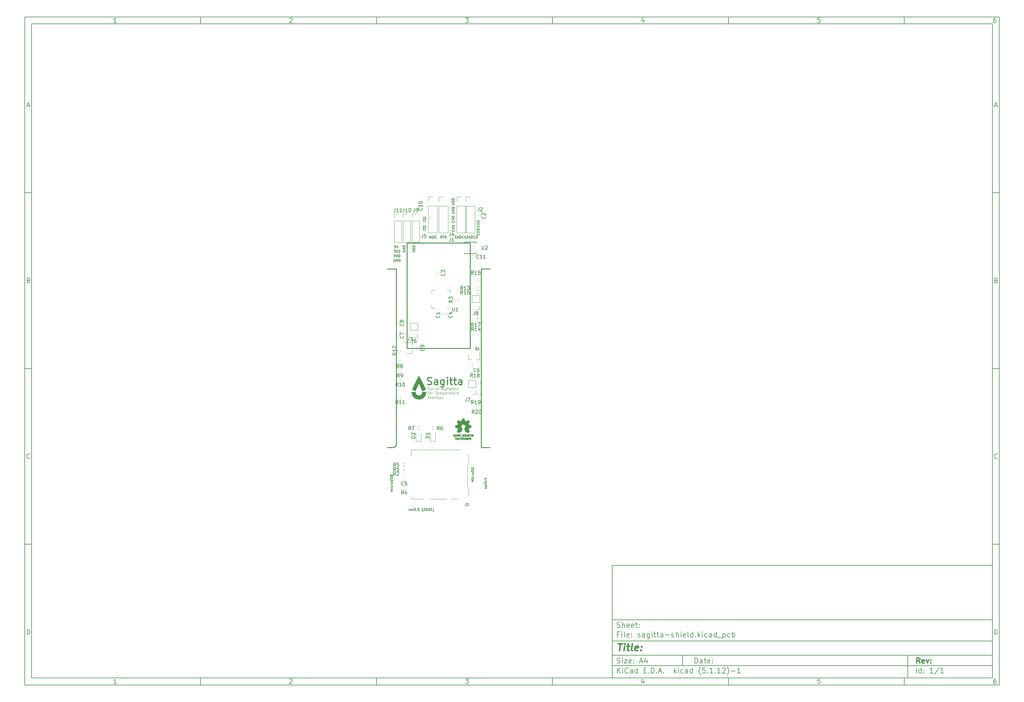
<source format=gbr>
G04 #@! TF.GenerationSoftware,KiCad,Pcbnew,(5.1.12)-1*
G04 #@! TF.CreationDate,2021-12-15T05:31:51+03:00*
G04 #@! TF.ProjectId,sagitta-shield,73616769-7474-4612-9d73-6869656c642e,rev?*
G04 #@! TF.SameCoordinates,Original*
G04 #@! TF.FileFunction,Legend,Top*
G04 #@! TF.FilePolarity,Positive*
%FSLAX46Y46*%
G04 Gerber Fmt 4.6, Leading zero omitted, Abs format (unit mm)*
G04 Created by KiCad (PCBNEW (5.1.12)-1) date 2021-12-15 05:31:51*
%MOMM*%
%LPD*%
G01*
G04 APERTURE LIST*
%ADD10C,0.100000*%
%ADD11C,0.150000*%
%ADD12C,0.300000*%
%ADD13C,0.400000*%
%ADD14C,0.120000*%
%ADD15C,0.250000*%
%ADD16C,0.010000*%
G04 APERTURE END LIST*
D10*
D11*
X177002200Y-166007200D02*
X177002200Y-198007200D01*
X285002200Y-198007200D01*
X285002200Y-166007200D01*
X177002200Y-166007200D01*
D10*
D11*
X10000000Y-10000000D02*
X10000000Y-200007200D01*
X287002200Y-200007200D01*
X287002200Y-10000000D01*
X10000000Y-10000000D01*
D10*
D11*
X12000000Y-12000000D02*
X12000000Y-198007200D01*
X285002200Y-198007200D01*
X285002200Y-12000000D01*
X12000000Y-12000000D01*
D10*
D11*
X60000000Y-12000000D02*
X60000000Y-10000000D01*
D10*
D11*
X110000000Y-12000000D02*
X110000000Y-10000000D01*
D10*
D11*
X160000000Y-12000000D02*
X160000000Y-10000000D01*
D10*
D11*
X210000000Y-12000000D02*
X210000000Y-10000000D01*
D10*
D11*
X260000000Y-12000000D02*
X260000000Y-10000000D01*
D10*
D11*
X36065476Y-11588095D02*
X35322619Y-11588095D01*
X35694047Y-11588095D02*
X35694047Y-10288095D01*
X35570238Y-10473809D01*
X35446428Y-10597619D01*
X35322619Y-10659523D01*
D10*
D11*
X85322619Y-10411904D02*
X85384523Y-10350000D01*
X85508333Y-10288095D01*
X85817857Y-10288095D01*
X85941666Y-10350000D01*
X86003571Y-10411904D01*
X86065476Y-10535714D01*
X86065476Y-10659523D01*
X86003571Y-10845238D01*
X85260714Y-11588095D01*
X86065476Y-11588095D01*
D10*
D11*
X135260714Y-10288095D02*
X136065476Y-10288095D01*
X135632142Y-10783333D01*
X135817857Y-10783333D01*
X135941666Y-10845238D01*
X136003571Y-10907142D01*
X136065476Y-11030952D01*
X136065476Y-11340476D01*
X136003571Y-11464285D01*
X135941666Y-11526190D01*
X135817857Y-11588095D01*
X135446428Y-11588095D01*
X135322619Y-11526190D01*
X135260714Y-11464285D01*
D10*
D11*
X185941666Y-10721428D02*
X185941666Y-11588095D01*
X185632142Y-10226190D02*
X185322619Y-11154761D01*
X186127380Y-11154761D01*
D10*
D11*
X236003571Y-10288095D02*
X235384523Y-10288095D01*
X235322619Y-10907142D01*
X235384523Y-10845238D01*
X235508333Y-10783333D01*
X235817857Y-10783333D01*
X235941666Y-10845238D01*
X236003571Y-10907142D01*
X236065476Y-11030952D01*
X236065476Y-11340476D01*
X236003571Y-11464285D01*
X235941666Y-11526190D01*
X235817857Y-11588095D01*
X235508333Y-11588095D01*
X235384523Y-11526190D01*
X235322619Y-11464285D01*
D10*
D11*
X285941666Y-10288095D02*
X285694047Y-10288095D01*
X285570238Y-10350000D01*
X285508333Y-10411904D01*
X285384523Y-10597619D01*
X285322619Y-10845238D01*
X285322619Y-11340476D01*
X285384523Y-11464285D01*
X285446428Y-11526190D01*
X285570238Y-11588095D01*
X285817857Y-11588095D01*
X285941666Y-11526190D01*
X286003571Y-11464285D01*
X286065476Y-11340476D01*
X286065476Y-11030952D01*
X286003571Y-10907142D01*
X285941666Y-10845238D01*
X285817857Y-10783333D01*
X285570238Y-10783333D01*
X285446428Y-10845238D01*
X285384523Y-10907142D01*
X285322619Y-11030952D01*
D10*
D11*
X60000000Y-198007200D02*
X60000000Y-200007200D01*
D10*
D11*
X110000000Y-198007200D02*
X110000000Y-200007200D01*
D10*
D11*
X160000000Y-198007200D02*
X160000000Y-200007200D01*
D10*
D11*
X210000000Y-198007200D02*
X210000000Y-200007200D01*
D10*
D11*
X260000000Y-198007200D02*
X260000000Y-200007200D01*
D10*
D11*
X36065476Y-199595295D02*
X35322619Y-199595295D01*
X35694047Y-199595295D02*
X35694047Y-198295295D01*
X35570238Y-198481009D01*
X35446428Y-198604819D01*
X35322619Y-198666723D01*
D10*
D11*
X85322619Y-198419104D02*
X85384523Y-198357200D01*
X85508333Y-198295295D01*
X85817857Y-198295295D01*
X85941666Y-198357200D01*
X86003571Y-198419104D01*
X86065476Y-198542914D01*
X86065476Y-198666723D01*
X86003571Y-198852438D01*
X85260714Y-199595295D01*
X86065476Y-199595295D01*
D10*
D11*
X135260714Y-198295295D02*
X136065476Y-198295295D01*
X135632142Y-198790533D01*
X135817857Y-198790533D01*
X135941666Y-198852438D01*
X136003571Y-198914342D01*
X136065476Y-199038152D01*
X136065476Y-199347676D01*
X136003571Y-199471485D01*
X135941666Y-199533390D01*
X135817857Y-199595295D01*
X135446428Y-199595295D01*
X135322619Y-199533390D01*
X135260714Y-199471485D01*
D10*
D11*
X185941666Y-198728628D02*
X185941666Y-199595295D01*
X185632142Y-198233390D02*
X185322619Y-199161961D01*
X186127380Y-199161961D01*
D10*
D11*
X236003571Y-198295295D02*
X235384523Y-198295295D01*
X235322619Y-198914342D01*
X235384523Y-198852438D01*
X235508333Y-198790533D01*
X235817857Y-198790533D01*
X235941666Y-198852438D01*
X236003571Y-198914342D01*
X236065476Y-199038152D01*
X236065476Y-199347676D01*
X236003571Y-199471485D01*
X235941666Y-199533390D01*
X235817857Y-199595295D01*
X235508333Y-199595295D01*
X235384523Y-199533390D01*
X235322619Y-199471485D01*
D10*
D11*
X285941666Y-198295295D02*
X285694047Y-198295295D01*
X285570238Y-198357200D01*
X285508333Y-198419104D01*
X285384523Y-198604819D01*
X285322619Y-198852438D01*
X285322619Y-199347676D01*
X285384523Y-199471485D01*
X285446428Y-199533390D01*
X285570238Y-199595295D01*
X285817857Y-199595295D01*
X285941666Y-199533390D01*
X286003571Y-199471485D01*
X286065476Y-199347676D01*
X286065476Y-199038152D01*
X286003571Y-198914342D01*
X285941666Y-198852438D01*
X285817857Y-198790533D01*
X285570238Y-198790533D01*
X285446428Y-198852438D01*
X285384523Y-198914342D01*
X285322619Y-199038152D01*
D10*
D11*
X10000000Y-60000000D02*
X12000000Y-60000000D01*
D10*
D11*
X10000000Y-110000000D02*
X12000000Y-110000000D01*
D10*
D11*
X10000000Y-160000000D02*
X12000000Y-160000000D01*
D10*
D11*
X10690476Y-35216666D02*
X11309523Y-35216666D01*
X10566666Y-35588095D02*
X11000000Y-34288095D01*
X11433333Y-35588095D01*
D10*
D11*
X11092857Y-84907142D02*
X11278571Y-84969047D01*
X11340476Y-85030952D01*
X11402380Y-85154761D01*
X11402380Y-85340476D01*
X11340476Y-85464285D01*
X11278571Y-85526190D01*
X11154761Y-85588095D01*
X10659523Y-85588095D01*
X10659523Y-84288095D01*
X11092857Y-84288095D01*
X11216666Y-84350000D01*
X11278571Y-84411904D01*
X11340476Y-84535714D01*
X11340476Y-84659523D01*
X11278571Y-84783333D01*
X11216666Y-84845238D01*
X11092857Y-84907142D01*
X10659523Y-84907142D01*
D10*
D11*
X11402380Y-135464285D02*
X11340476Y-135526190D01*
X11154761Y-135588095D01*
X11030952Y-135588095D01*
X10845238Y-135526190D01*
X10721428Y-135402380D01*
X10659523Y-135278571D01*
X10597619Y-135030952D01*
X10597619Y-134845238D01*
X10659523Y-134597619D01*
X10721428Y-134473809D01*
X10845238Y-134350000D01*
X11030952Y-134288095D01*
X11154761Y-134288095D01*
X11340476Y-134350000D01*
X11402380Y-134411904D01*
D10*
D11*
X10659523Y-185588095D02*
X10659523Y-184288095D01*
X10969047Y-184288095D01*
X11154761Y-184350000D01*
X11278571Y-184473809D01*
X11340476Y-184597619D01*
X11402380Y-184845238D01*
X11402380Y-185030952D01*
X11340476Y-185278571D01*
X11278571Y-185402380D01*
X11154761Y-185526190D01*
X10969047Y-185588095D01*
X10659523Y-185588095D01*
D10*
D11*
X287002200Y-60000000D02*
X285002200Y-60000000D01*
D10*
D11*
X287002200Y-110000000D02*
X285002200Y-110000000D01*
D10*
D11*
X287002200Y-160000000D02*
X285002200Y-160000000D01*
D10*
D11*
X285692676Y-35216666D02*
X286311723Y-35216666D01*
X285568866Y-35588095D02*
X286002200Y-34288095D01*
X286435533Y-35588095D01*
D10*
D11*
X286095057Y-84907142D02*
X286280771Y-84969047D01*
X286342676Y-85030952D01*
X286404580Y-85154761D01*
X286404580Y-85340476D01*
X286342676Y-85464285D01*
X286280771Y-85526190D01*
X286156961Y-85588095D01*
X285661723Y-85588095D01*
X285661723Y-84288095D01*
X286095057Y-84288095D01*
X286218866Y-84350000D01*
X286280771Y-84411904D01*
X286342676Y-84535714D01*
X286342676Y-84659523D01*
X286280771Y-84783333D01*
X286218866Y-84845238D01*
X286095057Y-84907142D01*
X285661723Y-84907142D01*
D10*
D11*
X286404580Y-135464285D02*
X286342676Y-135526190D01*
X286156961Y-135588095D01*
X286033152Y-135588095D01*
X285847438Y-135526190D01*
X285723628Y-135402380D01*
X285661723Y-135278571D01*
X285599819Y-135030952D01*
X285599819Y-134845238D01*
X285661723Y-134597619D01*
X285723628Y-134473809D01*
X285847438Y-134350000D01*
X286033152Y-134288095D01*
X286156961Y-134288095D01*
X286342676Y-134350000D01*
X286404580Y-134411904D01*
D10*
D11*
X285661723Y-185588095D02*
X285661723Y-184288095D01*
X285971247Y-184288095D01*
X286156961Y-184350000D01*
X286280771Y-184473809D01*
X286342676Y-184597619D01*
X286404580Y-184845238D01*
X286404580Y-185030952D01*
X286342676Y-185278571D01*
X286280771Y-185402380D01*
X286156961Y-185526190D01*
X285971247Y-185588095D01*
X285661723Y-185588095D01*
D10*
D11*
X200434342Y-193785771D02*
X200434342Y-192285771D01*
X200791485Y-192285771D01*
X201005771Y-192357200D01*
X201148628Y-192500057D01*
X201220057Y-192642914D01*
X201291485Y-192928628D01*
X201291485Y-193142914D01*
X201220057Y-193428628D01*
X201148628Y-193571485D01*
X201005771Y-193714342D01*
X200791485Y-193785771D01*
X200434342Y-193785771D01*
X202577200Y-193785771D02*
X202577200Y-193000057D01*
X202505771Y-192857200D01*
X202362914Y-192785771D01*
X202077200Y-192785771D01*
X201934342Y-192857200D01*
X202577200Y-193714342D02*
X202434342Y-193785771D01*
X202077200Y-193785771D01*
X201934342Y-193714342D01*
X201862914Y-193571485D01*
X201862914Y-193428628D01*
X201934342Y-193285771D01*
X202077200Y-193214342D01*
X202434342Y-193214342D01*
X202577200Y-193142914D01*
X203077200Y-192785771D02*
X203648628Y-192785771D01*
X203291485Y-192285771D02*
X203291485Y-193571485D01*
X203362914Y-193714342D01*
X203505771Y-193785771D01*
X203648628Y-193785771D01*
X204720057Y-193714342D02*
X204577200Y-193785771D01*
X204291485Y-193785771D01*
X204148628Y-193714342D01*
X204077200Y-193571485D01*
X204077200Y-193000057D01*
X204148628Y-192857200D01*
X204291485Y-192785771D01*
X204577200Y-192785771D01*
X204720057Y-192857200D01*
X204791485Y-193000057D01*
X204791485Y-193142914D01*
X204077200Y-193285771D01*
X205434342Y-193642914D02*
X205505771Y-193714342D01*
X205434342Y-193785771D01*
X205362914Y-193714342D01*
X205434342Y-193642914D01*
X205434342Y-193785771D01*
X205434342Y-192857200D02*
X205505771Y-192928628D01*
X205434342Y-193000057D01*
X205362914Y-192928628D01*
X205434342Y-192857200D01*
X205434342Y-193000057D01*
D10*
D11*
X177002200Y-194507200D02*
X285002200Y-194507200D01*
D10*
D11*
X178434342Y-196585771D02*
X178434342Y-195085771D01*
X179291485Y-196585771D02*
X178648628Y-195728628D01*
X179291485Y-195085771D02*
X178434342Y-195942914D01*
X179934342Y-196585771D02*
X179934342Y-195585771D01*
X179934342Y-195085771D02*
X179862914Y-195157200D01*
X179934342Y-195228628D01*
X180005771Y-195157200D01*
X179934342Y-195085771D01*
X179934342Y-195228628D01*
X181505771Y-196442914D02*
X181434342Y-196514342D01*
X181220057Y-196585771D01*
X181077200Y-196585771D01*
X180862914Y-196514342D01*
X180720057Y-196371485D01*
X180648628Y-196228628D01*
X180577200Y-195942914D01*
X180577200Y-195728628D01*
X180648628Y-195442914D01*
X180720057Y-195300057D01*
X180862914Y-195157200D01*
X181077200Y-195085771D01*
X181220057Y-195085771D01*
X181434342Y-195157200D01*
X181505771Y-195228628D01*
X182791485Y-196585771D02*
X182791485Y-195800057D01*
X182720057Y-195657200D01*
X182577200Y-195585771D01*
X182291485Y-195585771D01*
X182148628Y-195657200D01*
X182791485Y-196514342D02*
X182648628Y-196585771D01*
X182291485Y-196585771D01*
X182148628Y-196514342D01*
X182077200Y-196371485D01*
X182077200Y-196228628D01*
X182148628Y-196085771D01*
X182291485Y-196014342D01*
X182648628Y-196014342D01*
X182791485Y-195942914D01*
X184148628Y-196585771D02*
X184148628Y-195085771D01*
X184148628Y-196514342D02*
X184005771Y-196585771D01*
X183720057Y-196585771D01*
X183577200Y-196514342D01*
X183505771Y-196442914D01*
X183434342Y-196300057D01*
X183434342Y-195871485D01*
X183505771Y-195728628D01*
X183577200Y-195657200D01*
X183720057Y-195585771D01*
X184005771Y-195585771D01*
X184148628Y-195657200D01*
X186005771Y-195800057D02*
X186505771Y-195800057D01*
X186720057Y-196585771D02*
X186005771Y-196585771D01*
X186005771Y-195085771D01*
X186720057Y-195085771D01*
X187362914Y-196442914D02*
X187434342Y-196514342D01*
X187362914Y-196585771D01*
X187291485Y-196514342D01*
X187362914Y-196442914D01*
X187362914Y-196585771D01*
X188077200Y-196585771D02*
X188077200Y-195085771D01*
X188434342Y-195085771D01*
X188648628Y-195157200D01*
X188791485Y-195300057D01*
X188862914Y-195442914D01*
X188934342Y-195728628D01*
X188934342Y-195942914D01*
X188862914Y-196228628D01*
X188791485Y-196371485D01*
X188648628Y-196514342D01*
X188434342Y-196585771D01*
X188077200Y-196585771D01*
X189577200Y-196442914D02*
X189648628Y-196514342D01*
X189577200Y-196585771D01*
X189505771Y-196514342D01*
X189577200Y-196442914D01*
X189577200Y-196585771D01*
X190220057Y-196157200D02*
X190934342Y-196157200D01*
X190077200Y-196585771D02*
X190577200Y-195085771D01*
X191077200Y-196585771D01*
X191577200Y-196442914D02*
X191648628Y-196514342D01*
X191577200Y-196585771D01*
X191505771Y-196514342D01*
X191577200Y-196442914D01*
X191577200Y-196585771D01*
X194577200Y-196585771D02*
X194577200Y-195085771D01*
X194720057Y-196014342D02*
X195148628Y-196585771D01*
X195148628Y-195585771D02*
X194577200Y-196157200D01*
X195791485Y-196585771D02*
X195791485Y-195585771D01*
X195791485Y-195085771D02*
X195720057Y-195157200D01*
X195791485Y-195228628D01*
X195862914Y-195157200D01*
X195791485Y-195085771D01*
X195791485Y-195228628D01*
X197148628Y-196514342D02*
X197005771Y-196585771D01*
X196720057Y-196585771D01*
X196577200Y-196514342D01*
X196505771Y-196442914D01*
X196434342Y-196300057D01*
X196434342Y-195871485D01*
X196505771Y-195728628D01*
X196577200Y-195657200D01*
X196720057Y-195585771D01*
X197005771Y-195585771D01*
X197148628Y-195657200D01*
X198434342Y-196585771D02*
X198434342Y-195800057D01*
X198362914Y-195657200D01*
X198220057Y-195585771D01*
X197934342Y-195585771D01*
X197791485Y-195657200D01*
X198434342Y-196514342D02*
X198291485Y-196585771D01*
X197934342Y-196585771D01*
X197791485Y-196514342D01*
X197720057Y-196371485D01*
X197720057Y-196228628D01*
X197791485Y-196085771D01*
X197934342Y-196014342D01*
X198291485Y-196014342D01*
X198434342Y-195942914D01*
X199791485Y-196585771D02*
X199791485Y-195085771D01*
X199791485Y-196514342D02*
X199648628Y-196585771D01*
X199362914Y-196585771D01*
X199220057Y-196514342D01*
X199148628Y-196442914D01*
X199077200Y-196300057D01*
X199077200Y-195871485D01*
X199148628Y-195728628D01*
X199220057Y-195657200D01*
X199362914Y-195585771D01*
X199648628Y-195585771D01*
X199791485Y-195657200D01*
X202077200Y-197157200D02*
X202005771Y-197085771D01*
X201862914Y-196871485D01*
X201791485Y-196728628D01*
X201720057Y-196514342D01*
X201648628Y-196157200D01*
X201648628Y-195871485D01*
X201720057Y-195514342D01*
X201791485Y-195300057D01*
X201862914Y-195157200D01*
X202005771Y-194942914D01*
X202077200Y-194871485D01*
X203362914Y-195085771D02*
X202648628Y-195085771D01*
X202577200Y-195800057D01*
X202648628Y-195728628D01*
X202791485Y-195657200D01*
X203148628Y-195657200D01*
X203291485Y-195728628D01*
X203362914Y-195800057D01*
X203434342Y-195942914D01*
X203434342Y-196300057D01*
X203362914Y-196442914D01*
X203291485Y-196514342D01*
X203148628Y-196585771D01*
X202791485Y-196585771D01*
X202648628Y-196514342D01*
X202577200Y-196442914D01*
X204077200Y-196442914D02*
X204148628Y-196514342D01*
X204077200Y-196585771D01*
X204005771Y-196514342D01*
X204077200Y-196442914D01*
X204077200Y-196585771D01*
X205577200Y-196585771D02*
X204720057Y-196585771D01*
X205148628Y-196585771D02*
X205148628Y-195085771D01*
X205005771Y-195300057D01*
X204862914Y-195442914D01*
X204720057Y-195514342D01*
X206220057Y-196442914D02*
X206291485Y-196514342D01*
X206220057Y-196585771D01*
X206148628Y-196514342D01*
X206220057Y-196442914D01*
X206220057Y-196585771D01*
X207720057Y-196585771D02*
X206862914Y-196585771D01*
X207291485Y-196585771D02*
X207291485Y-195085771D01*
X207148628Y-195300057D01*
X207005771Y-195442914D01*
X206862914Y-195514342D01*
X208291485Y-195228628D02*
X208362914Y-195157200D01*
X208505771Y-195085771D01*
X208862914Y-195085771D01*
X209005771Y-195157200D01*
X209077200Y-195228628D01*
X209148628Y-195371485D01*
X209148628Y-195514342D01*
X209077200Y-195728628D01*
X208220057Y-196585771D01*
X209148628Y-196585771D01*
X209648628Y-197157200D02*
X209720057Y-197085771D01*
X209862914Y-196871485D01*
X209934342Y-196728628D01*
X210005771Y-196514342D01*
X210077200Y-196157200D01*
X210077200Y-195871485D01*
X210005771Y-195514342D01*
X209934342Y-195300057D01*
X209862914Y-195157200D01*
X209720057Y-194942914D01*
X209648628Y-194871485D01*
X210791485Y-196014342D02*
X211934342Y-196014342D01*
X213434342Y-196585771D02*
X212577200Y-196585771D01*
X213005771Y-196585771D02*
X213005771Y-195085771D01*
X212862914Y-195300057D01*
X212720057Y-195442914D01*
X212577200Y-195514342D01*
D10*
D11*
X177002200Y-191507200D02*
X285002200Y-191507200D01*
D10*
D12*
X264411485Y-193785771D02*
X263911485Y-193071485D01*
X263554342Y-193785771D02*
X263554342Y-192285771D01*
X264125771Y-192285771D01*
X264268628Y-192357200D01*
X264340057Y-192428628D01*
X264411485Y-192571485D01*
X264411485Y-192785771D01*
X264340057Y-192928628D01*
X264268628Y-193000057D01*
X264125771Y-193071485D01*
X263554342Y-193071485D01*
X265625771Y-193714342D02*
X265482914Y-193785771D01*
X265197200Y-193785771D01*
X265054342Y-193714342D01*
X264982914Y-193571485D01*
X264982914Y-193000057D01*
X265054342Y-192857200D01*
X265197200Y-192785771D01*
X265482914Y-192785771D01*
X265625771Y-192857200D01*
X265697200Y-193000057D01*
X265697200Y-193142914D01*
X264982914Y-193285771D01*
X266197200Y-192785771D02*
X266554342Y-193785771D01*
X266911485Y-192785771D01*
X267482914Y-193642914D02*
X267554342Y-193714342D01*
X267482914Y-193785771D01*
X267411485Y-193714342D01*
X267482914Y-193642914D01*
X267482914Y-193785771D01*
X267482914Y-192857200D02*
X267554342Y-192928628D01*
X267482914Y-193000057D01*
X267411485Y-192928628D01*
X267482914Y-192857200D01*
X267482914Y-193000057D01*
D10*
D11*
X178362914Y-193714342D02*
X178577200Y-193785771D01*
X178934342Y-193785771D01*
X179077200Y-193714342D01*
X179148628Y-193642914D01*
X179220057Y-193500057D01*
X179220057Y-193357200D01*
X179148628Y-193214342D01*
X179077200Y-193142914D01*
X178934342Y-193071485D01*
X178648628Y-193000057D01*
X178505771Y-192928628D01*
X178434342Y-192857200D01*
X178362914Y-192714342D01*
X178362914Y-192571485D01*
X178434342Y-192428628D01*
X178505771Y-192357200D01*
X178648628Y-192285771D01*
X179005771Y-192285771D01*
X179220057Y-192357200D01*
X179862914Y-193785771D02*
X179862914Y-192785771D01*
X179862914Y-192285771D02*
X179791485Y-192357200D01*
X179862914Y-192428628D01*
X179934342Y-192357200D01*
X179862914Y-192285771D01*
X179862914Y-192428628D01*
X180434342Y-192785771D02*
X181220057Y-192785771D01*
X180434342Y-193785771D01*
X181220057Y-193785771D01*
X182362914Y-193714342D02*
X182220057Y-193785771D01*
X181934342Y-193785771D01*
X181791485Y-193714342D01*
X181720057Y-193571485D01*
X181720057Y-193000057D01*
X181791485Y-192857200D01*
X181934342Y-192785771D01*
X182220057Y-192785771D01*
X182362914Y-192857200D01*
X182434342Y-193000057D01*
X182434342Y-193142914D01*
X181720057Y-193285771D01*
X183077200Y-193642914D02*
X183148628Y-193714342D01*
X183077200Y-193785771D01*
X183005771Y-193714342D01*
X183077200Y-193642914D01*
X183077200Y-193785771D01*
X183077200Y-192857200D02*
X183148628Y-192928628D01*
X183077200Y-193000057D01*
X183005771Y-192928628D01*
X183077200Y-192857200D01*
X183077200Y-193000057D01*
X184862914Y-193357200D02*
X185577200Y-193357200D01*
X184720057Y-193785771D02*
X185220057Y-192285771D01*
X185720057Y-193785771D01*
X186862914Y-192785771D02*
X186862914Y-193785771D01*
X186505771Y-192214342D02*
X186148628Y-193285771D01*
X187077200Y-193285771D01*
D10*
D11*
X263434342Y-196585771D02*
X263434342Y-195085771D01*
X264791485Y-196585771D02*
X264791485Y-195085771D01*
X264791485Y-196514342D02*
X264648628Y-196585771D01*
X264362914Y-196585771D01*
X264220057Y-196514342D01*
X264148628Y-196442914D01*
X264077200Y-196300057D01*
X264077200Y-195871485D01*
X264148628Y-195728628D01*
X264220057Y-195657200D01*
X264362914Y-195585771D01*
X264648628Y-195585771D01*
X264791485Y-195657200D01*
X265505771Y-196442914D02*
X265577200Y-196514342D01*
X265505771Y-196585771D01*
X265434342Y-196514342D01*
X265505771Y-196442914D01*
X265505771Y-196585771D01*
X265505771Y-195657200D02*
X265577200Y-195728628D01*
X265505771Y-195800057D01*
X265434342Y-195728628D01*
X265505771Y-195657200D01*
X265505771Y-195800057D01*
X268148628Y-196585771D02*
X267291485Y-196585771D01*
X267720057Y-196585771D02*
X267720057Y-195085771D01*
X267577200Y-195300057D01*
X267434342Y-195442914D01*
X267291485Y-195514342D01*
X269862914Y-195014342D02*
X268577200Y-196942914D01*
X271148628Y-196585771D02*
X270291485Y-196585771D01*
X270720057Y-196585771D02*
X270720057Y-195085771D01*
X270577200Y-195300057D01*
X270434342Y-195442914D01*
X270291485Y-195514342D01*
D10*
D11*
X177002200Y-187507200D02*
X285002200Y-187507200D01*
D10*
D13*
X178714580Y-188211961D02*
X179857438Y-188211961D01*
X179036009Y-190211961D02*
X179286009Y-188211961D01*
X180274104Y-190211961D02*
X180440771Y-188878628D01*
X180524104Y-188211961D02*
X180416961Y-188307200D01*
X180500295Y-188402438D01*
X180607438Y-188307200D01*
X180524104Y-188211961D01*
X180500295Y-188402438D01*
X181107438Y-188878628D02*
X181869342Y-188878628D01*
X181476485Y-188211961D02*
X181262200Y-189926247D01*
X181333628Y-190116723D01*
X181512200Y-190211961D01*
X181702676Y-190211961D01*
X182655057Y-190211961D02*
X182476485Y-190116723D01*
X182405057Y-189926247D01*
X182619342Y-188211961D01*
X184190771Y-190116723D02*
X183988390Y-190211961D01*
X183607438Y-190211961D01*
X183428866Y-190116723D01*
X183357438Y-189926247D01*
X183452676Y-189164342D01*
X183571723Y-188973866D01*
X183774104Y-188878628D01*
X184155057Y-188878628D01*
X184333628Y-188973866D01*
X184405057Y-189164342D01*
X184381247Y-189354819D01*
X183405057Y-189545295D01*
X185155057Y-190021485D02*
X185238390Y-190116723D01*
X185131247Y-190211961D01*
X185047914Y-190116723D01*
X185155057Y-190021485D01*
X185131247Y-190211961D01*
X185286009Y-188973866D02*
X185369342Y-189069104D01*
X185262200Y-189164342D01*
X185178866Y-189069104D01*
X185286009Y-188973866D01*
X185262200Y-189164342D01*
D10*
D11*
X178934342Y-185600057D02*
X178434342Y-185600057D01*
X178434342Y-186385771D02*
X178434342Y-184885771D01*
X179148628Y-184885771D01*
X179720057Y-186385771D02*
X179720057Y-185385771D01*
X179720057Y-184885771D02*
X179648628Y-184957200D01*
X179720057Y-185028628D01*
X179791485Y-184957200D01*
X179720057Y-184885771D01*
X179720057Y-185028628D01*
X180648628Y-186385771D02*
X180505771Y-186314342D01*
X180434342Y-186171485D01*
X180434342Y-184885771D01*
X181791485Y-186314342D02*
X181648628Y-186385771D01*
X181362914Y-186385771D01*
X181220057Y-186314342D01*
X181148628Y-186171485D01*
X181148628Y-185600057D01*
X181220057Y-185457200D01*
X181362914Y-185385771D01*
X181648628Y-185385771D01*
X181791485Y-185457200D01*
X181862914Y-185600057D01*
X181862914Y-185742914D01*
X181148628Y-185885771D01*
X182505771Y-186242914D02*
X182577200Y-186314342D01*
X182505771Y-186385771D01*
X182434342Y-186314342D01*
X182505771Y-186242914D01*
X182505771Y-186385771D01*
X182505771Y-185457200D02*
X182577200Y-185528628D01*
X182505771Y-185600057D01*
X182434342Y-185528628D01*
X182505771Y-185457200D01*
X182505771Y-185600057D01*
X184291485Y-186314342D02*
X184434342Y-186385771D01*
X184720057Y-186385771D01*
X184862914Y-186314342D01*
X184934342Y-186171485D01*
X184934342Y-186100057D01*
X184862914Y-185957200D01*
X184720057Y-185885771D01*
X184505771Y-185885771D01*
X184362914Y-185814342D01*
X184291485Y-185671485D01*
X184291485Y-185600057D01*
X184362914Y-185457200D01*
X184505771Y-185385771D01*
X184720057Y-185385771D01*
X184862914Y-185457200D01*
X186220057Y-186385771D02*
X186220057Y-185600057D01*
X186148628Y-185457200D01*
X186005771Y-185385771D01*
X185720057Y-185385771D01*
X185577200Y-185457200D01*
X186220057Y-186314342D02*
X186077200Y-186385771D01*
X185720057Y-186385771D01*
X185577200Y-186314342D01*
X185505771Y-186171485D01*
X185505771Y-186028628D01*
X185577200Y-185885771D01*
X185720057Y-185814342D01*
X186077200Y-185814342D01*
X186220057Y-185742914D01*
X187577200Y-185385771D02*
X187577200Y-186600057D01*
X187505771Y-186742914D01*
X187434342Y-186814342D01*
X187291485Y-186885771D01*
X187077200Y-186885771D01*
X186934342Y-186814342D01*
X187577200Y-186314342D02*
X187434342Y-186385771D01*
X187148628Y-186385771D01*
X187005771Y-186314342D01*
X186934342Y-186242914D01*
X186862914Y-186100057D01*
X186862914Y-185671485D01*
X186934342Y-185528628D01*
X187005771Y-185457200D01*
X187148628Y-185385771D01*
X187434342Y-185385771D01*
X187577200Y-185457200D01*
X188291485Y-186385771D02*
X188291485Y-185385771D01*
X188291485Y-184885771D02*
X188220057Y-184957200D01*
X188291485Y-185028628D01*
X188362914Y-184957200D01*
X188291485Y-184885771D01*
X188291485Y-185028628D01*
X188791485Y-185385771D02*
X189362914Y-185385771D01*
X189005771Y-184885771D02*
X189005771Y-186171485D01*
X189077200Y-186314342D01*
X189220057Y-186385771D01*
X189362914Y-186385771D01*
X189648628Y-185385771D02*
X190220057Y-185385771D01*
X189862914Y-184885771D02*
X189862914Y-186171485D01*
X189934342Y-186314342D01*
X190077200Y-186385771D01*
X190220057Y-186385771D01*
X191362914Y-186385771D02*
X191362914Y-185600057D01*
X191291485Y-185457200D01*
X191148628Y-185385771D01*
X190862914Y-185385771D01*
X190720057Y-185457200D01*
X191362914Y-186314342D02*
X191220057Y-186385771D01*
X190862914Y-186385771D01*
X190720057Y-186314342D01*
X190648628Y-186171485D01*
X190648628Y-186028628D01*
X190720057Y-185885771D01*
X190862914Y-185814342D01*
X191220057Y-185814342D01*
X191362914Y-185742914D01*
X192077200Y-185814342D02*
X193220057Y-185814342D01*
X193862914Y-186314342D02*
X194005771Y-186385771D01*
X194291485Y-186385771D01*
X194434342Y-186314342D01*
X194505771Y-186171485D01*
X194505771Y-186100057D01*
X194434342Y-185957200D01*
X194291485Y-185885771D01*
X194077200Y-185885771D01*
X193934342Y-185814342D01*
X193862914Y-185671485D01*
X193862914Y-185600057D01*
X193934342Y-185457200D01*
X194077200Y-185385771D01*
X194291485Y-185385771D01*
X194434342Y-185457200D01*
X195148628Y-186385771D02*
X195148628Y-184885771D01*
X195791485Y-186385771D02*
X195791485Y-185600057D01*
X195720057Y-185457200D01*
X195577200Y-185385771D01*
X195362914Y-185385771D01*
X195220057Y-185457200D01*
X195148628Y-185528628D01*
X196505771Y-186385771D02*
X196505771Y-185385771D01*
X196505771Y-184885771D02*
X196434342Y-184957200D01*
X196505771Y-185028628D01*
X196577200Y-184957200D01*
X196505771Y-184885771D01*
X196505771Y-185028628D01*
X197791485Y-186314342D02*
X197648628Y-186385771D01*
X197362914Y-186385771D01*
X197220057Y-186314342D01*
X197148628Y-186171485D01*
X197148628Y-185600057D01*
X197220057Y-185457200D01*
X197362914Y-185385771D01*
X197648628Y-185385771D01*
X197791485Y-185457200D01*
X197862914Y-185600057D01*
X197862914Y-185742914D01*
X197148628Y-185885771D01*
X198720057Y-186385771D02*
X198577200Y-186314342D01*
X198505771Y-186171485D01*
X198505771Y-184885771D01*
X199934342Y-186385771D02*
X199934342Y-184885771D01*
X199934342Y-186314342D02*
X199791485Y-186385771D01*
X199505771Y-186385771D01*
X199362914Y-186314342D01*
X199291485Y-186242914D01*
X199220057Y-186100057D01*
X199220057Y-185671485D01*
X199291485Y-185528628D01*
X199362914Y-185457200D01*
X199505771Y-185385771D01*
X199791485Y-185385771D01*
X199934342Y-185457200D01*
X200648628Y-186242914D02*
X200720057Y-186314342D01*
X200648628Y-186385771D01*
X200577200Y-186314342D01*
X200648628Y-186242914D01*
X200648628Y-186385771D01*
X201362914Y-186385771D02*
X201362914Y-184885771D01*
X201505771Y-185814342D02*
X201934342Y-186385771D01*
X201934342Y-185385771D02*
X201362914Y-185957200D01*
X202577200Y-186385771D02*
X202577200Y-185385771D01*
X202577200Y-184885771D02*
X202505771Y-184957200D01*
X202577200Y-185028628D01*
X202648628Y-184957200D01*
X202577200Y-184885771D01*
X202577200Y-185028628D01*
X203934342Y-186314342D02*
X203791485Y-186385771D01*
X203505771Y-186385771D01*
X203362914Y-186314342D01*
X203291485Y-186242914D01*
X203220057Y-186100057D01*
X203220057Y-185671485D01*
X203291485Y-185528628D01*
X203362914Y-185457200D01*
X203505771Y-185385771D01*
X203791485Y-185385771D01*
X203934342Y-185457200D01*
X205220057Y-186385771D02*
X205220057Y-185600057D01*
X205148628Y-185457200D01*
X205005771Y-185385771D01*
X204720057Y-185385771D01*
X204577200Y-185457200D01*
X205220057Y-186314342D02*
X205077200Y-186385771D01*
X204720057Y-186385771D01*
X204577200Y-186314342D01*
X204505771Y-186171485D01*
X204505771Y-186028628D01*
X204577200Y-185885771D01*
X204720057Y-185814342D01*
X205077200Y-185814342D01*
X205220057Y-185742914D01*
X206577200Y-186385771D02*
X206577200Y-184885771D01*
X206577200Y-186314342D02*
X206434342Y-186385771D01*
X206148628Y-186385771D01*
X206005771Y-186314342D01*
X205934342Y-186242914D01*
X205862914Y-186100057D01*
X205862914Y-185671485D01*
X205934342Y-185528628D01*
X206005771Y-185457200D01*
X206148628Y-185385771D01*
X206434342Y-185385771D01*
X206577200Y-185457200D01*
X206934342Y-186528628D02*
X208077200Y-186528628D01*
X208434342Y-185385771D02*
X208434342Y-186885771D01*
X208434342Y-185457200D02*
X208577200Y-185385771D01*
X208862914Y-185385771D01*
X209005771Y-185457200D01*
X209077200Y-185528628D01*
X209148628Y-185671485D01*
X209148628Y-186100057D01*
X209077200Y-186242914D01*
X209005771Y-186314342D01*
X208862914Y-186385771D01*
X208577200Y-186385771D01*
X208434342Y-186314342D01*
X210434342Y-186314342D02*
X210291485Y-186385771D01*
X210005771Y-186385771D01*
X209862914Y-186314342D01*
X209791485Y-186242914D01*
X209720057Y-186100057D01*
X209720057Y-185671485D01*
X209791485Y-185528628D01*
X209862914Y-185457200D01*
X210005771Y-185385771D01*
X210291485Y-185385771D01*
X210434342Y-185457200D01*
X211077200Y-186385771D02*
X211077200Y-184885771D01*
X211077200Y-185457200D02*
X211220057Y-185385771D01*
X211505771Y-185385771D01*
X211648628Y-185457200D01*
X211720057Y-185528628D01*
X211791485Y-185671485D01*
X211791485Y-186100057D01*
X211720057Y-186242914D01*
X211648628Y-186314342D01*
X211505771Y-186385771D01*
X211220057Y-186385771D01*
X211077200Y-186314342D01*
D10*
D11*
X177002200Y-181507200D02*
X285002200Y-181507200D01*
D10*
D11*
X178362914Y-183614342D02*
X178577200Y-183685771D01*
X178934342Y-183685771D01*
X179077200Y-183614342D01*
X179148628Y-183542914D01*
X179220057Y-183400057D01*
X179220057Y-183257200D01*
X179148628Y-183114342D01*
X179077200Y-183042914D01*
X178934342Y-182971485D01*
X178648628Y-182900057D01*
X178505771Y-182828628D01*
X178434342Y-182757200D01*
X178362914Y-182614342D01*
X178362914Y-182471485D01*
X178434342Y-182328628D01*
X178505771Y-182257200D01*
X178648628Y-182185771D01*
X179005771Y-182185771D01*
X179220057Y-182257200D01*
X179862914Y-183685771D02*
X179862914Y-182185771D01*
X180505771Y-183685771D02*
X180505771Y-182900057D01*
X180434342Y-182757200D01*
X180291485Y-182685771D01*
X180077200Y-182685771D01*
X179934342Y-182757200D01*
X179862914Y-182828628D01*
X181791485Y-183614342D02*
X181648628Y-183685771D01*
X181362914Y-183685771D01*
X181220057Y-183614342D01*
X181148628Y-183471485D01*
X181148628Y-182900057D01*
X181220057Y-182757200D01*
X181362914Y-182685771D01*
X181648628Y-182685771D01*
X181791485Y-182757200D01*
X181862914Y-182900057D01*
X181862914Y-183042914D01*
X181148628Y-183185771D01*
X183077200Y-183614342D02*
X182934342Y-183685771D01*
X182648628Y-183685771D01*
X182505771Y-183614342D01*
X182434342Y-183471485D01*
X182434342Y-182900057D01*
X182505771Y-182757200D01*
X182648628Y-182685771D01*
X182934342Y-182685771D01*
X183077200Y-182757200D01*
X183148628Y-182900057D01*
X183148628Y-183042914D01*
X182434342Y-183185771D01*
X183577200Y-182685771D02*
X184148628Y-182685771D01*
X183791485Y-182185771D02*
X183791485Y-183471485D01*
X183862914Y-183614342D01*
X184005771Y-183685771D01*
X184148628Y-183685771D01*
X184648628Y-183542914D02*
X184720057Y-183614342D01*
X184648628Y-183685771D01*
X184577200Y-183614342D01*
X184648628Y-183542914D01*
X184648628Y-183685771D01*
X184648628Y-182757200D02*
X184720057Y-182828628D01*
X184648628Y-182900057D01*
X184577200Y-182828628D01*
X184648628Y-182757200D01*
X184648628Y-182900057D01*
D10*
D11*
X197002200Y-191507200D02*
X197002200Y-194507200D01*
D10*
D11*
X261002200Y-191507200D02*
X261002200Y-198007200D01*
X119165333Y-150430666D02*
X119165333Y-149964000D01*
X119165333Y-150097333D02*
X119198666Y-150030666D01*
X119232000Y-149997333D01*
X119298666Y-149964000D01*
X119365333Y-149964000D01*
X119865333Y-150397333D02*
X119798666Y-150430666D01*
X119665333Y-150430666D01*
X119598666Y-150397333D01*
X119565333Y-150330666D01*
X119565333Y-150064000D01*
X119598666Y-149997333D01*
X119665333Y-149964000D01*
X119798666Y-149964000D01*
X119865333Y-149997333D01*
X119898666Y-150064000D01*
X119898666Y-150130666D01*
X119565333Y-150197333D01*
X120132000Y-149964000D02*
X120298666Y-150430666D01*
X120465333Y-149964000D01*
X120865333Y-149730666D02*
X120932000Y-149730666D01*
X120998666Y-149764000D01*
X121032000Y-149797333D01*
X121065333Y-149864000D01*
X121098666Y-149997333D01*
X121098666Y-150164000D01*
X121065333Y-150297333D01*
X121032000Y-150364000D01*
X120998666Y-150397333D01*
X120932000Y-150430666D01*
X120865333Y-150430666D01*
X120798666Y-150397333D01*
X120765333Y-150364000D01*
X120732000Y-150297333D01*
X120698666Y-150164000D01*
X120698666Y-149997333D01*
X120732000Y-149864000D01*
X120765333Y-149797333D01*
X120798666Y-149764000D01*
X120865333Y-149730666D01*
X121398666Y-150364000D02*
X121432000Y-150397333D01*
X121398666Y-150430666D01*
X121365333Y-150397333D01*
X121398666Y-150364000D01*
X121398666Y-150430666D01*
X122065333Y-149730666D02*
X121732000Y-149730666D01*
X121698666Y-150064000D01*
X121732000Y-150030666D01*
X121798666Y-149997333D01*
X121965333Y-149997333D01*
X122032000Y-150030666D01*
X122065333Y-150064000D01*
X122098666Y-150130666D01*
X122098666Y-150297333D01*
X122065333Y-150364000D01*
X122032000Y-150397333D01*
X121965333Y-150430666D01*
X121798666Y-150430666D01*
X121732000Y-150397333D01*
X121698666Y-150364000D01*
X123132000Y-150697333D02*
X123098666Y-150664000D01*
X123032000Y-150564000D01*
X122998666Y-150497333D01*
X122965333Y-150397333D01*
X122932000Y-150230666D01*
X122932000Y-150097333D01*
X122965333Y-149930666D01*
X122998666Y-149830666D01*
X123032000Y-149764000D01*
X123098666Y-149664000D01*
X123132000Y-149630666D01*
X123365333Y-149797333D02*
X123398666Y-149764000D01*
X123465333Y-149730666D01*
X123632000Y-149730666D01*
X123698666Y-149764000D01*
X123732000Y-149797333D01*
X123765333Y-149864000D01*
X123765333Y-149930666D01*
X123732000Y-150030666D01*
X123332000Y-150430666D01*
X123765333Y-150430666D01*
X124198666Y-149730666D02*
X124265333Y-149730666D01*
X124332000Y-149764000D01*
X124365333Y-149797333D01*
X124398666Y-149864000D01*
X124432000Y-149997333D01*
X124432000Y-150164000D01*
X124398666Y-150297333D01*
X124365333Y-150364000D01*
X124332000Y-150397333D01*
X124265333Y-150430666D01*
X124198666Y-150430666D01*
X124132000Y-150397333D01*
X124098666Y-150364000D01*
X124065333Y-150297333D01*
X124032000Y-150164000D01*
X124032000Y-149997333D01*
X124065333Y-149864000D01*
X124098666Y-149797333D01*
X124132000Y-149764000D01*
X124198666Y-149730666D01*
X124698666Y-149797333D02*
X124732000Y-149764000D01*
X124798666Y-149730666D01*
X124965333Y-149730666D01*
X125032000Y-149764000D01*
X125065333Y-149797333D01*
X125098666Y-149864000D01*
X125098666Y-149930666D01*
X125065333Y-150030666D01*
X124665333Y-150430666D01*
X125098666Y-150430666D01*
X125765333Y-150430666D02*
X125365333Y-150430666D01*
X125565333Y-150430666D02*
X125565333Y-149730666D01*
X125498666Y-149830666D01*
X125432000Y-149897333D01*
X125365333Y-149930666D01*
X125998666Y-150697333D02*
X126032000Y-150664000D01*
X126098666Y-150564000D01*
X126132000Y-150497333D01*
X126165333Y-150397333D01*
X126198666Y-150230666D01*
X126198666Y-150097333D01*
X126165333Y-149930666D01*
X126132000Y-149830666D01*
X126098666Y-149764000D01*
X126032000Y-149664000D01*
X125998666Y-149630666D01*
X124014666Y-68230666D02*
X123314666Y-68230666D01*
X123314666Y-67964000D02*
X123314666Y-67530666D01*
X123581333Y-67764000D01*
X123581333Y-67664000D01*
X123614666Y-67597333D01*
X123648000Y-67564000D01*
X123714666Y-67530666D01*
X123881333Y-67530666D01*
X123948000Y-67564000D01*
X123981333Y-67597333D01*
X124014666Y-67664000D01*
X124014666Y-67864000D01*
X123981333Y-67930666D01*
X123948000Y-67964000D01*
X123381333Y-67264000D02*
X123348000Y-67230666D01*
X123314666Y-67164000D01*
X123314666Y-66997333D01*
X123348000Y-66930666D01*
X123381333Y-66897333D01*
X123448000Y-66864000D01*
X123514666Y-66864000D01*
X123614666Y-66897333D01*
X124014666Y-67297333D01*
X124014666Y-66864000D01*
X124014666Y-70770666D02*
X123314666Y-70770666D01*
X123314666Y-70504000D02*
X123314666Y-70070666D01*
X123581333Y-70304000D01*
X123581333Y-70204000D01*
X123614666Y-70137333D01*
X123648000Y-70104000D01*
X123714666Y-70070666D01*
X123881333Y-70070666D01*
X123948000Y-70104000D01*
X123981333Y-70137333D01*
X124014666Y-70204000D01*
X124014666Y-70404000D01*
X123981333Y-70470666D01*
X123948000Y-70504000D01*
X123314666Y-69837333D02*
X123314666Y-69404000D01*
X123581333Y-69637333D01*
X123581333Y-69537333D01*
X123614666Y-69470666D01*
X123648000Y-69437333D01*
X123714666Y-69404000D01*
X123881333Y-69404000D01*
X123948000Y-69437333D01*
X123981333Y-69470666D01*
X124014666Y-69537333D01*
X124014666Y-69737333D01*
X123981333Y-69804000D01*
X123948000Y-69837333D01*
X139188000Y-69317333D02*
X139221333Y-69350666D01*
X139254666Y-69450666D01*
X139254666Y-69517333D01*
X139221333Y-69617333D01*
X139154666Y-69684000D01*
X139088000Y-69717333D01*
X138954666Y-69750666D01*
X138854666Y-69750666D01*
X138721333Y-69717333D01*
X138654666Y-69684000D01*
X138588000Y-69617333D01*
X138554666Y-69517333D01*
X138554666Y-69450666D01*
X138588000Y-69350666D01*
X138621333Y-69317333D01*
X139254666Y-69017333D02*
X138554666Y-69017333D01*
X138888000Y-69017333D02*
X138888000Y-68617333D01*
X139254666Y-68617333D02*
X138554666Y-68617333D01*
X138621333Y-68317333D02*
X138588000Y-68284000D01*
X138554666Y-68217333D01*
X138554666Y-68050666D01*
X138588000Y-67984000D01*
X138621333Y-67950666D01*
X138688000Y-67917333D01*
X138754666Y-67917333D01*
X138854666Y-67950666D01*
X139254666Y-68350666D01*
X139254666Y-67917333D01*
X139188000Y-71603333D02*
X139221333Y-71636666D01*
X139254666Y-71736666D01*
X139254666Y-71803333D01*
X139221333Y-71903333D01*
X139154666Y-71970000D01*
X139088000Y-72003333D01*
X138954666Y-72036666D01*
X138854666Y-72036666D01*
X138721333Y-72003333D01*
X138654666Y-71970000D01*
X138588000Y-71903333D01*
X138554666Y-71803333D01*
X138554666Y-71736666D01*
X138588000Y-71636666D01*
X138621333Y-71603333D01*
X139254666Y-71303333D02*
X138554666Y-71303333D01*
X138888000Y-71303333D02*
X138888000Y-70903333D01*
X139254666Y-70903333D02*
X138554666Y-70903333D01*
X138554666Y-70636666D02*
X138554666Y-70203333D01*
X138821333Y-70436666D01*
X138821333Y-70336666D01*
X138854666Y-70270000D01*
X138888000Y-70236666D01*
X138954666Y-70203333D01*
X139121333Y-70203333D01*
X139188000Y-70236666D01*
X139221333Y-70270000D01*
X139254666Y-70336666D01*
X139254666Y-70536666D01*
X139221333Y-70603333D01*
X139188000Y-70636666D01*
X132076000Y-68047333D02*
X132109333Y-68080666D01*
X132142666Y-68180666D01*
X132142666Y-68247333D01*
X132109333Y-68347333D01*
X132042666Y-68414000D01*
X131976000Y-68447333D01*
X131842666Y-68480666D01*
X131742666Y-68480666D01*
X131609333Y-68447333D01*
X131542666Y-68414000D01*
X131476000Y-68347333D01*
X131442666Y-68247333D01*
X131442666Y-68180666D01*
X131476000Y-68080666D01*
X131509333Y-68047333D01*
X132142666Y-67747333D02*
X131442666Y-67747333D01*
X131776000Y-67747333D02*
X131776000Y-67347333D01*
X132142666Y-67347333D02*
X131442666Y-67347333D01*
X131442666Y-66880666D02*
X131442666Y-66814000D01*
X131476000Y-66747333D01*
X131509333Y-66714000D01*
X131576000Y-66680666D01*
X131709333Y-66647333D01*
X131876000Y-66647333D01*
X132009333Y-66680666D01*
X132076000Y-66714000D01*
X132109333Y-66747333D01*
X132142666Y-66814000D01*
X132142666Y-66880666D01*
X132109333Y-66947333D01*
X132076000Y-66980666D01*
X132009333Y-67014000D01*
X131876000Y-67047333D01*
X131709333Y-67047333D01*
X131576000Y-67014000D01*
X131509333Y-66980666D01*
X131476000Y-66947333D01*
X131442666Y-66880666D01*
X132076000Y-70587333D02*
X132109333Y-70620666D01*
X132142666Y-70720666D01*
X132142666Y-70787333D01*
X132109333Y-70887333D01*
X132042666Y-70954000D01*
X131976000Y-70987333D01*
X131842666Y-71020666D01*
X131742666Y-71020666D01*
X131609333Y-70987333D01*
X131542666Y-70954000D01*
X131476000Y-70887333D01*
X131442666Y-70787333D01*
X131442666Y-70720666D01*
X131476000Y-70620666D01*
X131509333Y-70587333D01*
X132142666Y-70287333D02*
X131442666Y-70287333D01*
X131776000Y-70287333D02*
X131776000Y-69887333D01*
X132142666Y-69887333D02*
X131442666Y-69887333D01*
X132142666Y-69187333D02*
X132142666Y-69587333D01*
X132142666Y-69387333D02*
X131442666Y-69387333D01*
X131542666Y-69454000D01*
X131609333Y-69520666D01*
X131642666Y-69587333D01*
X131476000Y-65557333D02*
X131442666Y-65624000D01*
X131442666Y-65724000D01*
X131476000Y-65824000D01*
X131542666Y-65890666D01*
X131609333Y-65924000D01*
X131742666Y-65957333D01*
X131842666Y-65957333D01*
X131976000Y-65924000D01*
X132042666Y-65890666D01*
X132109333Y-65824000D01*
X132142666Y-65724000D01*
X132142666Y-65657333D01*
X132109333Y-65557333D01*
X132076000Y-65524000D01*
X131842666Y-65524000D01*
X131842666Y-65657333D01*
X132142666Y-65224000D02*
X131442666Y-65224000D01*
X132142666Y-64824000D01*
X131442666Y-64824000D01*
X132142666Y-64490666D02*
X131442666Y-64490666D01*
X131442666Y-64324000D01*
X131476000Y-64224000D01*
X131542666Y-64157333D01*
X131609333Y-64124000D01*
X131742666Y-64090666D01*
X131842666Y-64090666D01*
X131976000Y-64124000D01*
X132042666Y-64157333D01*
X132109333Y-64224000D01*
X132142666Y-64324000D01*
X132142666Y-64490666D01*
X131442666Y-63417333D02*
X132142666Y-63184000D01*
X131442666Y-62950666D01*
X132142666Y-62717333D02*
X131442666Y-62717333D01*
X131442666Y-62550666D01*
X131476000Y-62450666D01*
X131542666Y-62384000D01*
X131609333Y-62350666D01*
X131742666Y-62317333D01*
X131842666Y-62317333D01*
X131976000Y-62350666D01*
X132042666Y-62384000D01*
X132109333Y-62450666D01*
X132142666Y-62550666D01*
X132142666Y-62717333D01*
X132142666Y-62017333D02*
X131442666Y-62017333D01*
X131442666Y-61850666D01*
X131476000Y-61750666D01*
X131542666Y-61684000D01*
X131609333Y-61650666D01*
X131742666Y-61617333D01*
X131842666Y-61617333D01*
X131976000Y-61650666D01*
X132042666Y-61684000D01*
X132109333Y-61750666D01*
X132142666Y-61850666D01*
X132142666Y-62017333D01*
X135676666Y-72594000D02*
X135910000Y-72594000D01*
X136010000Y-72960666D02*
X135676666Y-72960666D01*
X135676666Y-72260666D01*
X136010000Y-72260666D01*
X136276666Y-72760666D02*
X136610000Y-72760666D01*
X136210000Y-72960666D02*
X136443333Y-72260666D01*
X136676666Y-72960666D01*
X136910000Y-72960666D02*
X136910000Y-72260666D01*
X137076666Y-72260666D01*
X137176666Y-72294000D01*
X137243333Y-72360666D01*
X137276666Y-72427333D01*
X137310000Y-72560666D01*
X137310000Y-72660666D01*
X137276666Y-72794000D01*
X137243333Y-72860666D01*
X137176666Y-72927333D01*
X137076666Y-72960666D01*
X136910000Y-72960666D01*
X138010000Y-72894000D02*
X137976666Y-72927333D01*
X137876666Y-72960666D01*
X137810000Y-72960666D01*
X137710000Y-72927333D01*
X137643333Y-72860666D01*
X137610000Y-72794000D01*
X137576666Y-72660666D01*
X137576666Y-72560666D01*
X137610000Y-72427333D01*
X137643333Y-72360666D01*
X137710000Y-72294000D01*
X137810000Y-72260666D01*
X137876666Y-72260666D01*
X137976666Y-72294000D01*
X138010000Y-72327333D01*
X138276666Y-72327333D02*
X138310000Y-72294000D01*
X138376666Y-72260666D01*
X138543333Y-72260666D01*
X138610000Y-72294000D01*
X138643333Y-72327333D01*
X138676666Y-72394000D01*
X138676666Y-72460666D01*
X138643333Y-72560666D01*
X138243333Y-72960666D01*
X138676666Y-72960666D01*
X132374666Y-72594000D02*
X132608000Y-72594000D01*
X132708000Y-72960666D02*
X132374666Y-72960666D01*
X132374666Y-72260666D01*
X132708000Y-72260666D01*
X132974666Y-72760666D02*
X133308000Y-72760666D01*
X132908000Y-72960666D02*
X133141333Y-72260666D01*
X133374666Y-72960666D01*
X133608000Y-72960666D02*
X133608000Y-72260666D01*
X133774666Y-72260666D01*
X133874666Y-72294000D01*
X133941333Y-72360666D01*
X133974666Y-72427333D01*
X134008000Y-72560666D01*
X134008000Y-72660666D01*
X133974666Y-72794000D01*
X133941333Y-72860666D01*
X133874666Y-72927333D01*
X133774666Y-72960666D01*
X133608000Y-72960666D01*
X134708000Y-72894000D02*
X134674666Y-72927333D01*
X134574666Y-72960666D01*
X134508000Y-72960666D01*
X134408000Y-72927333D01*
X134341333Y-72860666D01*
X134308000Y-72794000D01*
X134274666Y-72660666D01*
X134274666Y-72560666D01*
X134308000Y-72427333D01*
X134341333Y-72360666D01*
X134408000Y-72294000D01*
X134508000Y-72260666D01*
X134574666Y-72260666D01*
X134674666Y-72294000D01*
X134708000Y-72327333D01*
X135374666Y-72960666D02*
X134974666Y-72960666D01*
X135174666Y-72960666D02*
X135174666Y-72260666D01*
X135108000Y-72360666D01*
X135041333Y-72427333D01*
X134974666Y-72460666D01*
X128632000Y-72960666D02*
X128398666Y-72627333D01*
X128232000Y-72960666D02*
X128232000Y-72260666D01*
X128498666Y-72260666D01*
X128565333Y-72294000D01*
X128598666Y-72327333D01*
X128632000Y-72394000D01*
X128632000Y-72494000D01*
X128598666Y-72560666D01*
X128565333Y-72594000D01*
X128498666Y-72627333D01*
X128232000Y-72627333D01*
X128832000Y-72260666D02*
X129232000Y-72260666D01*
X129032000Y-72960666D02*
X129032000Y-72260666D01*
X129465333Y-72960666D02*
X129465333Y-72260666D01*
X129632000Y-72260666D01*
X129732000Y-72294000D01*
X129798666Y-72360666D01*
X129832000Y-72427333D01*
X129865333Y-72560666D01*
X129865333Y-72660666D01*
X129832000Y-72794000D01*
X129798666Y-72860666D01*
X129732000Y-72927333D01*
X129632000Y-72960666D01*
X129465333Y-72960666D01*
X124984000Y-72960666D02*
X124984000Y-72260666D01*
X125284000Y-72760666D02*
X125617333Y-72760666D01*
X125217333Y-72960666D02*
X125450666Y-72260666D01*
X125684000Y-72960666D01*
X125917333Y-72960666D02*
X125917333Y-72260666D01*
X126084000Y-72260666D01*
X126184000Y-72294000D01*
X126250666Y-72360666D01*
X126284000Y-72427333D01*
X126317333Y-72560666D01*
X126317333Y-72660666D01*
X126284000Y-72794000D01*
X126250666Y-72860666D01*
X126184000Y-72927333D01*
X126084000Y-72960666D01*
X125917333Y-72960666D01*
X127017333Y-72894000D02*
X126984000Y-72927333D01*
X126884000Y-72960666D01*
X126817333Y-72960666D01*
X126717333Y-72927333D01*
X126650666Y-72860666D01*
X126617333Y-72794000D01*
X126584000Y-72660666D01*
X126584000Y-72560666D01*
X126617333Y-72427333D01*
X126650666Y-72360666D01*
X126717333Y-72294000D01*
X126817333Y-72260666D01*
X126884000Y-72260666D01*
X126984000Y-72294000D01*
X127017333Y-72327333D01*
X114890666Y-77594666D02*
X115124000Y-78294666D01*
X115357333Y-77594666D01*
X115590666Y-78294666D02*
X115590666Y-77594666D01*
X115757333Y-77594666D01*
X115857333Y-77628000D01*
X115924000Y-77694666D01*
X115957333Y-77761333D01*
X115990666Y-77894666D01*
X115990666Y-77994666D01*
X115957333Y-78128000D01*
X115924000Y-78194666D01*
X115857333Y-78261333D01*
X115757333Y-78294666D01*
X115590666Y-78294666D01*
X116290666Y-78294666D02*
X116290666Y-77594666D01*
X116457333Y-77594666D01*
X116557333Y-77628000D01*
X116624000Y-77694666D01*
X116657333Y-77761333D01*
X116690666Y-77894666D01*
X116690666Y-77994666D01*
X116657333Y-78128000D01*
X116624000Y-78194666D01*
X116557333Y-78261333D01*
X116457333Y-78294666D01*
X116290666Y-78294666D01*
X120266666Y-76879333D02*
X120966666Y-76646000D01*
X120266666Y-76412666D01*
X120966666Y-76179333D02*
X120266666Y-76179333D01*
X120266666Y-76012666D01*
X120300000Y-75912666D01*
X120366666Y-75846000D01*
X120433333Y-75812666D01*
X120566666Y-75779333D01*
X120666666Y-75779333D01*
X120800000Y-75812666D01*
X120866666Y-75846000D01*
X120933333Y-75912666D01*
X120966666Y-76012666D01*
X120966666Y-76179333D01*
X120966666Y-75479333D02*
X120266666Y-75479333D01*
X120266666Y-75312666D01*
X120300000Y-75212666D01*
X120366666Y-75146000D01*
X120433333Y-75112666D01*
X120566666Y-75079333D01*
X120666666Y-75079333D01*
X120800000Y-75112666D01*
X120866666Y-75146000D01*
X120933333Y-75212666D01*
X120966666Y-75312666D01*
X120966666Y-75479333D01*
X117506000Y-76479333D02*
X117472666Y-76546000D01*
X117472666Y-76646000D01*
X117506000Y-76746000D01*
X117572666Y-76812666D01*
X117639333Y-76846000D01*
X117772666Y-76879333D01*
X117872666Y-76879333D01*
X118006000Y-76846000D01*
X118072666Y-76812666D01*
X118139333Y-76746000D01*
X118172666Y-76646000D01*
X118172666Y-76579333D01*
X118139333Y-76479333D01*
X118106000Y-76446000D01*
X117872666Y-76446000D01*
X117872666Y-76579333D01*
X118172666Y-76146000D02*
X117472666Y-76146000D01*
X118172666Y-75746000D01*
X117472666Y-75746000D01*
X118172666Y-75412666D02*
X117472666Y-75412666D01*
X117472666Y-75246000D01*
X117506000Y-75146000D01*
X117572666Y-75079333D01*
X117639333Y-75046000D01*
X117772666Y-75012666D01*
X117872666Y-75012666D01*
X118006000Y-75046000D01*
X118072666Y-75079333D01*
X118139333Y-75146000D01*
X118172666Y-75246000D01*
X118172666Y-75412666D01*
X115290666Y-78898000D02*
X115224000Y-78864666D01*
X115124000Y-78864666D01*
X115024000Y-78898000D01*
X114957333Y-78964666D01*
X114924000Y-79031333D01*
X114890666Y-79164666D01*
X114890666Y-79264666D01*
X114924000Y-79398000D01*
X114957333Y-79464666D01*
X115024000Y-79531333D01*
X115124000Y-79564666D01*
X115190666Y-79564666D01*
X115290666Y-79531333D01*
X115324000Y-79498000D01*
X115324000Y-79264666D01*
X115190666Y-79264666D01*
X115624000Y-79564666D02*
X115624000Y-78864666D01*
X116024000Y-79564666D01*
X116024000Y-78864666D01*
X116357333Y-79564666D02*
X116357333Y-78864666D01*
X116524000Y-78864666D01*
X116624000Y-78898000D01*
X116690666Y-78964666D01*
X116724000Y-79031333D01*
X116757333Y-79164666D01*
X116757333Y-79264666D01*
X116724000Y-79398000D01*
X116690666Y-79464666D01*
X116624000Y-79531333D01*
X116524000Y-79564666D01*
X116357333Y-79564666D01*
X114957333Y-76324666D02*
X115390666Y-76324666D01*
X115157333Y-76591333D01*
X115257333Y-76591333D01*
X115324000Y-76624666D01*
X115357333Y-76658000D01*
X115390666Y-76724666D01*
X115390666Y-76891333D01*
X115357333Y-76958000D01*
X115324000Y-76991333D01*
X115257333Y-77024666D01*
X115057333Y-77024666D01*
X114990666Y-76991333D01*
X114957333Y-76958000D01*
X115590666Y-76324666D02*
X115824000Y-77024666D01*
X116057333Y-76324666D01*
X116224000Y-76324666D02*
X116657333Y-76324666D01*
X116424000Y-76591333D01*
X116524000Y-76591333D01*
X116590666Y-76624666D01*
X116624000Y-76658000D01*
X116657333Y-76724666D01*
X116657333Y-76891333D01*
X116624000Y-76958000D01*
X116590666Y-76991333D01*
X116524000Y-77024666D01*
X116324000Y-77024666D01*
X116257333Y-76991333D01*
X116224000Y-76958000D01*
X115436666Y-75054666D02*
X115103333Y-75054666D01*
X115070000Y-75388000D01*
X115103333Y-75354666D01*
X115170000Y-75321333D01*
X115336666Y-75321333D01*
X115403333Y-75354666D01*
X115436666Y-75388000D01*
X115470000Y-75454666D01*
X115470000Y-75621333D01*
X115436666Y-75688000D01*
X115403333Y-75721333D01*
X115336666Y-75754666D01*
X115170000Y-75754666D01*
X115103333Y-75721333D01*
X115070000Y-75688000D01*
X115670000Y-75054666D02*
X115903333Y-75754666D01*
X116136666Y-75054666D01*
X122047000Y-112141000D02*
X120142000Y-115951000D01*
X121031000Y-116332000D02*
X122047000Y-114046000D01*
X122047000Y-114046000D02*
X123063000Y-116332000D01*
X123063000Y-116332000D02*
X123952000Y-115951000D01*
X123952000Y-115951000D02*
X122047000Y-112141000D01*
X124079000Y-116713000D02*
G75*
G02*
X120015000Y-116713000I-2032000J0D01*
G01*
X123063000Y-116713000D02*
G75*
G02*
X121031000Y-116713000I-1016000J0D01*
G01*
X123063000Y-116713000D02*
X124079000Y-116713000D01*
G36*
X123952000Y-115951000D02*
G01*
X123063000Y-116332000D01*
X122047000Y-114046000D01*
X121031000Y-116332000D01*
X120142000Y-115951000D01*
X122047000Y-112141000D01*
X123952000Y-115951000D01*
G37*
X123952000Y-115951000D02*
X123063000Y-116332000D01*
X122047000Y-114046000D01*
X121031000Y-116332000D01*
X120142000Y-115951000D01*
X122047000Y-112141000D01*
X123952000Y-115951000D01*
G36*
X123850400Y-117665500D02*
G01*
X123215400Y-118376700D01*
X122478800Y-118694200D01*
X121602500Y-118681500D01*
X120738900Y-118275100D01*
X120154700Y-117449600D01*
X120040400Y-116852700D01*
X120053100Y-116763800D01*
X120992900Y-116738400D01*
X121145300Y-117221000D01*
X121551700Y-117652800D01*
X122047000Y-117779800D01*
X122669300Y-117602000D01*
X122961400Y-117182900D01*
X123088400Y-116751100D01*
X124079000Y-116738400D01*
X123850400Y-117665500D01*
G37*
X123850400Y-117665500D02*
X123215400Y-118376700D01*
X122478800Y-118694200D01*
X121602500Y-118681500D01*
X120738900Y-118275100D01*
X120154700Y-117449600D01*
X120040400Y-116852700D01*
X120053100Y-116763800D01*
X120992900Y-116738400D01*
X121145300Y-117221000D01*
X121551700Y-117652800D01*
X122047000Y-117779800D01*
X122669300Y-117602000D01*
X122961400Y-117182900D01*
X123088400Y-116751100D01*
X124079000Y-116738400D01*
X123850400Y-117665500D01*
D12*
X124508238Y-114474523D02*
X124793952Y-114569761D01*
X125270142Y-114569761D01*
X125460619Y-114474523D01*
X125555857Y-114379285D01*
X125651095Y-114188809D01*
X125651095Y-113998333D01*
X125555857Y-113807857D01*
X125460619Y-113712619D01*
X125270142Y-113617380D01*
X124889190Y-113522142D01*
X124698714Y-113426904D01*
X124603476Y-113331666D01*
X124508238Y-113141190D01*
X124508238Y-112950714D01*
X124603476Y-112760238D01*
X124698714Y-112665000D01*
X124889190Y-112569761D01*
X125365380Y-112569761D01*
X125651095Y-112665000D01*
X127365380Y-114569761D02*
X127365380Y-113522142D01*
X127270142Y-113331666D01*
X127079666Y-113236428D01*
X126698714Y-113236428D01*
X126508238Y-113331666D01*
X127365380Y-114474523D02*
X127174904Y-114569761D01*
X126698714Y-114569761D01*
X126508238Y-114474523D01*
X126413000Y-114284047D01*
X126413000Y-114093571D01*
X126508238Y-113903095D01*
X126698714Y-113807857D01*
X127174904Y-113807857D01*
X127365380Y-113712619D01*
X129174904Y-113236428D02*
X129174904Y-114855476D01*
X129079666Y-115045952D01*
X128984428Y-115141190D01*
X128793952Y-115236428D01*
X128508238Y-115236428D01*
X128317761Y-115141190D01*
X129174904Y-114474523D02*
X128984428Y-114569761D01*
X128603476Y-114569761D01*
X128413000Y-114474523D01*
X128317761Y-114379285D01*
X128222523Y-114188809D01*
X128222523Y-113617380D01*
X128317761Y-113426904D01*
X128413000Y-113331666D01*
X128603476Y-113236428D01*
X128984428Y-113236428D01*
X129174904Y-113331666D01*
X130127285Y-114569761D02*
X130127285Y-113236428D01*
X130127285Y-112569761D02*
X130032047Y-112665000D01*
X130127285Y-112760238D01*
X130222523Y-112665000D01*
X130127285Y-112569761D01*
X130127285Y-112760238D01*
X130793952Y-113236428D02*
X131555857Y-113236428D01*
X131079666Y-112569761D02*
X131079666Y-114284047D01*
X131174904Y-114474523D01*
X131365380Y-114569761D01*
X131555857Y-114569761D01*
X131936809Y-113236428D02*
X132698714Y-113236428D01*
X132222523Y-112569761D02*
X132222523Y-114284047D01*
X132317761Y-114474523D01*
X132508238Y-114569761D01*
X132698714Y-114569761D01*
X134222523Y-114569761D02*
X134222523Y-113522142D01*
X134127285Y-113331666D01*
X133936809Y-113236428D01*
X133555857Y-113236428D01*
X133365380Y-113331666D01*
X134222523Y-114474523D02*
X134032047Y-114569761D01*
X133555857Y-114569761D01*
X133365380Y-114474523D01*
X133270142Y-114284047D01*
X133270142Y-114093571D01*
X133365380Y-113903095D01*
X133555857Y-113807857D01*
X134032047Y-113807857D01*
X134222523Y-113712619D01*
D10*
X124540857Y-116045571D02*
X124648000Y-116081285D01*
X124826571Y-116081285D01*
X124898000Y-116045571D01*
X124933714Y-116009857D01*
X124969428Y-115938428D01*
X124969428Y-115867000D01*
X124933714Y-115795571D01*
X124898000Y-115759857D01*
X124826571Y-115724142D01*
X124683714Y-115688428D01*
X124612285Y-115652714D01*
X124576571Y-115617000D01*
X124540857Y-115545571D01*
X124540857Y-115474142D01*
X124576571Y-115402714D01*
X124612285Y-115367000D01*
X124683714Y-115331285D01*
X124862285Y-115331285D01*
X124969428Y-115367000D01*
X125398000Y-116081285D02*
X125326571Y-116045571D01*
X125290857Y-116009857D01*
X125255142Y-115938428D01*
X125255142Y-115724142D01*
X125290857Y-115652714D01*
X125326571Y-115617000D01*
X125398000Y-115581285D01*
X125505142Y-115581285D01*
X125576571Y-115617000D01*
X125612285Y-115652714D01*
X125648000Y-115724142D01*
X125648000Y-115938428D01*
X125612285Y-116009857D01*
X125576571Y-116045571D01*
X125505142Y-116081285D01*
X125398000Y-116081285D01*
X126290857Y-116045571D02*
X126219428Y-116081285D01*
X126076571Y-116081285D01*
X126005142Y-116045571D01*
X125969428Y-116009857D01*
X125933714Y-115938428D01*
X125933714Y-115724142D01*
X125969428Y-115652714D01*
X126005142Y-115617000D01*
X126076571Y-115581285D01*
X126219428Y-115581285D01*
X126290857Y-115617000D01*
X126612285Y-116081285D02*
X126612285Y-115581285D01*
X126612285Y-115331285D02*
X126576571Y-115367000D01*
X126612285Y-115402714D01*
X126648000Y-115367000D01*
X126612285Y-115331285D01*
X126612285Y-115402714D01*
X127290857Y-116081285D02*
X127290857Y-115688428D01*
X127255142Y-115617000D01*
X127183714Y-115581285D01*
X127040857Y-115581285D01*
X126969428Y-115617000D01*
X127290857Y-116045571D02*
X127219428Y-116081285D01*
X127040857Y-116081285D01*
X126969428Y-116045571D01*
X126933714Y-115974142D01*
X126933714Y-115902714D01*
X126969428Y-115831285D01*
X127040857Y-115795571D01*
X127219428Y-115795571D01*
X127290857Y-115759857D01*
X127755142Y-116081285D02*
X127683714Y-116045571D01*
X127648000Y-115974142D01*
X127648000Y-115331285D01*
X128576571Y-115867000D02*
X128933714Y-115867000D01*
X128505142Y-116081285D02*
X128755142Y-115331285D01*
X129005142Y-116081285D01*
X129576571Y-115581285D02*
X129576571Y-116188428D01*
X129540857Y-116259857D01*
X129505142Y-116295571D01*
X129433714Y-116331285D01*
X129326571Y-116331285D01*
X129255142Y-116295571D01*
X129576571Y-116045571D02*
X129505142Y-116081285D01*
X129362285Y-116081285D01*
X129290857Y-116045571D01*
X129255142Y-116009857D01*
X129219428Y-115938428D01*
X129219428Y-115724142D01*
X129255142Y-115652714D01*
X129290857Y-115617000D01*
X129362285Y-115581285D01*
X129505142Y-115581285D01*
X129576571Y-115617000D01*
X129933714Y-116081285D02*
X129933714Y-115581285D01*
X129933714Y-115331285D02*
X129898000Y-115367000D01*
X129933714Y-115402714D01*
X129969428Y-115367000D01*
X129933714Y-115331285D01*
X129933714Y-115402714D01*
X130183714Y-115581285D02*
X130469428Y-115581285D01*
X130290857Y-115331285D02*
X130290857Y-115974142D01*
X130326571Y-116045571D01*
X130398000Y-116081285D01*
X130469428Y-116081285D01*
X131040857Y-116081285D02*
X131040857Y-115688428D01*
X131005142Y-115617000D01*
X130933714Y-115581285D01*
X130790857Y-115581285D01*
X130719428Y-115617000D01*
X131040857Y-116045571D02*
X130969428Y-116081285D01*
X130790857Y-116081285D01*
X130719428Y-116045571D01*
X130683714Y-115974142D01*
X130683714Y-115902714D01*
X130719428Y-115831285D01*
X130790857Y-115795571D01*
X130969428Y-115795571D01*
X131040857Y-115759857D01*
X131290857Y-115581285D02*
X131576571Y-115581285D01*
X131398000Y-115331285D02*
X131398000Y-115974142D01*
X131433714Y-116045571D01*
X131505142Y-116081285D01*
X131576571Y-116081285D01*
X131826571Y-116081285D02*
X131826571Y-115581285D01*
X131826571Y-115331285D02*
X131790857Y-115367000D01*
X131826571Y-115402714D01*
X131862285Y-115367000D01*
X131826571Y-115331285D01*
X131826571Y-115402714D01*
X132290857Y-116081285D02*
X132219428Y-116045571D01*
X132183714Y-116009857D01*
X132148000Y-115938428D01*
X132148000Y-115724142D01*
X132183714Y-115652714D01*
X132219428Y-115617000D01*
X132290857Y-115581285D01*
X132398000Y-115581285D01*
X132469428Y-115617000D01*
X132505142Y-115652714D01*
X132540857Y-115724142D01*
X132540857Y-115938428D01*
X132505142Y-116009857D01*
X132469428Y-116045571D01*
X132398000Y-116081285D01*
X132290857Y-116081285D01*
X132862285Y-115581285D02*
X132862285Y-116081285D01*
X132862285Y-115652714D02*
X132898000Y-115617000D01*
X132969428Y-115581285D01*
X133076571Y-115581285D01*
X133148000Y-115617000D01*
X133183714Y-115688428D01*
X133183714Y-116081285D01*
X124469428Y-116806285D02*
X124755142Y-116806285D01*
X124576571Y-117306285D02*
X124576571Y-116663428D01*
X124612285Y-116592000D01*
X124683714Y-116556285D01*
X124755142Y-116556285D01*
X125112285Y-117306285D02*
X125040857Y-117270571D01*
X125005142Y-117234857D01*
X124969428Y-117163428D01*
X124969428Y-116949142D01*
X125005142Y-116877714D01*
X125040857Y-116842000D01*
X125112285Y-116806285D01*
X125219428Y-116806285D01*
X125290857Y-116842000D01*
X125326571Y-116877714D01*
X125362285Y-116949142D01*
X125362285Y-117163428D01*
X125326571Y-117234857D01*
X125290857Y-117270571D01*
X125219428Y-117306285D01*
X125112285Y-117306285D01*
X125683714Y-117306285D02*
X125683714Y-116806285D01*
X125683714Y-116949142D02*
X125719428Y-116877714D01*
X125755142Y-116842000D01*
X125826571Y-116806285D01*
X125898000Y-116806285D01*
X126612285Y-116556285D02*
X127040857Y-116556285D01*
X126826571Y-117306285D02*
X126826571Y-116556285D01*
X127576571Y-117270571D02*
X127505142Y-117306285D01*
X127362285Y-117306285D01*
X127290857Y-117270571D01*
X127255142Y-117199142D01*
X127255142Y-116913428D01*
X127290857Y-116842000D01*
X127362285Y-116806285D01*
X127505142Y-116806285D01*
X127576571Y-116842000D01*
X127612285Y-116913428D01*
X127612285Y-116984857D01*
X127255142Y-117056285D01*
X127933714Y-117306285D02*
X127933714Y-116806285D01*
X127933714Y-116877714D02*
X127969428Y-116842000D01*
X128040857Y-116806285D01*
X128148000Y-116806285D01*
X128219428Y-116842000D01*
X128255142Y-116913428D01*
X128255142Y-117306285D01*
X128255142Y-116913428D02*
X128290857Y-116842000D01*
X128362285Y-116806285D01*
X128469428Y-116806285D01*
X128540857Y-116842000D01*
X128576571Y-116913428D01*
X128576571Y-117306285D01*
X128933714Y-116806285D02*
X128933714Y-117556285D01*
X128933714Y-116842000D02*
X129005142Y-116806285D01*
X129148000Y-116806285D01*
X129219428Y-116842000D01*
X129255142Y-116877714D01*
X129290857Y-116949142D01*
X129290857Y-117163428D01*
X129255142Y-117234857D01*
X129219428Y-117270571D01*
X129148000Y-117306285D01*
X129005142Y-117306285D01*
X128933714Y-117270571D01*
X129898000Y-117270571D02*
X129826571Y-117306285D01*
X129683714Y-117306285D01*
X129612285Y-117270571D01*
X129576571Y-117199142D01*
X129576571Y-116913428D01*
X129612285Y-116842000D01*
X129683714Y-116806285D01*
X129826571Y-116806285D01*
X129898000Y-116842000D01*
X129933714Y-116913428D01*
X129933714Y-116984857D01*
X129576571Y-117056285D01*
X130255142Y-117306285D02*
X130255142Y-116806285D01*
X130255142Y-116949142D02*
X130290857Y-116877714D01*
X130326571Y-116842000D01*
X130398000Y-116806285D01*
X130469428Y-116806285D01*
X131040857Y-117306285D02*
X131040857Y-116913428D01*
X131005142Y-116842000D01*
X130933714Y-116806285D01*
X130790857Y-116806285D01*
X130719428Y-116842000D01*
X131040857Y-117270571D02*
X130969428Y-117306285D01*
X130790857Y-117306285D01*
X130719428Y-117270571D01*
X130683714Y-117199142D01*
X130683714Y-117127714D01*
X130719428Y-117056285D01*
X130790857Y-117020571D01*
X130969428Y-117020571D01*
X131040857Y-116984857D01*
X131290857Y-116806285D02*
X131576571Y-116806285D01*
X131398000Y-116556285D02*
X131398000Y-117199142D01*
X131433714Y-117270571D01*
X131505142Y-117306285D01*
X131576571Y-117306285D01*
X132148000Y-116806285D02*
X132148000Y-117306285D01*
X131826571Y-116806285D02*
X131826571Y-117199142D01*
X131862285Y-117270571D01*
X131933714Y-117306285D01*
X132040857Y-117306285D01*
X132112285Y-117270571D01*
X132148000Y-117234857D01*
X132505142Y-117306285D02*
X132505142Y-116806285D01*
X132505142Y-116949142D02*
X132540857Y-116877714D01*
X132576571Y-116842000D01*
X132648000Y-116806285D01*
X132719428Y-116806285D01*
X133255142Y-117270571D02*
X133183714Y-117306285D01*
X133040857Y-117306285D01*
X132969428Y-117270571D01*
X132933714Y-117199142D01*
X132933714Y-116913428D01*
X132969428Y-116842000D01*
X133040857Y-116806285D01*
X133183714Y-116806285D01*
X133255142Y-116842000D01*
X133290857Y-116913428D01*
X133290857Y-116984857D01*
X132933714Y-117056285D01*
X124540857Y-118317000D02*
X124898000Y-118317000D01*
X124469428Y-118531285D02*
X124719428Y-117781285D01*
X124969428Y-118531285D01*
X125219428Y-118031285D02*
X125219428Y-118531285D01*
X125219428Y-118102714D02*
X125255142Y-118067000D01*
X125326571Y-118031285D01*
X125433714Y-118031285D01*
X125505142Y-118067000D01*
X125540857Y-118138428D01*
X125540857Y-118531285D01*
X126219428Y-118531285D02*
X126219428Y-118138428D01*
X126183714Y-118067000D01*
X126112285Y-118031285D01*
X125969428Y-118031285D01*
X125898000Y-118067000D01*
X126219428Y-118495571D02*
X126148000Y-118531285D01*
X125969428Y-118531285D01*
X125898000Y-118495571D01*
X125862285Y-118424142D01*
X125862285Y-118352714D01*
X125898000Y-118281285D01*
X125969428Y-118245571D01*
X126148000Y-118245571D01*
X126219428Y-118209857D01*
X126683714Y-118531285D02*
X126612285Y-118495571D01*
X126576571Y-118424142D01*
X126576571Y-117781285D01*
X126969428Y-118531285D02*
X126969428Y-118031285D01*
X126969428Y-117781285D02*
X126933714Y-117817000D01*
X126969428Y-117852714D01*
X127005142Y-117817000D01*
X126969428Y-117781285D01*
X126969428Y-117852714D01*
X127290857Y-118495571D02*
X127362285Y-118531285D01*
X127505142Y-118531285D01*
X127576571Y-118495571D01*
X127612285Y-118424142D01*
X127612285Y-118388428D01*
X127576571Y-118317000D01*
X127505142Y-118281285D01*
X127398000Y-118281285D01*
X127326571Y-118245571D01*
X127290857Y-118174142D01*
X127290857Y-118138428D01*
X127326571Y-118067000D01*
X127398000Y-118031285D01*
X127505142Y-118031285D01*
X127576571Y-118067000D01*
X127862285Y-118031285D02*
X128040857Y-118531285D01*
X128219428Y-118031285D02*
X128040857Y-118531285D01*
X127969428Y-118709857D01*
X127933714Y-118745571D01*
X127862285Y-118781285D01*
X128469428Y-118495571D02*
X128540857Y-118531285D01*
X128683714Y-118531285D01*
X128755142Y-118495571D01*
X128790857Y-118424142D01*
X128790857Y-118388428D01*
X128755142Y-118317000D01*
X128683714Y-118281285D01*
X128576571Y-118281285D01*
X128505142Y-118245571D01*
X128469428Y-118174142D01*
X128469428Y-118138428D01*
X128505142Y-118067000D01*
X128576571Y-118031285D01*
X128683714Y-118031285D01*
X128755142Y-118067000D01*
D14*
X115018000Y-74116000D02*
X117138000Y-74116000D01*
X115018000Y-68056000D02*
X115018000Y-74116000D01*
X117138000Y-68056000D02*
X117138000Y-74116000D01*
X115018000Y-68056000D02*
X117138000Y-68056000D01*
X115018000Y-67056000D02*
X115018000Y-65996000D01*
X115018000Y-65996000D02*
X116078000Y-65996000D01*
X117558000Y-74116000D02*
X119678000Y-74116000D01*
X117558000Y-68056000D02*
X117558000Y-74116000D01*
X119678000Y-68056000D02*
X119678000Y-74116000D01*
X117558000Y-68056000D02*
X119678000Y-68056000D01*
X117558000Y-67056000D02*
X117558000Y-65996000D01*
X117558000Y-65996000D02*
X118618000Y-65996000D01*
X120098000Y-74116000D02*
X122218000Y-74116000D01*
X120098000Y-68056000D02*
X120098000Y-74116000D01*
X122218000Y-68056000D02*
X122218000Y-74116000D01*
X120098000Y-68056000D02*
X122218000Y-68056000D01*
X120098000Y-67056000D02*
X120098000Y-65996000D01*
X120098000Y-65996000D02*
X121158000Y-65996000D01*
X139236000Y-89142000D02*
X137116000Y-89142000D01*
X139236000Y-91202000D02*
X139236000Y-89142000D01*
X137116000Y-91202000D02*
X137116000Y-89142000D01*
X139236000Y-91202000D02*
X137116000Y-91202000D01*
X139236000Y-92202000D02*
X139236000Y-93262000D01*
X139236000Y-93262000D02*
X138176000Y-93262000D01*
X138220000Y-113272000D02*
X136100000Y-113272000D01*
X138220000Y-115332000D02*
X138220000Y-113272000D01*
X136100000Y-115332000D02*
X136100000Y-113272000D01*
X138220000Y-115332000D02*
X136100000Y-115332000D01*
X138220000Y-116332000D02*
X138220000Y-117392000D01*
X138220000Y-117392000D02*
X137160000Y-117392000D01*
X121710000Y-97016000D02*
X119590000Y-97016000D01*
X121710000Y-99076000D02*
X121710000Y-97016000D01*
X119590000Y-99076000D02*
X119590000Y-97016000D01*
X121710000Y-99076000D02*
X119590000Y-99076000D01*
X121710000Y-100076000D02*
X121710000Y-101136000D01*
X121710000Y-101136000D02*
X120650000Y-101136000D01*
D15*
X136623400Y-104244400D02*
X118623400Y-104244400D01*
X136623400Y-74244400D02*
X136623400Y-104244400D01*
X118623400Y-74244400D02*
X136623400Y-74244400D01*
X118623400Y-104244400D02*
X118623400Y-74244400D01*
X113074600Y-81642492D02*
X115569470Y-81642492D01*
X114934470Y-132442492D02*
X113074600Y-132442492D01*
X115569470Y-131807492D02*
X114934470Y-132442492D01*
X115569470Y-81642492D02*
X115569470Y-131807492D01*
X139704470Y-81667492D02*
X142174600Y-81667492D01*
X139704470Y-132467492D02*
X139704470Y-81667492D01*
X142164600Y-132467492D02*
X139704470Y-132467492D01*
D14*
X124654000Y-71434000D02*
X127314000Y-71434000D01*
X124654000Y-63754000D02*
X124654000Y-71434000D01*
X127314000Y-63754000D02*
X127314000Y-71434000D01*
X124654000Y-63754000D02*
X127314000Y-63754000D01*
X124654000Y-62484000D02*
X124654000Y-61154000D01*
X124654000Y-61154000D02*
X125984000Y-61154000D01*
X127702000Y-71434000D02*
X130362000Y-71434000D01*
X127702000Y-63754000D02*
X127702000Y-71434000D01*
X130362000Y-63754000D02*
X130362000Y-71434000D01*
X127702000Y-63754000D02*
X130362000Y-63754000D01*
X127702000Y-62484000D02*
X127702000Y-61154000D01*
X127702000Y-61154000D02*
X129032000Y-61154000D01*
X135322000Y-71434000D02*
X137982000Y-71434000D01*
X135322000Y-63754000D02*
X135322000Y-71434000D01*
X137982000Y-63754000D02*
X137982000Y-71434000D01*
X135322000Y-63754000D02*
X137982000Y-63754000D01*
X135322000Y-62484000D02*
X135322000Y-61154000D01*
X135322000Y-61154000D02*
X136652000Y-61154000D01*
X132782000Y-71434000D02*
X135442000Y-71434000D01*
X132782000Y-63754000D02*
X132782000Y-71434000D01*
X135442000Y-63754000D02*
X135442000Y-71434000D01*
X132782000Y-63754000D02*
X135442000Y-63754000D01*
X132782000Y-62484000D02*
X132782000Y-61154000D01*
X132782000Y-61154000D02*
X134112000Y-61154000D01*
X126609999Y-92856999D02*
X125709999Y-92856999D01*
X125709999Y-92856999D02*
X125709999Y-91956999D01*
X130029999Y-87636999D02*
X130929999Y-87636999D01*
X130929999Y-87636999D02*
X130929999Y-88536999D01*
X126609999Y-87636999D02*
X125709999Y-87636999D01*
X125709999Y-87636999D02*
X125709999Y-88536999D01*
X130029999Y-92856999D02*
X130929999Y-92856999D01*
D16*
G36*
X134996964Y-124544018D02*
G01*
X135053812Y-124845570D01*
X135473338Y-125018512D01*
X135724984Y-124847395D01*
X135795458Y-124799750D01*
X135859163Y-124757210D01*
X135913126Y-124721715D01*
X135954373Y-124695210D01*
X135979934Y-124679636D01*
X135986895Y-124676278D01*
X135999435Y-124684914D01*
X136026231Y-124708792D01*
X136064280Y-124744859D01*
X136110579Y-124790067D01*
X136162123Y-124841364D01*
X136215909Y-124895701D01*
X136268935Y-124950028D01*
X136318195Y-125001295D01*
X136360687Y-125046451D01*
X136393407Y-125082446D01*
X136413351Y-125106230D01*
X136418119Y-125114190D01*
X136411257Y-125128865D01*
X136392020Y-125161014D01*
X136362430Y-125207492D01*
X136324510Y-125265156D01*
X136280282Y-125330860D01*
X136254654Y-125368336D01*
X136207941Y-125436768D01*
X136166432Y-125498520D01*
X136132140Y-125550519D01*
X136107080Y-125589692D01*
X136093264Y-125612965D01*
X136091188Y-125617855D01*
X136095895Y-125631755D01*
X136108723Y-125664150D01*
X136127738Y-125710485D01*
X136151003Y-125766206D01*
X136176584Y-125826758D01*
X136202545Y-125887586D01*
X136226950Y-125944136D01*
X136247863Y-125991852D01*
X136263349Y-126026181D01*
X136271472Y-126042568D01*
X136271952Y-126043212D01*
X136284707Y-126046341D01*
X136318677Y-126053321D01*
X136370340Y-126063467D01*
X136436176Y-126076092D01*
X136512664Y-126090509D01*
X136557290Y-126098823D01*
X136639021Y-126114384D01*
X136712843Y-126129192D01*
X136775021Y-126142436D01*
X136821822Y-126153305D01*
X136849509Y-126160989D01*
X136855074Y-126163427D01*
X136860526Y-126179930D01*
X136864924Y-126217200D01*
X136868272Y-126270880D01*
X136870574Y-126336612D01*
X136871832Y-126410037D01*
X136872048Y-126486796D01*
X136871227Y-126562532D01*
X136869371Y-126632886D01*
X136866482Y-126693500D01*
X136862565Y-126740016D01*
X136857622Y-126768075D01*
X136854657Y-126773916D01*
X136836934Y-126780917D01*
X136799381Y-126790927D01*
X136746964Y-126802769D01*
X136684652Y-126815267D01*
X136662900Y-126819310D01*
X136558024Y-126838520D01*
X136475180Y-126853991D01*
X136411630Y-126866337D01*
X136364637Y-126876173D01*
X136331463Y-126884114D01*
X136309371Y-126890776D01*
X136295624Y-126896773D01*
X136287484Y-126902719D01*
X136286345Y-126903894D01*
X136274977Y-126922826D01*
X136257635Y-126959669D01*
X136236050Y-127009913D01*
X136211954Y-127069046D01*
X136187079Y-127132556D01*
X136163157Y-127195932D01*
X136141919Y-127254662D01*
X136125097Y-127304235D01*
X136114422Y-127340139D01*
X136111627Y-127357862D01*
X136111860Y-127358483D01*
X136121331Y-127372970D01*
X136142818Y-127404844D01*
X136174063Y-127450789D01*
X136212807Y-127507485D01*
X136256793Y-127571617D01*
X136269319Y-127589842D01*
X136313984Y-127655914D01*
X136353288Y-127716200D01*
X136385088Y-127767235D01*
X136407245Y-127805560D01*
X136417617Y-127827711D01*
X136418119Y-127830432D01*
X136409405Y-127844736D01*
X136385325Y-127873072D01*
X136348976Y-127912396D01*
X136303453Y-127959661D01*
X136251852Y-128011823D01*
X136197267Y-128065835D01*
X136142794Y-128118653D01*
X136091529Y-128167231D01*
X136046567Y-128208523D01*
X136011004Y-128239485D01*
X135987935Y-128257070D01*
X135981554Y-128259941D01*
X135966699Y-128253178D01*
X135936286Y-128234939D01*
X135895268Y-128208297D01*
X135863709Y-128186852D01*
X135806525Y-128147503D01*
X135738806Y-128101171D01*
X135670880Y-128054913D01*
X135634361Y-128030155D01*
X135510752Y-127946547D01*
X135406991Y-128002650D01*
X135359720Y-128027228D01*
X135319523Y-128046331D01*
X135292326Y-128057227D01*
X135285402Y-128058743D01*
X135277077Y-128047549D01*
X135260654Y-128015917D01*
X135237357Y-127966765D01*
X135208414Y-127903010D01*
X135175050Y-127827571D01*
X135138491Y-127743364D01*
X135099964Y-127653308D01*
X135060694Y-127560321D01*
X135021908Y-127467320D01*
X134984830Y-127377223D01*
X134950689Y-127292948D01*
X134920708Y-127217413D01*
X134896116Y-127153534D01*
X134878136Y-127104231D01*
X134867997Y-127072421D01*
X134866366Y-127061496D01*
X134879291Y-127047561D01*
X134907589Y-127024940D01*
X134945346Y-126998333D01*
X134948515Y-126996228D01*
X135046100Y-126918114D01*
X135124786Y-126826982D01*
X135183891Y-126725745D01*
X135222732Y-126617318D01*
X135240628Y-126504614D01*
X135236897Y-126390548D01*
X135210857Y-126278034D01*
X135161825Y-126169985D01*
X135147400Y-126146345D01*
X135072369Y-126050887D01*
X134983730Y-125974232D01*
X134884549Y-125916780D01*
X134777895Y-125878929D01*
X134666836Y-125861078D01*
X134554439Y-125863625D01*
X134443773Y-125886970D01*
X134337906Y-125931510D01*
X134239905Y-125997645D01*
X134209590Y-126024487D01*
X134132438Y-126108512D01*
X134076218Y-126196966D01*
X134037653Y-126296115D01*
X134016174Y-126394303D01*
X134010872Y-126504697D01*
X134028552Y-126615640D01*
X134067419Y-126723381D01*
X134125677Y-126824169D01*
X134201531Y-126914256D01*
X134293183Y-126989892D01*
X134305228Y-126997864D01*
X134343389Y-127023974D01*
X134372399Y-127046595D01*
X134386268Y-127061039D01*
X134386469Y-127061496D01*
X134383492Y-127077121D01*
X134371689Y-127112582D01*
X134352286Y-127164962D01*
X134326512Y-127231345D01*
X134295591Y-127308814D01*
X134260751Y-127394450D01*
X134223217Y-127485337D01*
X134184217Y-127578559D01*
X134144977Y-127671197D01*
X134106724Y-127760335D01*
X134070683Y-127843055D01*
X134038083Y-127916441D01*
X134010148Y-127977575D01*
X133988105Y-128023541D01*
X133973182Y-128051421D01*
X133967172Y-128058743D01*
X133948809Y-128053041D01*
X133914448Y-128037749D01*
X133870016Y-128015599D01*
X133845583Y-128002650D01*
X133741822Y-127946547D01*
X133618213Y-128030155D01*
X133555114Y-128072987D01*
X133486030Y-128120122D01*
X133421293Y-128164503D01*
X133388866Y-128186852D01*
X133343259Y-128217477D01*
X133304640Y-128241747D01*
X133278048Y-128256587D01*
X133269410Y-128259724D01*
X133256839Y-128251261D01*
X133229016Y-128227636D01*
X133188639Y-128191302D01*
X133138405Y-128144711D01*
X133081012Y-128090317D01*
X133044714Y-128055392D01*
X132981210Y-127992996D01*
X132926327Y-127937188D01*
X132882286Y-127890354D01*
X132851305Y-127854882D01*
X132835602Y-127833161D01*
X132834095Y-127828752D01*
X132841086Y-127811985D01*
X132860406Y-127778082D01*
X132889909Y-127730476D01*
X132927455Y-127672599D01*
X132970900Y-127607884D01*
X132983255Y-127589842D01*
X133028273Y-127524267D01*
X133068660Y-127465228D01*
X133102160Y-127416042D01*
X133126514Y-127380028D01*
X133139464Y-127360502D01*
X133140715Y-127358483D01*
X133138844Y-127342922D01*
X133128913Y-127308709D01*
X133112653Y-127260355D01*
X133091795Y-127202371D01*
X133068073Y-127139270D01*
X133043216Y-127075563D01*
X133018958Y-127015761D01*
X132997029Y-126964376D01*
X132979162Y-126925919D01*
X132967087Y-126904902D01*
X132966229Y-126903894D01*
X132958846Y-126897888D01*
X132946375Y-126891948D01*
X132926080Y-126885460D01*
X132895222Y-126877809D01*
X132851066Y-126868380D01*
X132790874Y-126856559D01*
X132711907Y-126841729D01*
X132611430Y-126823277D01*
X132589675Y-126819310D01*
X132525198Y-126806853D01*
X132468989Y-126794666D01*
X132426013Y-126783926D01*
X132401240Y-126775809D01*
X132397918Y-126773916D01*
X132392444Y-126757138D01*
X132387994Y-126719645D01*
X132384572Y-126665794D01*
X132382181Y-126599944D01*
X132380823Y-126526453D01*
X132380501Y-126449680D01*
X132381219Y-126373983D01*
X132382979Y-126303720D01*
X132385784Y-126243250D01*
X132389638Y-126196930D01*
X132394543Y-126169119D01*
X132397500Y-126163427D01*
X132413963Y-126157686D01*
X132451449Y-126148345D01*
X132506225Y-126136215D01*
X132574555Y-126122107D01*
X132652706Y-126106830D01*
X132695284Y-126098823D01*
X132776071Y-126083721D01*
X132848113Y-126070040D01*
X132907889Y-126058467D01*
X132951879Y-126049687D01*
X132976561Y-126044387D01*
X132980623Y-126043212D01*
X132987489Y-126029965D01*
X133002002Y-125998057D01*
X133022229Y-125952047D01*
X133046234Y-125896492D01*
X133072082Y-125835953D01*
X133097840Y-125774986D01*
X133121573Y-125718151D01*
X133141346Y-125670006D01*
X133155224Y-125635110D01*
X133161274Y-125618021D01*
X133161386Y-125617274D01*
X133154528Y-125603793D01*
X133135302Y-125572770D01*
X133105728Y-125527289D01*
X133067827Y-125470432D01*
X133023620Y-125405283D01*
X132997921Y-125367862D01*
X132951093Y-125299247D01*
X132909501Y-125236952D01*
X132875175Y-125184129D01*
X132850143Y-125143927D01*
X132836435Y-125119500D01*
X132834456Y-125114024D01*
X132842966Y-125101278D01*
X132866493Y-125074063D01*
X132902032Y-125035428D01*
X132946577Y-124988423D01*
X132997123Y-124936095D01*
X133050664Y-124881495D01*
X133104195Y-124827670D01*
X133154711Y-124777670D01*
X133199206Y-124734543D01*
X133234675Y-124701339D01*
X133258113Y-124681106D01*
X133265954Y-124676278D01*
X133278720Y-124683067D01*
X133309256Y-124702142D01*
X133354590Y-124731561D01*
X133411756Y-124769381D01*
X133477784Y-124813661D01*
X133527590Y-124847395D01*
X133779236Y-125018512D01*
X133988999Y-124932041D01*
X134198763Y-124845570D01*
X134255611Y-124544018D01*
X134312460Y-124242466D01*
X134940115Y-124242466D01*
X134996964Y-124544018D01*
G37*
X134996964Y-124544018D02*
X135053812Y-124845570D01*
X135473338Y-125018512D01*
X135724984Y-124847395D01*
X135795458Y-124799750D01*
X135859163Y-124757210D01*
X135913126Y-124721715D01*
X135954373Y-124695210D01*
X135979934Y-124679636D01*
X135986895Y-124676278D01*
X135999435Y-124684914D01*
X136026231Y-124708792D01*
X136064280Y-124744859D01*
X136110579Y-124790067D01*
X136162123Y-124841364D01*
X136215909Y-124895701D01*
X136268935Y-124950028D01*
X136318195Y-125001295D01*
X136360687Y-125046451D01*
X136393407Y-125082446D01*
X136413351Y-125106230D01*
X136418119Y-125114190D01*
X136411257Y-125128865D01*
X136392020Y-125161014D01*
X136362430Y-125207492D01*
X136324510Y-125265156D01*
X136280282Y-125330860D01*
X136254654Y-125368336D01*
X136207941Y-125436768D01*
X136166432Y-125498520D01*
X136132140Y-125550519D01*
X136107080Y-125589692D01*
X136093264Y-125612965D01*
X136091188Y-125617855D01*
X136095895Y-125631755D01*
X136108723Y-125664150D01*
X136127738Y-125710485D01*
X136151003Y-125766206D01*
X136176584Y-125826758D01*
X136202545Y-125887586D01*
X136226950Y-125944136D01*
X136247863Y-125991852D01*
X136263349Y-126026181D01*
X136271472Y-126042568D01*
X136271952Y-126043212D01*
X136284707Y-126046341D01*
X136318677Y-126053321D01*
X136370340Y-126063467D01*
X136436176Y-126076092D01*
X136512664Y-126090509D01*
X136557290Y-126098823D01*
X136639021Y-126114384D01*
X136712843Y-126129192D01*
X136775021Y-126142436D01*
X136821822Y-126153305D01*
X136849509Y-126160989D01*
X136855074Y-126163427D01*
X136860526Y-126179930D01*
X136864924Y-126217200D01*
X136868272Y-126270880D01*
X136870574Y-126336612D01*
X136871832Y-126410037D01*
X136872048Y-126486796D01*
X136871227Y-126562532D01*
X136869371Y-126632886D01*
X136866482Y-126693500D01*
X136862565Y-126740016D01*
X136857622Y-126768075D01*
X136854657Y-126773916D01*
X136836934Y-126780917D01*
X136799381Y-126790927D01*
X136746964Y-126802769D01*
X136684652Y-126815267D01*
X136662900Y-126819310D01*
X136558024Y-126838520D01*
X136475180Y-126853991D01*
X136411630Y-126866337D01*
X136364637Y-126876173D01*
X136331463Y-126884114D01*
X136309371Y-126890776D01*
X136295624Y-126896773D01*
X136287484Y-126902719D01*
X136286345Y-126903894D01*
X136274977Y-126922826D01*
X136257635Y-126959669D01*
X136236050Y-127009913D01*
X136211954Y-127069046D01*
X136187079Y-127132556D01*
X136163157Y-127195932D01*
X136141919Y-127254662D01*
X136125097Y-127304235D01*
X136114422Y-127340139D01*
X136111627Y-127357862D01*
X136111860Y-127358483D01*
X136121331Y-127372970D01*
X136142818Y-127404844D01*
X136174063Y-127450789D01*
X136212807Y-127507485D01*
X136256793Y-127571617D01*
X136269319Y-127589842D01*
X136313984Y-127655914D01*
X136353288Y-127716200D01*
X136385088Y-127767235D01*
X136407245Y-127805560D01*
X136417617Y-127827711D01*
X136418119Y-127830432D01*
X136409405Y-127844736D01*
X136385325Y-127873072D01*
X136348976Y-127912396D01*
X136303453Y-127959661D01*
X136251852Y-128011823D01*
X136197267Y-128065835D01*
X136142794Y-128118653D01*
X136091529Y-128167231D01*
X136046567Y-128208523D01*
X136011004Y-128239485D01*
X135987935Y-128257070D01*
X135981554Y-128259941D01*
X135966699Y-128253178D01*
X135936286Y-128234939D01*
X135895268Y-128208297D01*
X135863709Y-128186852D01*
X135806525Y-128147503D01*
X135738806Y-128101171D01*
X135670880Y-128054913D01*
X135634361Y-128030155D01*
X135510752Y-127946547D01*
X135406991Y-128002650D01*
X135359720Y-128027228D01*
X135319523Y-128046331D01*
X135292326Y-128057227D01*
X135285402Y-128058743D01*
X135277077Y-128047549D01*
X135260654Y-128015917D01*
X135237357Y-127966765D01*
X135208414Y-127903010D01*
X135175050Y-127827571D01*
X135138491Y-127743364D01*
X135099964Y-127653308D01*
X135060694Y-127560321D01*
X135021908Y-127467320D01*
X134984830Y-127377223D01*
X134950689Y-127292948D01*
X134920708Y-127217413D01*
X134896116Y-127153534D01*
X134878136Y-127104231D01*
X134867997Y-127072421D01*
X134866366Y-127061496D01*
X134879291Y-127047561D01*
X134907589Y-127024940D01*
X134945346Y-126998333D01*
X134948515Y-126996228D01*
X135046100Y-126918114D01*
X135124786Y-126826982D01*
X135183891Y-126725745D01*
X135222732Y-126617318D01*
X135240628Y-126504614D01*
X135236897Y-126390548D01*
X135210857Y-126278034D01*
X135161825Y-126169985D01*
X135147400Y-126146345D01*
X135072369Y-126050887D01*
X134983730Y-125974232D01*
X134884549Y-125916780D01*
X134777895Y-125878929D01*
X134666836Y-125861078D01*
X134554439Y-125863625D01*
X134443773Y-125886970D01*
X134337906Y-125931510D01*
X134239905Y-125997645D01*
X134209590Y-126024487D01*
X134132438Y-126108512D01*
X134076218Y-126196966D01*
X134037653Y-126296115D01*
X134016174Y-126394303D01*
X134010872Y-126504697D01*
X134028552Y-126615640D01*
X134067419Y-126723381D01*
X134125677Y-126824169D01*
X134201531Y-126914256D01*
X134293183Y-126989892D01*
X134305228Y-126997864D01*
X134343389Y-127023974D01*
X134372399Y-127046595D01*
X134386268Y-127061039D01*
X134386469Y-127061496D01*
X134383492Y-127077121D01*
X134371689Y-127112582D01*
X134352286Y-127164962D01*
X134326512Y-127231345D01*
X134295591Y-127308814D01*
X134260751Y-127394450D01*
X134223217Y-127485337D01*
X134184217Y-127578559D01*
X134144977Y-127671197D01*
X134106724Y-127760335D01*
X134070683Y-127843055D01*
X134038083Y-127916441D01*
X134010148Y-127977575D01*
X133988105Y-128023541D01*
X133973182Y-128051421D01*
X133967172Y-128058743D01*
X133948809Y-128053041D01*
X133914448Y-128037749D01*
X133870016Y-128015599D01*
X133845583Y-128002650D01*
X133741822Y-127946547D01*
X133618213Y-128030155D01*
X133555114Y-128072987D01*
X133486030Y-128120122D01*
X133421293Y-128164503D01*
X133388866Y-128186852D01*
X133343259Y-128217477D01*
X133304640Y-128241747D01*
X133278048Y-128256587D01*
X133269410Y-128259724D01*
X133256839Y-128251261D01*
X133229016Y-128227636D01*
X133188639Y-128191302D01*
X133138405Y-128144711D01*
X133081012Y-128090317D01*
X133044714Y-128055392D01*
X132981210Y-127992996D01*
X132926327Y-127937188D01*
X132882286Y-127890354D01*
X132851305Y-127854882D01*
X132835602Y-127833161D01*
X132834095Y-127828752D01*
X132841086Y-127811985D01*
X132860406Y-127778082D01*
X132889909Y-127730476D01*
X132927455Y-127672599D01*
X132970900Y-127607884D01*
X132983255Y-127589842D01*
X133028273Y-127524267D01*
X133068660Y-127465228D01*
X133102160Y-127416042D01*
X133126514Y-127380028D01*
X133139464Y-127360502D01*
X133140715Y-127358483D01*
X133138844Y-127342922D01*
X133128913Y-127308709D01*
X133112653Y-127260355D01*
X133091795Y-127202371D01*
X133068073Y-127139270D01*
X133043216Y-127075563D01*
X133018958Y-127015761D01*
X132997029Y-126964376D01*
X132979162Y-126925919D01*
X132967087Y-126904902D01*
X132966229Y-126903894D01*
X132958846Y-126897888D01*
X132946375Y-126891948D01*
X132926080Y-126885460D01*
X132895222Y-126877809D01*
X132851066Y-126868380D01*
X132790874Y-126856559D01*
X132711907Y-126841729D01*
X132611430Y-126823277D01*
X132589675Y-126819310D01*
X132525198Y-126806853D01*
X132468989Y-126794666D01*
X132426013Y-126783926D01*
X132401240Y-126775809D01*
X132397918Y-126773916D01*
X132392444Y-126757138D01*
X132387994Y-126719645D01*
X132384572Y-126665794D01*
X132382181Y-126599944D01*
X132380823Y-126526453D01*
X132380501Y-126449680D01*
X132381219Y-126373983D01*
X132382979Y-126303720D01*
X132385784Y-126243250D01*
X132389638Y-126196930D01*
X132394543Y-126169119D01*
X132397500Y-126163427D01*
X132413963Y-126157686D01*
X132451449Y-126148345D01*
X132506225Y-126136215D01*
X132574555Y-126122107D01*
X132652706Y-126106830D01*
X132695284Y-126098823D01*
X132776071Y-126083721D01*
X132848113Y-126070040D01*
X132907889Y-126058467D01*
X132951879Y-126049687D01*
X132976561Y-126044387D01*
X132980623Y-126043212D01*
X132987489Y-126029965D01*
X133002002Y-125998057D01*
X133022229Y-125952047D01*
X133046234Y-125896492D01*
X133072082Y-125835953D01*
X133097840Y-125774986D01*
X133121573Y-125718151D01*
X133141346Y-125670006D01*
X133155224Y-125635110D01*
X133161274Y-125618021D01*
X133161386Y-125617274D01*
X133154528Y-125603793D01*
X133135302Y-125572770D01*
X133105728Y-125527289D01*
X133067827Y-125470432D01*
X133023620Y-125405283D01*
X132997921Y-125367862D01*
X132951093Y-125299247D01*
X132909501Y-125236952D01*
X132875175Y-125184129D01*
X132850143Y-125143927D01*
X132836435Y-125119500D01*
X132834456Y-125114024D01*
X132842966Y-125101278D01*
X132866493Y-125074063D01*
X132902032Y-125035428D01*
X132946577Y-124988423D01*
X132997123Y-124936095D01*
X133050664Y-124881495D01*
X133104195Y-124827670D01*
X133154711Y-124777670D01*
X133199206Y-124734543D01*
X133234675Y-124701339D01*
X133258113Y-124681106D01*
X133265954Y-124676278D01*
X133278720Y-124683067D01*
X133309256Y-124702142D01*
X133354590Y-124731561D01*
X133411756Y-124769381D01*
X133477784Y-124813661D01*
X133527590Y-124847395D01*
X133779236Y-125018512D01*
X133988999Y-124932041D01*
X134198763Y-124845570D01*
X134255611Y-124544018D01*
X134312460Y-124242466D01*
X134940115Y-124242466D01*
X134996964Y-124544018D01*
G36*
X136419460Y-128712030D02*
G01*
X136462711Y-128725245D01*
X136490558Y-128741941D01*
X136499629Y-128755145D01*
X136497132Y-128770797D01*
X136480931Y-128795385D01*
X136467232Y-128812800D01*
X136438992Y-128844283D01*
X136417775Y-128857529D01*
X136399688Y-128856664D01*
X136346035Y-128843010D01*
X136306630Y-128843630D01*
X136274632Y-128859104D01*
X136263890Y-128868161D01*
X136229505Y-128900027D01*
X136229505Y-129316179D01*
X136091188Y-129316179D01*
X136091188Y-128712614D01*
X136160347Y-128712614D01*
X136201869Y-128714256D01*
X136223291Y-128720087D01*
X136229502Y-128731461D01*
X136229505Y-128731798D01*
X136232439Y-128743713D01*
X136245704Y-128742159D01*
X136264084Y-128733563D01*
X136302046Y-128717568D01*
X136332872Y-128707945D01*
X136372536Y-128705478D01*
X136419460Y-128712030D01*
G37*
X136419460Y-128712030D02*
X136462711Y-128725245D01*
X136490558Y-128741941D01*
X136499629Y-128755145D01*
X136497132Y-128770797D01*
X136480931Y-128795385D01*
X136467232Y-128812800D01*
X136438992Y-128844283D01*
X136417775Y-128857529D01*
X136399688Y-128856664D01*
X136346035Y-128843010D01*
X136306630Y-128843630D01*
X136274632Y-128859104D01*
X136263890Y-128868161D01*
X136229505Y-128900027D01*
X136229505Y-129316179D01*
X136091188Y-129316179D01*
X136091188Y-128712614D01*
X136160347Y-128712614D01*
X136201869Y-128714256D01*
X136223291Y-128720087D01*
X136229502Y-128731461D01*
X136229505Y-128731798D01*
X136232439Y-128743713D01*
X136245704Y-128742159D01*
X136264084Y-128733563D01*
X136302046Y-128717568D01*
X136332872Y-128707945D01*
X136372536Y-128705478D01*
X136419460Y-128712030D01*
G36*
X133865988Y-128723002D02*
G01*
X133897283Y-128737950D01*
X133927591Y-128759541D01*
X133950682Y-128784391D01*
X133967500Y-128816087D01*
X133978994Y-128858214D01*
X133986109Y-128914358D01*
X133989793Y-128988106D01*
X133990992Y-129083044D01*
X133991011Y-129092985D01*
X133991287Y-129316179D01*
X133852970Y-129316179D01*
X133852970Y-129110418D01*
X133852872Y-129034189D01*
X133852191Y-128978939D01*
X133850349Y-128940501D01*
X133846767Y-128914706D01*
X133840868Y-128897384D01*
X133832073Y-128884368D01*
X133819820Y-128871507D01*
X133776953Y-128843873D01*
X133730157Y-128838745D01*
X133685576Y-128856217D01*
X133670072Y-128869221D01*
X133658690Y-128881447D01*
X133650519Y-128894540D01*
X133645026Y-128912615D01*
X133641680Y-128939787D01*
X133639949Y-128980170D01*
X133639303Y-129037879D01*
X133639208Y-129108132D01*
X133639208Y-129316179D01*
X133500891Y-129316179D01*
X133500891Y-128712614D01*
X133570050Y-128712614D01*
X133611572Y-128714256D01*
X133632994Y-128720087D01*
X133639205Y-128731461D01*
X133639208Y-128731798D01*
X133642090Y-128742938D01*
X133654801Y-128741674D01*
X133680074Y-128729434D01*
X133737395Y-128711424D01*
X133802963Y-128709421D01*
X133865988Y-128723002D01*
G37*
X133865988Y-128723002D02*
X133897283Y-128737950D01*
X133927591Y-128759541D01*
X133950682Y-128784391D01*
X133967500Y-128816087D01*
X133978994Y-128858214D01*
X133986109Y-128914358D01*
X133989793Y-128988106D01*
X133990992Y-129083044D01*
X133991011Y-129092985D01*
X133991287Y-129316179D01*
X133852970Y-129316179D01*
X133852970Y-129110418D01*
X133852872Y-129034189D01*
X133852191Y-128978939D01*
X133850349Y-128940501D01*
X133846767Y-128914706D01*
X133840868Y-128897384D01*
X133832073Y-128884368D01*
X133819820Y-128871507D01*
X133776953Y-128843873D01*
X133730157Y-128838745D01*
X133685576Y-128856217D01*
X133670072Y-128869221D01*
X133658690Y-128881447D01*
X133650519Y-128894540D01*
X133645026Y-128912615D01*
X133641680Y-128939787D01*
X133639949Y-128980170D01*
X133639303Y-129037879D01*
X133639208Y-129108132D01*
X133639208Y-129316179D01*
X133500891Y-129316179D01*
X133500891Y-128712614D01*
X133570050Y-128712614D01*
X133611572Y-128714256D01*
X133632994Y-128720087D01*
X133639205Y-128731461D01*
X133639208Y-128731798D01*
X133642090Y-128742938D01*
X133654801Y-128741674D01*
X133680074Y-128729434D01*
X133737395Y-128711424D01*
X133802963Y-128709421D01*
X133865988Y-128723002D01*
G36*
X137297898Y-128710457D02*
G01*
X137330096Y-128718279D01*
X137391825Y-128746921D01*
X137444610Y-128790667D01*
X137481141Y-128843117D01*
X137486160Y-128854893D01*
X137493045Y-128885740D01*
X137497864Y-128931371D01*
X137499505Y-128977492D01*
X137499505Y-129064693D01*
X137317178Y-129064693D01*
X137241979Y-129064978D01*
X137189003Y-129066704D01*
X137155325Y-129071181D01*
X137138020Y-129079720D01*
X137134163Y-129093630D01*
X137140829Y-129114222D01*
X137152770Y-129138315D01*
X137186080Y-129178525D01*
X137232368Y-129198558D01*
X137288944Y-129197905D01*
X137353031Y-129176101D01*
X137408417Y-129149193D01*
X137454375Y-129185532D01*
X137500333Y-129221872D01*
X137457096Y-129261819D01*
X137399374Y-129299563D01*
X137328386Y-129322320D01*
X137252029Y-129328688D01*
X137178199Y-129317268D01*
X137166287Y-129313393D01*
X137101399Y-129279506D01*
X137053130Y-129228986D01*
X137020465Y-129160325D01*
X137002385Y-129072014D01*
X137002175Y-129070121D01*
X137000556Y-128973878D01*
X137007100Y-128939542D01*
X137134852Y-128939542D01*
X137146584Y-128944822D01*
X137178438Y-128948867D01*
X137225397Y-128951176D01*
X137255154Y-128951525D01*
X137310648Y-128951306D01*
X137345346Y-128949916D01*
X137363601Y-128946251D01*
X137369766Y-128939210D01*
X137368195Y-128927690D01*
X137366878Y-128923233D01*
X137344382Y-128881355D01*
X137309003Y-128847604D01*
X137277780Y-128832773D01*
X137236301Y-128833668D01*
X137194269Y-128852164D01*
X137159012Y-128882786D01*
X137137854Y-128920062D01*
X137134852Y-128939542D01*
X137007100Y-128939542D01*
X137016690Y-128889229D01*
X137048698Y-128818191D01*
X137094701Y-128762779D01*
X137152821Y-128725009D01*
X137221180Y-128706896D01*
X137297898Y-128710457D01*
G37*
X137297898Y-128710457D02*
X137330096Y-128718279D01*
X137391825Y-128746921D01*
X137444610Y-128790667D01*
X137481141Y-128843117D01*
X137486160Y-128854893D01*
X137493045Y-128885740D01*
X137497864Y-128931371D01*
X137499505Y-128977492D01*
X137499505Y-129064693D01*
X137317178Y-129064693D01*
X137241979Y-129064978D01*
X137189003Y-129066704D01*
X137155325Y-129071181D01*
X137138020Y-129079720D01*
X137134163Y-129093630D01*
X137140829Y-129114222D01*
X137152770Y-129138315D01*
X137186080Y-129178525D01*
X137232368Y-129198558D01*
X137288944Y-129197905D01*
X137353031Y-129176101D01*
X137408417Y-129149193D01*
X137454375Y-129185532D01*
X137500333Y-129221872D01*
X137457096Y-129261819D01*
X137399374Y-129299563D01*
X137328386Y-129322320D01*
X137252029Y-129328688D01*
X137178199Y-129317268D01*
X137166287Y-129313393D01*
X137101399Y-129279506D01*
X137053130Y-129228986D01*
X137020465Y-129160325D01*
X137002385Y-129072014D01*
X137002175Y-129070121D01*
X137000556Y-128973878D01*
X137007100Y-128939542D01*
X137134852Y-128939542D01*
X137146584Y-128944822D01*
X137178438Y-128948867D01*
X137225397Y-128951176D01*
X137255154Y-128951525D01*
X137310648Y-128951306D01*
X137345346Y-128949916D01*
X137363601Y-128946251D01*
X137369766Y-128939210D01*
X137368195Y-128927690D01*
X137366878Y-128923233D01*
X137344382Y-128881355D01*
X137309003Y-128847604D01*
X137277780Y-128832773D01*
X137236301Y-128833668D01*
X137194269Y-128852164D01*
X137159012Y-128882786D01*
X137137854Y-128920062D01*
X137134852Y-128939542D01*
X137007100Y-128939542D01*
X137016690Y-128889229D01*
X137048698Y-128818191D01*
X137094701Y-128762779D01*
X137152821Y-128725009D01*
X137221180Y-128706896D01*
X137297898Y-128710457D01*
G36*
X136837226Y-128717880D02*
G01*
X136910080Y-128748830D01*
X136933027Y-128763895D01*
X136962354Y-128787048D01*
X136980764Y-128805253D01*
X136983961Y-128811183D01*
X136974935Y-128824340D01*
X136951837Y-128846667D01*
X136933344Y-128862250D01*
X136882728Y-128902926D01*
X136842760Y-128869295D01*
X136811874Y-128847584D01*
X136781759Y-128840090D01*
X136747292Y-128841920D01*
X136692561Y-128855528D01*
X136654886Y-128883772D01*
X136631991Y-128929433D01*
X136621597Y-128995289D01*
X136621595Y-128995331D01*
X136622494Y-129068939D01*
X136636463Y-129122946D01*
X136664328Y-129159716D01*
X136683325Y-129172168D01*
X136733776Y-129187673D01*
X136787663Y-129187683D01*
X136834546Y-129172638D01*
X136845644Y-129165287D01*
X136873476Y-129146511D01*
X136895236Y-129143434D01*
X136918704Y-129157409D01*
X136944649Y-129182510D01*
X136985716Y-129224880D01*
X136940121Y-129262464D01*
X136869674Y-129304882D01*
X136790233Y-129325785D01*
X136707215Y-129324272D01*
X136652694Y-129310411D01*
X136588970Y-129276135D01*
X136538005Y-129222212D01*
X136514851Y-129184149D01*
X136496099Y-129129536D01*
X136486715Y-129060369D01*
X136486643Y-128985407D01*
X136495824Y-128913409D01*
X136514199Y-128853137D01*
X136517093Y-128846958D01*
X136559952Y-128786351D01*
X136617979Y-128742224D01*
X136686591Y-128715493D01*
X136761201Y-128707073D01*
X136837226Y-128717880D01*
G37*
X136837226Y-128717880D02*
X136910080Y-128748830D01*
X136933027Y-128763895D01*
X136962354Y-128787048D01*
X136980764Y-128805253D01*
X136983961Y-128811183D01*
X136974935Y-128824340D01*
X136951837Y-128846667D01*
X136933344Y-128862250D01*
X136882728Y-128902926D01*
X136842760Y-128869295D01*
X136811874Y-128847584D01*
X136781759Y-128840090D01*
X136747292Y-128841920D01*
X136692561Y-128855528D01*
X136654886Y-128883772D01*
X136631991Y-128929433D01*
X136621597Y-128995289D01*
X136621595Y-128995331D01*
X136622494Y-129068939D01*
X136636463Y-129122946D01*
X136664328Y-129159716D01*
X136683325Y-129172168D01*
X136733776Y-129187673D01*
X136787663Y-129187683D01*
X136834546Y-129172638D01*
X136845644Y-129165287D01*
X136873476Y-129146511D01*
X136895236Y-129143434D01*
X136918704Y-129157409D01*
X136944649Y-129182510D01*
X136985716Y-129224880D01*
X136940121Y-129262464D01*
X136869674Y-129304882D01*
X136790233Y-129325785D01*
X136707215Y-129324272D01*
X136652694Y-129310411D01*
X136588970Y-129276135D01*
X136538005Y-129222212D01*
X136514851Y-129184149D01*
X136496099Y-129129536D01*
X136486715Y-129060369D01*
X136486643Y-128985407D01*
X136495824Y-128913409D01*
X136514199Y-128853137D01*
X136517093Y-128846958D01*
X136559952Y-128786351D01*
X136617979Y-128742224D01*
X136686591Y-128715493D01*
X136761201Y-128707073D01*
X136837226Y-128717880D01*
G36*
X135613367Y-128908342D02*
G01*
X135614555Y-129000563D01*
X135618897Y-129070610D01*
X135627558Y-129121381D01*
X135641704Y-129155772D01*
X135662500Y-129176679D01*
X135691110Y-129187000D01*
X135726535Y-129189636D01*
X135763636Y-129186682D01*
X135791818Y-129175889D01*
X135812243Y-129154360D01*
X135826079Y-129119199D01*
X135834491Y-129067510D01*
X135838643Y-128996394D01*
X135839703Y-128908342D01*
X135839703Y-128712614D01*
X135978020Y-128712614D01*
X135978020Y-129316179D01*
X135908862Y-129316179D01*
X135867170Y-129314489D01*
X135845701Y-129308556D01*
X135839703Y-129297293D01*
X135836091Y-129287261D01*
X135821714Y-129289383D01*
X135792736Y-129303580D01*
X135726319Y-129325480D01*
X135655875Y-129323928D01*
X135588377Y-129300147D01*
X135556233Y-129281362D01*
X135531715Y-129261022D01*
X135513804Y-129235573D01*
X135501479Y-129201458D01*
X135493723Y-129155121D01*
X135489516Y-129093007D01*
X135487840Y-129011561D01*
X135487624Y-128948578D01*
X135487624Y-128712614D01*
X135613367Y-128712614D01*
X135613367Y-128908342D01*
G37*
X135613367Y-128908342D02*
X135614555Y-129000563D01*
X135618897Y-129070610D01*
X135627558Y-129121381D01*
X135641704Y-129155772D01*
X135662500Y-129176679D01*
X135691110Y-129187000D01*
X135726535Y-129189636D01*
X135763636Y-129186682D01*
X135791818Y-129175889D01*
X135812243Y-129154360D01*
X135826079Y-129119199D01*
X135834491Y-129067510D01*
X135838643Y-128996394D01*
X135839703Y-128908342D01*
X135839703Y-128712614D01*
X135978020Y-128712614D01*
X135978020Y-129316179D01*
X135908862Y-129316179D01*
X135867170Y-129314489D01*
X135845701Y-129308556D01*
X135839703Y-129297293D01*
X135836091Y-129287261D01*
X135821714Y-129289383D01*
X135792736Y-129303580D01*
X135726319Y-129325480D01*
X135655875Y-129323928D01*
X135588377Y-129300147D01*
X135556233Y-129281362D01*
X135531715Y-129261022D01*
X135513804Y-129235573D01*
X135501479Y-129201458D01*
X135493723Y-129155121D01*
X135489516Y-129093007D01*
X135487840Y-129011561D01*
X135487624Y-128948578D01*
X135487624Y-128712614D01*
X135613367Y-128712614D01*
X135613367Y-128908342D01*
G36*
X135230762Y-128720055D02*
G01*
X135294363Y-128754692D01*
X135344123Y-128809372D01*
X135367568Y-128853842D01*
X135377634Y-128893121D01*
X135384156Y-128949116D01*
X135386951Y-129013621D01*
X135385836Y-129078429D01*
X135380626Y-129135334D01*
X135374541Y-129165727D01*
X135354014Y-129207306D01*
X135318463Y-129251468D01*
X135275619Y-129290087D01*
X135233211Y-129315034D01*
X135232177Y-129315430D01*
X135179553Y-129326331D01*
X135117188Y-129326601D01*
X135057924Y-129316676D01*
X135035040Y-129308722D01*
X134976102Y-129275300D01*
X134933890Y-129231511D01*
X134906156Y-129173538D01*
X134890651Y-129097565D01*
X134887143Y-129057771D01*
X134887590Y-129007766D01*
X135022376Y-129007766D01*
X135026917Y-129080732D01*
X135039986Y-129136334D01*
X135060756Y-129171861D01*
X135075552Y-129182020D01*
X135113464Y-129189104D01*
X135158527Y-129187007D01*
X135197487Y-129176812D01*
X135207704Y-129171204D01*
X135234659Y-129138538D01*
X135252451Y-129088545D01*
X135260024Y-129027705D01*
X135256325Y-128962497D01*
X135248057Y-128923253D01*
X135224320Y-128877805D01*
X135186849Y-128849396D01*
X135141720Y-128839573D01*
X135095011Y-128849887D01*
X135059132Y-128875112D01*
X135040277Y-128895925D01*
X135029272Y-128916439D01*
X135024026Y-128944203D01*
X135022449Y-128986762D01*
X135022376Y-129007766D01*
X134887590Y-129007766D01*
X134888094Y-128951580D01*
X134905388Y-128864501D01*
X134939029Y-128796530D01*
X134989018Y-128747664D01*
X135055356Y-128717899D01*
X135069601Y-128714448D01*
X135155210Y-128706345D01*
X135230762Y-128720055D01*
G37*
X135230762Y-128720055D02*
X135294363Y-128754692D01*
X135344123Y-128809372D01*
X135367568Y-128853842D01*
X135377634Y-128893121D01*
X135384156Y-128949116D01*
X135386951Y-129013621D01*
X135385836Y-129078429D01*
X135380626Y-129135334D01*
X135374541Y-129165727D01*
X135354014Y-129207306D01*
X135318463Y-129251468D01*
X135275619Y-129290087D01*
X135233211Y-129315034D01*
X135232177Y-129315430D01*
X135179553Y-129326331D01*
X135117188Y-129326601D01*
X135057924Y-129316676D01*
X135035040Y-129308722D01*
X134976102Y-129275300D01*
X134933890Y-129231511D01*
X134906156Y-129173538D01*
X134890651Y-129097565D01*
X134887143Y-129057771D01*
X134887590Y-129007766D01*
X135022376Y-129007766D01*
X135026917Y-129080732D01*
X135039986Y-129136334D01*
X135060756Y-129171861D01*
X135075552Y-129182020D01*
X135113464Y-129189104D01*
X135158527Y-129187007D01*
X135197487Y-129176812D01*
X135207704Y-129171204D01*
X135234659Y-129138538D01*
X135252451Y-129088545D01*
X135260024Y-129027705D01*
X135256325Y-128962497D01*
X135248057Y-128923253D01*
X135224320Y-128877805D01*
X135186849Y-128849396D01*
X135141720Y-128839573D01*
X135095011Y-128849887D01*
X135059132Y-128875112D01*
X135040277Y-128895925D01*
X135029272Y-128916439D01*
X135024026Y-128944203D01*
X135022449Y-128986762D01*
X135022376Y-129007766D01*
X134887590Y-129007766D01*
X134888094Y-128951580D01*
X134905388Y-128864501D01*
X134939029Y-128796530D01*
X134989018Y-128747664D01*
X135055356Y-128717899D01*
X135069601Y-128714448D01*
X135155210Y-128706345D01*
X135230762Y-128720055D01*
G36*
X134634017Y-128710452D02*
G01*
X134681634Y-128719482D01*
X134731034Y-128738370D01*
X134736312Y-128740777D01*
X134773774Y-128760476D01*
X134799717Y-128778781D01*
X134808103Y-128790508D01*
X134800117Y-128809632D01*
X134780720Y-128837850D01*
X134772110Y-128848384D01*
X134736628Y-128889847D01*
X134690885Y-128862858D01*
X134647350Y-128844878D01*
X134597050Y-128835267D01*
X134548812Y-128834660D01*
X134511467Y-128843691D01*
X134502505Y-128849327D01*
X134485437Y-128875171D01*
X134483363Y-128904941D01*
X134496134Y-128928197D01*
X134503688Y-128932708D01*
X134526325Y-128938309D01*
X134566115Y-128944892D01*
X134615166Y-128951183D01*
X134624215Y-128952170D01*
X134702996Y-128965798D01*
X134760136Y-128988946D01*
X134798030Y-129023752D01*
X134819079Y-129072354D01*
X134825635Y-129131718D01*
X134816577Y-129199198D01*
X134787164Y-129252188D01*
X134737278Y-129290783D01*
X134666800Y-129315081D01*
X134588565Y-129324667D01*
X134524766Y-129324552D01*
X134473016Y-129315845D01*
X134437673Y-129303825D01*
X134393017Y-129282880D01*
X134351747Y-129258574D01*
X134337079Y-129247876D01*
X134299357Y-129217084D01*
X134344852Y-129171049D01*
X134390347Y-129125013D01*
X134442072Y-129159243D01*
X134493952Y-129184952D01*
X134549351Y-129198399D01*
X134602605Y-129199818D01*
X134648049Y-129189443D01*
X134680016Y-129167507D01*
X134690338Y-129148998D01*
X134688789Y-129119314D01*
X134663140Y-129096615D01*
X134613460Y-129080940D01*
X134559031Y-129073695D01*
X134475264Y-129059873D01*
X134413033Y-129033796D01*
X134371507Y-128994699D01*
X134349853Y-128941820D01*
X134346853Y-128879126D01*
X134361671Y-128813642D01*
X134395454Y-128764144D01*
X134448505Y-128730408D01*
X134521126Y-128712207D01*
X134574928Y-128708639D01*
X134634017Y-128710452D01*
G37*
X134634017Y-128710452D02*
X134681634Y-128719482D01*
X134731034Y-128738370D01*
X134736312Y-128740777D01*
X134773774Y-128760476D01*
X134799717Y-128778781D01*
X134808103Y-128790508D01*
X134800117Y-128809632D01*
X134780720Y-128837850D01*
X134772110Y-128848384D01*
X134736628Y-128889847D01*
X134690885Y-128862858D01*
X134647350Y-128844878D01*
X134597050Y-128835267D01*
X134548812Y-128834660D01*
X134511467Y-128843691D01*
X134502505Y-128849327D01*
X134485437Y-128875171D01*
X134483363Y-128904941D01*
X134496134Y-128928197D01*
X134503688Y-128932708D01*
X134526325Y-128938309D01*
X134566115Y-128944892D01*
X134615166Y-128951183D01*
X134624215Y-128952170D01*
X134702996Y-128965798D01*
X134760136Y-128988946D01*
X134798030Y-129023752D01*
X134819079Y-129072354D01*
X134825635Y-129131718D01*
X134816577Y-129199198D01*
X134787164Y-129252188D01*
X134737278Y-129290783D01*
X134666800Y-129315081D01*
X134588565Y-129324667D01*
X134524766Y-129324552D01*
X134473016Y-129315845D01*
X134437673Y-129303825D01*
X134393017Y-129282880D01*
X134351747Y-129258574D01*
X134337079Y-129247876D01*
X134299357Y-129217084D01*
X134344852Y-129171049D01*
X134390347Y-129125013D01*
X134442072Y-129159243D01*
X134493952Y-129184952D01*
X134549351Y-129198399D01*
X134602605Y-129199818D01*
X134648049Y-129189443D01*
X134680016Y-129167507D01*
X134690338Y-129148998D01*
X134688789Y-129119314D01*
X134663140Y-129096615D01*
X134613460Y-129080940D01*
X134559031Y-129073695D01*
X134475264Y-129059873D01*
X134413033Y-129033796D01*
X134371507Y-128994699D01*
X134349853Y-128941820D01*
X134346853Y-128879126D01*
X134361671Y-128813642D01*
X134395454Y-128764144D01*
X134448505Y-128730408D01*
X134521126Y-128712207D01*
X134574928Y-128708639D01*
X134634017Y-128710452D01*
G36*
X133263301Y-128726614D02*
G01*
X133275832Y-128732514D01*
X133319201Y-128764283D01*
X133360210Y-128810646D01*
X133390832Y-128861696D01*
X133399541Y-128885166D01*
X133407488Y-128927091D01*
X133412226Y-128977757D01*
X133412801Y-128998679D01*
X133412871Y-129064693D01*
X133032917Y-129064693D01*
X133041017Y-129099273D01*
X133060896Y-129140170D01*
X133095653Y-129175514D01*
X133137002Y-129198282D01*
X133163351Y-129203010D01*
X133199084Y-129197273D01*
X133241718Y-129182882D01*
X133256201Y-129176262D01*
X133309760Y-129149513D01*
X133355467Y-129184376D01*
X133381842Y-129207955D01*
X133395876Y-129227417D01*
X133396586Y-129233129D01*
X133384049Y-129246973D01*
X133356572Y-129268012D01*
X133331634Y-129284425D01*
X133264336Y-129313930D01*
X133188890Y-129327284D01*
X133114112Y-129323812D01*
X133054505Y-129305663D01*
X132993059Y-129266784D01*
X132949392Y-129215595D01*
X132922074Y-129149367D01*
X132909678Y-129065371D01*
X132908579Y-129026936D01*
X132912978Y-128938861D01*
X132913518Y-128936299D01*
X133039418Y-128936299D01*
X133042885Y-128944558D01*
X133057137Y-128949113D01*
X133086530Y-128951065D01*
X133135425Y-128951517D01*
X133154252Y-128951525D01*
X133211533Y-128950843D01*
X133247859Y-128948364D01*
X133267396Y-128943443D01*
X133274310Y-128935434D01*
X133274555Y-128932862D01*
X133266664Y-128912423D01*
X133246915Y-128883789D01*
X133238425Y-128873763D01*
X133206906Y-128845408D01*
X133174051Y-128834259D01*
X133156349Y-128833327D01*
X133108461Y-128844981D01*
X133068301Y-128876285D01*
X133042827Y-128921752D01*
X133042375Y-128923233D01*
X133039418Y-128936299D01*
X132913518Y-128936299D01*
X132927608Y-128869510D01*
X132953962Y-128814025D01*
X132986193Y-128774639D01*
X133045783Y-128731931D01*
X133115832Y-128709109D01*
X133190339Y-128707046D01*
X133263301Y-128726614D01*
G37*
X133263301Y-128726614D02*
X133275832Y-128732514D01*
X133319201Y-128764283D01*
X133360210Y-128810646D01*
X133390832Y-128861696D01*
X133399541Y-128885166D01*
X133407488Y-128927091D01*
X133412226Y-128977757D01*
X133412801Y-128998679D01*
X133412871Y-129064693D01*
X133032917Y-129064693D01*
X133041017Y-129099273D01*
X133060896Y-129140170D01*
X133095653Y-129175514D01*
X133137002Y-129198282D01*
X133163351Y-129203010D01*
X133199084Y-129197273D01*
X133241718Y-129182882D01*
X133256201Y-129176262D01*
X133309760Y-129149513D01*
X133355467Y-129184376D01*
X133381842Y-129207955D01*
X133395876Y-129227417D01*
X133396586Y-129233129D01*
X133384049Y-129246973D01*
X133356572Y-129268012D01*
X133331634Y-129284425D01*
X133264336Y-129313930D01*
X133188890Y-129327284D01*
X133114112Y-129323812D01*
X133054505Y-129305663D01*
X132993059Y-129266784D01*
X132949392Y-129215595D01*
X132922074Y-129149367D01*
X132909678Y-129065371D01*
X132908579Y-129026936D01*
X132912978Y-128938861D01*
X132913518Y-128936299D01*
X133039418Y-128936299D01*
X133042885Y-128944558D01*
X133057137Y-128949113D01*
X133086530Y-128951065D01*
X133135425Y-128951517D01*
X133154252Y-128951525D01*
X133211533Y-128950843D01*
X133247859Y-128948364D01*
X133267396Y-128943443D01*
X133274310Y-128935434D01*
X133274555Y-128932862D01*
X133266664Y-128912423D01*
X133246915Y-128883789D01*
X133238425Y-128873763D01*
X133206906Y-128845408D01*
X133174051Y-128834259D01*
X133156349Y-128833327D01*
X133108461Y-128844981D01*
X133068301Y-128876285D01*
X133042827Y-128921752D01*
X133042375Y-128923233D01*
X133039418Y-128936299D01*
X132913518Y-128936299D01*
X132927608Y-128869510D01*
X132953962Y-128814025D01*
X132986193Y-128774639D01*
X133045783Y-128731931D01*
X133115832Y-128709109D01*
X133190339Y-128707046D01*
X133263301Y-128726614D01*
G36*
X132081739Y-128719148D02*
G01*
X132147521Y-128748231D01*
X132197460Y-128796793D01*
X132231626Y-128864908D01*
X132250093Y-128952651D01*
X132251417Y-128966351D01*
X132252454Y-129062939D01*
X132239007Y-129147602D01*
X132211892Y-129216221D01*
X132197373Y-129238294D01*
X132146799Y-129285011D01*
X132082391Y-129315268D01*
X132010334Y-129327824D01*
X131936815Y-129321439D01*
X131880928Y-129301772D01*
X131832868Y-129268629D01*
X131793588Y-129225175D01*
X131792908Y-129224158D01*
X131776956Y-129197338D01*
X131766590Y-129170368D01*
X131760312Y-129136332D01*
X131756627Y-129088310D01*
X131755003Y-129048931D01*
X131754328Y-129013219D01*
X131880045Y-129013219D01*
X131881274Y-129048770D01*
X131885734Y-129096094D01*
X131893603Y-129126465D01*
X131907793Y-129148072D01*
X131921083Y-129160694D01*
X131968198Y-129187122D01*
X132017495Y-129190653D01*
X132063407Y-129171639D01*
X132086362Y-129150331D01*
X132102904Y-129128859D01*
X132112579Y-129108313D01*
X132116826Y-129081574D01*
X132117080Y-129041523D01*
X132115772Y-129004638D01*
X132112957Y-128951947D01*
X132108495Y-128917772D01*
X132100452Y-128895480D01*
X132086897Y-128878442D01*
X132076155Y-128868703D01*
X132031223Y-128843123D01*
X131982751Y-128841847D01*
X131942106Y-128856999D01*
X131907433Y-128888642D01*
X131886776Y-128940620D01*
X131880045Y-129013219D01*
X131754328Y-129013219D01*
X131753521Y-128970621D01*
X131756052Y-128912056D01*
X131763638Y-128868007D01*
X131777319Y-128833248D01*
X131798135Y-128802551D01*
X131805853Y-128793436D01*
X131854111Y-128748021D01*
X131905872Y-128721493D01*
X131969172Y-128710379D01*
X132000039Y-128709471D01*
X132081739Y-128719148D01*
G37*
X132081739Y-128719148D02*
X132147521Y-128748231D01*
X132197460Y-128796793D01*
X132231626Y-128864908D01*
X132250093Y-128952651D01*
X132251417Y-128966351D01*
X132252454Y-129062939D01*
X132239007Y-129147602D01*
X132211892Y-129216221D01*
X132197373Y-129238294D01*
X132146799Y-129285011D01*
X132082391Y-129315268D01*
X132010334Y-129327824D01*
X131936815Y-129321439D01*
X131880928Y-129301772D01*
X131832868Y-129268629D01*
X131793588Y-129225175D01*
X131792908Y-129224158D01*
X131776956Y-129197338D01*
X131766590Y-129170368D01*
X131760312Y-129136332D01*
X131756627Y-129088310D01*
X131755003Y-129048931D01*
X131754328Y-129013219D01*
X131880045Y-129013219D01*
X131881274Y-129048770D01*
X131885734Y-129096094D01*
X131893603Y-129126465D01*
X131907793Y-129148072D01*
X131921083Y-129160694D01*
X131968198Y-129187122D01*
X132017495Y-129190653D01*
X132063407Y-129171639D01*
X132086362Y-129150331D01*
X132102904Y-129128859D01*
X132112579Y-129108313D01*
X132116826Y-129081574D01*
X132117080Y-129041523D01*
X132115772Y-129004638D01*
X132112957Y-128951947D01*
X132108495Y-128917772D01*
X132100452Y-128895480D01*
X132086897Y-128878442D01*
X132076155Y-128868703D01*
X132031223Y-128843123D01*
X131982751Y-128841847D01*
X131942106Y-128856999D01*
X131907433Y-128888642D01*
X131886776Y-128940620D01*
X131880045Y-129013219D01*
X131754328Y-129013219D01*
X131753521Y-128970621D01*
X131756052Y-128912056D01*
X131763638Y-128868007D01*
X131777319Y-128833248D01*
X131798135Y-128802551D01*
X131805853Y-128793436D01*
X131854111Y-128748021D01*
X131905872Y-128721493D01*
X131969172Y-128710379D01*
X132000039Y-128709471D01*
X132081739Y-128719148D01*
G36*
X136652581Y-129658970D02*
G01*
X136712685Y-129674597D01*
X136763021Y-129706848D01*
X136787393Y-129730940D01*
X136827345Y-129787895D01*
X136850242Y-129853965D01*
X136858108Y-129935182D01*
X136858148Y-129941748D01*
X136858218Y-130007763D01*
X136478264Y-130007763D01*
X136486363Y-130042342D01*
X136500987Y-130073659D01*
X136526581Y-130106291D01*
X136531935Y-130111500D01*
X136577943Y-130139694D01*
X136630410Y-130144475D01*
X136690803Y-130125926D01*
X136701040Y-130120931D01*
X136732439Y-130105745D01*
X136753470Y-130097094D01*
X136757139Y-130096293D01*
X136769948Y-130104063D01*
X136794378Y-130123072D01*
X136806779Y-130133460D01*
X136832476Y-130157321D01*
X136840915Y-130173077D01*
X136835058Y-130187571D01*
X136831928Y-130191534D01*
X136810725Y-130208879D01*
X136775738Y-130229959D01*
X136751337Y-130242265D01*
X136682072Y-130263946D01*
X136605388Y-130270971D01*
X136532765Y-130262647D01*
X136512426Y-130256686D01*
X136449476Y-130222952D01*
X136402815Y-130171045D01*
X136372173Y-130100459D01*
X136357282Y-130010692D01*
X136355647Y-129963753D01*
X136360421Y-129895413D01*
X136480990Y-129895413D01*
X136492652Y-129900465D01*
X136523998Y-129904429D01*
X136569571Y-129906768D01*
X136600446Y-129907169D01*
X136655981Y-129906783D01*
X136691033Y-129904975D01*
X136710262Y-129900773D01*
X136718330Y-129893203D01*
X136719901Y-129882218D01*
X136709121Y-129848381D01*
X136681980Y-129814940D01*
X136646277Y-129789272D01*
X136610560Y-129778772D01*
X136562048Y-129788086D01*
X136520053Y-129815013D01*
X136490936Y-129853827D01*
X136480990Y-129895413D01*
X136360421Y-129895413D01*
X136362599Y-129864236D01*
X136384055Y-129784949D01*
X136420470Y-129725263D01*
X136472297Y-129684549D01*
X136539990Y-129662179D01*
X136576662Y-129657871D01*
X136652581Y-129658970D01*
G37*
X136652581Y-129658970D02*
X136712685Y-129674597D01*
X136763021Y-129706848D01*
X136787393Y-129730940D01*
X136827345Y-129787895D01*
X136850242Y-129853965D01*
X136858108Y-129935182D01*
X136858148Y-129941748D01*
X136858218Y-130007763D01*
X136478264Y-130007763D01*
X136486363Y-130042342D01*
X136500987Y-130073659D01*
X136526581Y-130106291D01*
X136531935Y-130111500D01*
X136577943Y-130139694D01*
X136630410Y-130144475D01*
X136690803Y-130125926D01*
X136701040Y-130120931D01*
X136732439Y-130105745D01*
X136753470Y-130097094D01*
X136757139Y-130096293D01*
X136769948Y-130104063D01*
X136794378Y-130123072D01*
X136806779Y-130133460D01*
X136832476Y-130157321D01*
X136840915Y-130173077D01*
X136835058Y-130187571D01*
X136831928Y-130191534D01*
X136810725Y-130208879D01*
X136775738Y-130229959D01*
X136751337Y-130242265D01*
X136682072Y-130263946D01*
X136605388Y-130270971D01*
X136532765Y-130262647D01*
X136512426Y-130256686D01*
X136449476Y-130222952D01*
X136402815Y-130171045D01*
X136372173Y-130100459D01*
X136357282Y-130010692D01*
X136355647Y-129963753D01*
X136360421Y-129895413D01*
X136480990Y-129895413D01*
X136492652Y-129900465D01*
X136523998Y-129904429D01*
X136569571Y-129906768D01*
X136600446Y-129907169D01*
X136655981Y-129906783D01*
X136691033Y-129904975D01*
X136710262Y-129900773D01*
X136718330Y-129893203D01*
X136719901Y-129882218D01*
X136709121Y-129848381D01*
X136681980Y-129814940D01*
X136646277Y-129789272D01*
X136610560Y-129778772D01*
X136562048Y-129788086D01*
X136520053Y-129815013D01*
X136490936Y-129853827D01*
X136480990Y-129895413D01*
X136360421Y-129895413D01*
X136362599Y-129864236D01*
X136384055Y-129784949D01*
X136420470Y-129725263D01*
X136472297Y-129684549D01*
X136539990Y-129662179D01*
X136576662Y-129657871D01*
X136652581Y-129658970D01*
G36*
X136255255Y-129655486D02*
G01*
X136303595Y-129665015D01*
X136331114Y-129679125D01*
X136360064Y-129702568D01*
X136318876Y-129754571D01*
X136293482Y-129786064D01*
X136276238Y-129801428D01*
X136259102Y-129803776D01*
X136234027Y-129796217D01*
X136222257Y-129791941D01*
X136174270Y-129785631D01*
X136130324Y-129799156D01*
X136098060Y-129829710D01*
X136092819Y-129839452D01*
X136087112Y-129865258D01*
X136082706Y-129912817D01*
X136079811Y-129978758D01*
X136078631Y-130059710D01*
X136078614Y-130071226D01*
X136078614Y-130271822D01*
X135940297Y-130271822D01*
X135940297Y-129655683D01*
X136009456Y-129655683D01*
X136049333Y-129656725D01*
X136070107Y-129661358D01*
X136077789Y-129671849D01*
X136078614Y-129681745D01*
X136078614Y-129707806D01*
X136111745Y-129681745D01*
X136149735Y-129663965D01*
X136200770Y-129655174D01*
X136255255Y-129655486D01*
G37*
X136255255Y-129655486D02*
X136303595Y-129665015D01*
X136331114Y-129679125D01*
X136360064Y-129702568D01*
X136318876Y-129754571D01*
X136293482Y-129786064D01*
X136276238Y-129801428D01*
X136259102Y-129803776D01*
X136234027Y-129796217D01*
X136222257Y-129791941D01*
X136174270Y-129785631D01*
X136130324Y-129799156D01*
X136098060Y-129829710D01*
X136092819Y-129839452D01*
X136087112Y-129865258D01*
X136082706Y-129912817D01*
X136079811Y-129978758D01*
X136078631Y-130059710D01*
X136078614Y-130071226D01*
X136078614Y-130271822D01*
X135940297Y-130271822D01*
X135940297Y-129655683D01*
X136009456Y-129655683D01*
X136049333Y-129656725D01*
X136070107Y-129661358D01*
X136077789Y-129671849D01*
X136078614Y-129681745D01*
X136078614Y-129707806D01*
X136111745Y-129681745D01*
X136149735Y-129663965D01*
X136200770Y-129655174D01*
X136255255Y-129655486D01*
G36*
X135658411Y-129659417D02*
G01*
X135711411Y-129672290D01*
X135726731Y-129679110D01*
X135756428Y-129696974D01*
X135779220Y-129717093D01*
X135796083Y-129742962D01*
X135807998Y-129778073D01*
X135815942Y-129825920D01*
X135820894Y-129889996D01*
X135823831Y-129973794D01*
X135824947Y-130029768D01*
X135829052Y-130271822D01*
X135758932Y-130271822D01*
X135716393Y-130270038D01*
X135694476Y-130263942D01*
X135688812Y-130253706D01*
X135685821Y-130242637D01*
X135672451Y-130244754D01*
X135654233Y-130253629D01*
X135608624Y-130267233D01*
X135550007Y-130270899D01*
X135488354Y-130264903D01*
X135433638Y-130249521D01*
X135428730Y-130247386D01*
X135378723Y-130212255D01*
X135345756Y-130163419D01*
X135330587Y-130106333D01*
X135331746Y-130085824D01*
X135455508Y-130085824D01*
X135466413Y-130113425D01*
X135498745Y-130133204D01*
X135550910Y-130143819D01*
X135578787Y-130145228D01*
X135625247Y-130141620D01*
X135656129Y-130127597D01*
X135663664Y-130120931D01*
X135684076Y-130084666D01*
X135688812Y-130051773D01*
X135688812Y-130007763D01*
X135627513Y-130007763D01*
X135556256Y-130011395D01*
X135506276Y-130022818D01*
X135474696Y-130042824D01*
X135467626Y-130051743D01*
X135455508Y-130085824D01*
X135331746Y-130085824D01*
X135333971Y-130046456D01*
X135356663Y-129989244D01*
X135387624Y-129950580D01*
X135406376Y-129933864D01*
X135424733Y-129922878D01*
X135448619Y-129916180D01*
X135483957Y-129912326D01*
X135536669Y-129909873D01*
X135557577Y-129909168D01*
X135688812Y-129904879D01*
X135688620Y-129865158D01*
X135683537Y-129823405D01*
X135665162Y-129798158D01*
X135628039Y-129782030D01*
X135627043Y-129781742D01*
X135574410Y-129775400D01*
X135522906Y-129783684D01*
X135484630Y-129803827D01*
X135469272Y-129813773D01*
X135452730Y-129812397D01*
X135427275Y-129797987D01*
X135412328Y-129787817D01*
X135383091Y-129766088D01*
X135364980Y-129749800D01*
X135362074Y-129745137D01*
X135374040Y-129721005D01*
X135409396Y-129692185D01*
X135424753Y-129682461D01*
X135468901Y-129665714D01*
X135528398Y-129656227D01*
X135594487Y-129654095D01*
X135658411Y-129659417D01*
G37*
X135658411Y-129659417D02*
X135711411Y-129672290D01*
X135726731Y-129679110D01*
X135756428Y-129696974D01*
X135779220Y-129717093D01*
X135796083Y-129742962D01*
X135807998Y-129778073D01*
X135815942Y-129825920D01*
X135820894Y-129889996D01*
X135823831Y-129973794D01*
X135824947Y-130029768D01*
X135829052Y-130271822D01*
X135758932Y-130271822D01*
X135716393Y-130270038D01*
X135694476Y-130263942D01*
X135688812Y-130253706D01*
X135685821Y-130242637D01*
X135672451Y-130244754D01*
X135654233Y-130253629D01*
X135608624Y-130267233D01*
X135550007Y-130270899D01*
X135488354Y-130264903D01*
X135433638Y-130249521D01*
X135428730Y-130247386D01*
X135378723Y-130212255D01*
X135345756Y-130163419D01*
X135330587Y-130106333D01*
X135331746Y-130085824D01*
X135455508Y-130085824D01*
X135466413Y-130113425D01*
X135498745Y-130133204D01*
X135550910Y-130143819D01*
X135578787Y-130145228D01*
X135625247Y-130141620D01*
X135656129Y-130127597D01*
X135663664Y-130120931D01*
X135684076Y-130084666D01*
X135688812Y-130051773D01*
X135688812Y-130007763D01*
X135627513Y-130007763D01*
X135556256Y-130011395D01*
X135506276Y-130022818D01*
X135474696Y-130042824D01*
X135467626Y-130051743D01*
X135455508Y-130085824D01*
X135331746Y-130085824D01*
X135333971Y-130046456D01*
X135356663Y-129989244D01*
X135387624Y-129950580D01*
X135406376Y-129933864D01*
X135424733Y-129922878D01*
X135448619Y-129916180D01*
X135483957Y-129912326D01*
X135536669Y-129909873D01*
X135557577Y-129909168D01*
X135688812Y-129904879D01*
X135688620Y-129865158D01*
X135683537Y-129823405D01*
X135665162Y-129798158D01*
X135628039Y-129782030D01*
X135627043Y-129781742D01*
X135574410Y-129775400D01*
X135522906Y-129783684D01*
X135484630Y-129803827D01*
X135469272Y-129813773D01*
X135452730Y-129812397D01*
X135427275Y-129797987D01*
X135412328Y-129787817D01*
X135383091Y-129766088D01*
X135364980Y-129749800D01*
X135362074Y-129745137D01*
X135374040Y-129721005D01*
X135409396Y-129692185D01*
X135424753Y-129682461D01*
X135468901Y-129665714D01*
X135528398Y-129656227D01*
X135594487Y-129654095D01*
X135658411Y-129659417D01*
G36*
X134901524Y-129658237D02*
G01*
X134951255Y-129661971D01*
X135081291Y-130051773D01*
X135101678Y-129982614D01*
X135113946Y-129939874D01*
X135130085Y-129882115D01*
X135147512Y-129818625D01*
X135156726Y-129784570D01*
X135191388Y-129655683D01*
X135334391Y-129655683D01*
X135291646Y-129790857D01*
X135270596Y-129857342D01*
X135245167Y-129937539D01*
X135218610Y-130021193D01*
X135194902Y-130095782D01*
X135140902Y-130265535D01*
X135082598Y-130269328D01*
X135024295Y-130273122D01*
X134992679Y-130168734D01*
X134973182Y-130103889D01*
X134951904Y-130032400D01*
X134933308Y-129969263D01*
X134932574Y-129966750D01*
X134918684Y-129923969D01*
X134906429Y-129894779D01*
X134897846Y-129883741D01*
X134896082Y-129885018D01*
X134889891Y-129902130D01*
X134878128Y-129938787D01*
X134862225Y-129990378D01*
X134843614Y-130052294D01*
X134833543Y-130086352D01*
X134779007Y-130271822D01*
X134663264Y-130271822D01*
X134570737Y-129979471D01*
X134544744Y-129897462D01*
X134521066Y-129822987D01*
X134500820Y-129759544D01*
X134485126Y-129710632D01*
X134475102Y-129679749D01*
X134472055Y-129670726D01*
X134474467Y-129661487D01*
X134493408Y-129657441D01*
X134532823Y-129657846D01*
X134538993Y-129658152D01*
X134612086Y-129661971D01*
X134659957Y-129838010D01*
X134677553Y-129902211D01*
X134693277Y-129958649D01*
X134705746Y-130002422D01*
X134713574Y-130028630D01*
X134715020Y-130032903D01*
X134721014Y-130027990D01*
X134733101Y-130002532D01*
X134749893Y-129959997D01*
X134770003Y-129903850D01*
X134787003Y-129853130D01*
X134851794Y-129654504D01*
X134901524Y-129658237D01*
G37*
X134901524Y-129658237D02*
X134951255Y-129661971D01*
X135081291Y-130051773D01*
X135101678Y-129982614D01*
X135113946Y-129939874D01*
X135130085Y-129882115D01*
X135147512Y-129818625D01*
X135156726Y-129784570D01*
X135191388Y-129655683D01*
X135334391Y-129655683D01*
X135291646Y-129790857D01*
X135270596Y-129857342D01*
X135245167Y-129937539D01*
X135218610Y-130021193D01*
X135194902Y-130095782D01*
X135140902Y-130265535D01*
X135082598Y-130269328D01*
X135024295Y-130273122D01*
X134992679Y-130168734D01*
X134973182Y-130103889D01*
X134951904Y-130032400D01*
X134933308Y-129969263D01*
X134932574Y-129966750D01*
X134918684Y-129923969D01*
X134906429Y-129894779D01*
X134897846Y-129883741D01*
X134896082Y-129885018D01*
X134889891Y-129902130D01*
X134878128Y-129938787D01*
X134862225Y-129990378D01*
X134843614Y-130052294D01*
X134833543Y-130086352D01*
X134779007Y-130271822D01*
X134663264Y-130271822D01*
X134570737Y-129979471D01*
X134544744Y-129897462D01*
X134521066Y-129822987D01*
X134500820Y-129759544D01*
X134485126Y-129710632D01*
X134475102Y-129679749D01*
X134472055Y-129670726D01*
X134474467Y-129661487D01*
X134493408Y-129657441D01*
X134532823Y-129657846D01*
X134538993Y-129658152D01*
X134612086Y-129661971D01*
X134659957Y-129838010D01*
X134677553Y-129902211D01*
X134693277Y-129958649D01*
X134705746Y-130002422D01*
X134713574Y-130028630D01*
X134715020Y-130032903D01*
X134721014Y-130027990D01*
X134733101Y-130002532D01*
X134749893Y-129959997D01*
X134770003Y-129903850D01*
X134787003Y-129853130D01*
X134851794Y-129654504D01*
X134901524Y-129658237D01*
G36*
X134418812Y-130271822D02*
G01*
X134349654Y-130271822D01*
X134309512Y-130270645D01*
X134288606Y-130265772D01*
X134281078Y-130255186D01*
X134280495Y-130248029D01*
X134279226Y-130233676D01*
X134271221Y-130230923D01*
X134250185Y-130239771D01*
X134233827Y-130248029D01*
X134171023Y-130267597D01*
X134102752Y-130268729D01*
X134047248Y-130254135D01*
X133995562Y-130218877D01*
X133956162Y-130166835D01*
X133934587Y-130105450D01*
X133934038Y-130102018D01*
X133930833Y-130064571D01*
X133929239Y-130010813D01*
X133929367Y-129970155D01*
X134066721Y-129970155D01*
X134069903Y-130024194D01*
X134077141Y-130068735D01*
X134086940Y-130093888D01*
X134124011Y-130128260D01*
X134168026Y-130140582D01*
X134213416Y-130130618D01*
X134252203Y-130100895D01*
X134266892Y-130080905D01*
X134275481Y-130057050D01*
X134279504Y-130022230D01*
X134280495Y-129969930D01*
X134278722Y-129918139D01*
X134274037Y-129872634D01*
X134267397Y-129842181D01*
X134266290Y-129839452D01*
X134239509Y-129807000D01*
X134200421Y-129789183D01*
X134156685Y-129786306D01*
X134115962Y-129798674D01*
X134085913Y-129826593D01*
X134082796Y-129832148D01*
X134073039Y-129866022D01*
X134067723Y-129914728D01*
X134066721Y-129970155D01*
X133929367Y-129970155D01*
X133929432Y-129949540D01*
X133930336Y-129916563D01*
X133936486Y-129834981D01*
X133949267Y-129773730D01*
X133970529Y-129728449D01*
X134002122Y-129694779D01*
X134032793Y-129675014D01*
X134075646Y-129661120D01*
X134128944Y-129656354D01*
X134183520Y-129660236D01*
X134230208Y-129672282D01*
X134254876Y-129686693D01*
X134280495Y-129709878D01*
X134280495Y-129416773D01*
X134418812Y-129416773D01*
X134418812Y-130271822D01*
G37*
X134418812Y-130271822D02*
X134349654Y-130271822D01*
X134309512Y-130270645D01*
X134288606Y-130265772D01*
X134281078Y-130255186D01*
X134280495Y-130248029D01*
X134279226Y-130233676D01*
X134271221Y-130230923D01*
X134250185Y-130239771D01*
X134233827Y-130248029D01*
X134171023Y-130267597D01*
X134102752Y-130268729D01*
X134047248Y-130254135D01*
X133995562Y-130218877D01*
X133956162Y-130166835D01*
X133934587Y-130105450D01*
X133934038Y-130102018D01*
X133930833Y-130064571D01*
X133929239Y-130010813D01*
X133929367Y-129970155D01*
X134066721Y-129970155D01*
X134069903Y-130024194D01*
X134077141Y-130068735D01*
X134086940Y-130093888D01*
X134124011Y-130128260D01*
X134168026Y-130140582D01*
X134213416Y-130130618D01*
X134252203Y-130100895D01*
X134266892Y-130080905D01*
X134275481Y-130057050D01*
X134279504Y-130022230D01*
X134280495Y-129969930D01*
X134278722Y-129918139D01*
X134274037Y-129872634D01*
X134267397Y-129842181D01*
X134266290Y-129839452D01*
X134239509Y-129807000D01*
X134200421Y-129789183D01*
X134156685Y-129786306D01*
X134115962Y-129798674D01*
X134085913Y-129826593D01*
X134082796Y-129832148D01*
X134073039Y-129866022D01*
X134067723Y-129914728D01*
X134066721Y-129970155D01*
X133929367Y-129970155D01*
X133929432Y-129949540D01*
X133930336Y-129916563D01*
X133936486Y-129834981D01*
X133949267Y-129773730D01*
X133970529Y-129728449D01*
X134002122Y-129694779D01*
X134032793Y-129675014D01*
X134075646Y-129661120D01*
X134128944Y-129656354D01*
X134183520Y-129660236D01*
X134230208Y-129672282D01*
X134254876Y-129686693D01*
X134280495Y-129709878D01*
X134280495Y-129416773D01*
X134418812Y-129416773D01*
X134418812Y-130271822D01*
G36*
X133626644Y-129657020D02*
G01*
X133645461Y-129662660D01*
X133651527Y-129675053D01*
X133651782Y-129680647D01*
X133652871Y-129696230D01*
X133660368Y-129698676D01*
X133680619Y-129687993D01*
X133692649Y-129680694D01*
X133730600Y-129665063D01*
X133775928Y-129657334D01*
X133823456Y-129656740D01*
X133868005Y-129662513D01*
X133904398Y-129673884D01*
X133927457Y-129690088D01*
X133932004Y-129710355D01*
X133929709Y-129715843D01*
X133912980Y-129738626D01*
X133887037Y-129766647D01*
X133882345Y-129771177D01*
X133857617Y-129792005D01*
X133836282Y-129798735D01*
X133806445Y-129794038D01*
X133794492Y-129790917D01*
X133757295Y-129783421D01*
X133731141Y-129786792D01*
X133709054Y-129798681D01*
X133688822Y-129814635D01*
X133673921Y-129834700D01*
X133663566Y-129862702D01*
X133656971Y-129902467D01*
X133653351Y-129957823D01*
X133651922Y-130032594D01*
X133651782Y-130077740D01*
X133651782Y-130271822D01*
X133526040Y-130271822D01*
X133526040Y-129655683D01*
X133588911Y-129655683D01*
X133626644Y-129657020D01*
G37*
X133626644Y-129657020D02*
X133645461Y-129662660D01*
X133651527Y-129675053D01*
X133651782Y-129680647D01*
X133652871Y-129696230D01*
X133660368Y-129698676D01*
X133680619Y-129687993D01*
X133692649Y-129680694D01*
X133730600Y-129665063D01*
X133775928Y-129657334D01*
X133823456Y-129656740D01*
X133868005Y-129662513D01*
X133904398Y-129673884D01*
X133927457Y-129690088D01*
X133932004Y-129710355D01*
X133929709Y-129715843D01*
X133912980Y-129738626D01*
X133887037Y-129766647D01*
X133882345Y-129771177D01*
X133857617Y-129792005D01*
X133836282Y-129798735D01*
X133806445Y-129794038D01*
X133794492Y-129790917D01*
X133757295Y-129783421D01*
X133731141Y-129786792D01*
X133709054Y-129798681D01*
X133688822Y-129814635D01*
X133673921Y-129834700D01*
X133663566Y-129862702D01*
X133656971Y-129902467D01*
X133653351Y-129957823D01*
X133651922Y-130032594D01*
X133651782Y-130077740D01*
X133651782Y-130271822D01*
X133526040Y-130271822D01*
X133526040Y-129655683D01*
X133588911Y-129655683D01*
X133626644Y-129657020D01*
G36*
X133235790Y-129660555D02*
G01*
X133294945Y-129676339D01*
X133339977Y-129704948D01*
X133371754Y-129742419D01*
X133381634Y-129758411D01*
X133388927Y-129775163D01*
X133394026Y-129796592D01*
X133397321Y-129826616D01*
X133399203Y-129869154D01*
X133400063Y-129928122D01*
X133400293Y-130007440D01*
X133400297Y-130028484D01*
X133400297Y-130271822D01*
X133339941Y-130271822D01*
X133301443Y-130269126D01*
X133272977Y-130262295D01*
X133265845Y-130258083D01*
X133246348Y-130250813D01*
X133226434Y-130258083D01*
X133193647Y-130267160D01*
X133146022Y-130270813D01*
X133093236Y-130269228D01*
X133044964Y-130262589D01*
X133016782Y-130254072D01*
X132962247Y-130219063D01*
X132928165Y-130170479D01*
X132912843Y-130105882D01*
X132912701Y-130104223D01*
X132914045Y-130075566D01*
X133035644Y-130075566D01*
X133046274Y-130108161D01*
X133063590Y-130126505D01*
X133098348Y-130140379D01*
X133144227Y-130145917D01*
X133191012Y-130143191D01*
X133228486Y-130132274D01*
X133238985Y-130125269D01*
X133257332Y-130092904D01*
X133261980Y-130056111D01*
X133261980Y-130007763D01*
X133192418Y-130007763D01*
X133126333Y-130012850D01*
X133076236Y-130027263D01*
X133045071Y-130049729D01*
X133035644Y-130075566D01*
X132914045Y-130075566D01*
X132916013Y-130033647D01*
X132939290Y-129977845D01*
X132983052Y-129935647D01*
X132989101Y-129931808D01*
X133015093Y-129919309D01*
X133047265Y-129911740D01*
X133092240Y-129908061D01*
X133145669Y-129907216D01*
X133261980Y-129907169D01*
X133261980Y-129858411D01*
X133257047Y-129820581D01*
X133244457Y-129795236D01*
X133242983Y-129793887D01*
X133214966Y-129782800D01*
X133172674Y-129778503D01*
X133125936Y-129780615D01*
X133084582Y-129788756D01*
X133060043Y-129800965D01*
X133046747Y-129810746D01*
X133032706Y-129812613D01*
X133013329Y-129804600D01*
X132984024Y-129784739D01*
X132940197Y-129751063D01*
X132936175Y-129747909D01*
X132938236Y-129736236D01*
X132955432Y-129716822D01*
X132981567Y-129695248D01*
X133010448Y-129677096D01*
X133019522Y-129672809D01*
X133052620Y-129664256D01*
X133101120Y-129658155D01*
X133155305Y-129655708D01*
X133157839Y-129655703D01*
X133235790Y-129660555D01*
G37*
X133235790Y-129660555D02*
X133294945Y-129676339D01*
X133339977Y-129704948D01*
X133371754Y-129742419D01*
X133381634Y-129758411D01*
X133388927Y-129775163D01*
X133394026Y-129796592D01*
X133397321Y-129826616D01*
X133399203Y-129869154D01*
X133400063Y-129928122D01*
X133400293Y-130007440D01*
X133400297Y-130028484D01*
X133400297Y-130271822D01*
X133339941Y-130271822D01*
X133301443Y-130269126D01*
X133272977Y-130262295D01*
X133265845Y-130258083D01*
X133246348Y-130250813D01*
X133226434Y-130258083D01*
X133193647Y-130267160D01*
X133146022Y-130270813D01*
X133093236Y-130269228D01*
X133044964Y-130262589D01*
X133016782Y-130254072D01*
X132962247Y-130219063D01*
X132928165Y-130170479D01*
X132912843Y-130105882D01*
X132912701Y-130104223D01*
X132914045Y-130075566D01*
X133035644Y-130075566D01*
X133046274Y-130108161D01*
X133063590Y-130126505D01*
X133098348Y-130140379D01*
X133144227Y-130145917D01*
X133191012Y-130143191D01*
X133228486Y-130132274D01*
X133238985Y-130125269D01*
X133257332Y-130092904D01*
X133261980Y-130056111D01*
X133261980Y-130007763D01*
X133192418Y-130007763D01*
X133126333Y-130012850D01*
X133076236Y-130027263D01*
X133045071Y-130049729D01*
X133035644Y-130075566D01*
X132914045Y-130075566D01*
X132916013Y-130033647D01*
X132939290Y-129977845D01*
X132983052Y-129935647D01*
X132989101Y-129931808D01*
X133015093Y-129919309D01*
X133047265Y-129911740D01*
X133092240Y-129908061D01*
X133145669Y-129907216D01*
X133261980Y-129907169D01*
X133261980Y-129858411D01*
X133257047Y-129820581D01*
X133244457Y-129795236D01*
X133242983Y-129793887D01*
X133214966Y-129782800D01*
X133172674Y-129778503D01*
X133125936Y-129780615D01*
X133084582Y-129788756D01*
X133060043Y-129800965D01*
X133046747Y-129810746D01*
X133032706Y-129812613D01*
X133013329Y-129804600D01*
X132984024Y-129784739D01*
X132940197Y-129751063D01*
X132936175Y-129747909D01*
X132938236Y-129736236D01*
X132955432Y-129716822D01*
X132981567Y-129695248D01*
X133010448Y-129677096D01*
X133019522Y-129672809D01*
X133052620Y-129664256D01*
X133101120Y-129658155D01*
X133155305Y-129655708D01*
X133157839Y-129655703D01*
X133235790Y-129660555D01*
G36*
X132711241Y-128723184D02*
G01*
X132737753Y-128736282D01*
X132770447Y-128759106D01*
X132794275Y-128783996D01*
X132810594Y-128815249D01*
X132820760Y-128857166D01*
X132826128Y-128914044D01*
X132828056Y-128990184D01*
X132828169Y-129022917D01*
X132827839Y-129094656D01*
X132826473Y-129145927D01*
X132823500Y-129181404D01*
X132818351Y-129205763D01*
X132810457Y-129223680D01*
X132802243Y-129235902D01*
X132749813Y-129287905D01*
X132688070Y-129319184D01*
X132621464Y-129328592D01*
X132554442Y-129314980D01*
X132533208Y-129305354D01*
X132482376Y-129278859D01*
X132482376Y-129694052D01*
X132519475Y-129674868D01*
X132568357Y-129660025D01*
X132628439Y-129656222D01*
X132688436Y-129663243D01*
X132733744Y-129679013D01*
X132771325Y-129709047D01*
X132803436Y-129752024D01*
X132805850Y-129756436D01*
X132816033Y-129777221D01*
X132823470Y-129798170D01*
X132828589Y-129823548D01*
X132831819Y-129857618D01*
X132833587Y-129904641D01*
X132834323Y-129968882D01*
X132834456Y-130041176D01*
X132834456Y-130271822D01*
X132696139Y-130271822D01*
X132696139Y-129846533D01*
X132657451Y-129813979D01*
X132617262Y-129787940D01*
X132579203Y-129783205D01*
X132540934Y-129795389D01*
X132520538Y-129807320D01*
X132505358Y-129824313D01*
X132494562Y-129849995D01*
X132487317Y-129887991D01*
X132482792Y-129941926D01*
X132480156Y-130015425D01*
X132479228Y-130064347D01*
X132476089Y-130265535D01*
X132410074Y-130269336D01*
X132344060Y-130273136D01*
X132344060Y-129024650D01*
X132482376Y-129024650D01*
X132485903Y-129094254D01*
X132497785Y-129142569D01*
X132519980Y-129172631D01*
X132554441Y-129187471D01*
X132589258Y-129190436D01*
X132628671Y-129187028D01*
X132654829Y-129173617D01*
X132671186Y-129155896D01*
X132684063Y-129136835D01*
X132691728Y-129115601D01*
X132695139Y-129085849D01*
X132695251Y-129041236D01*
X132694103Y-129003880D01*
X132691468Y-128947604D01*
X132687544Y-128910658D01*
X132680937Y-128887223D01*
X132670251Y-128871480D01*
X132660167Y-128862380D01*
X132618030Y-128842537D01*
X132568160Y-128839332D01*
X132539524Y-128846168D01*
X132511172Y-128870464D01*
X132492391Y-128917728D01*
X132483288Y-128987624D01*
X132482376Y-129024650D01*
X132344060Y-129024650D01*
X132344060Y-128712614D01*
X132413218Y-128712614D01*
X132454740Y-128714256D01*
X132476162Y-128720087D01*
X132482374Y-128731461D01*
X132482376Y-128731798D01*
X132485258Y-128742938D01*
X132497970Y-128741673D01*
X132523243Y-128729433D01*
X132582131Y-128710707D01*
X132648385Y-128708739D01*
X132711241Y-128723184D01*
G37*
X132711241Y-128723184D02*
X132737753Y-128736282D01*
X132770447Y-128759106D01*
X132794275Y-128783996D01*
X132810594Y-128815249D01*
X132820760Y-128857166D01*
X132826128Y-128914044D01*
X132828056Y-128990184D01*
X132828169Y-129022917D01*
X132827839Y-129094656D01*
X132826473Y-129145927D01*
X132823500Y-129181404D01*
X132818351Y-129205763D01*
X132810457Y-129223680D01*
X132802243Y-129235902D01*
X132749813Y-129287905D01*
X132688070Y-129319184D01*
X132621464Y-129328592D01*
X132554442Y-129314980D01*
X132533208Y-129305354D01*
X132482376Y-129278859D01*
X132482376Y-129694052D01*
X132519475Y-129674868D01*
X132568357Y-129660025D01*
X132628439Y-129656222D01*
X132688436Y-129663243D01*
X132733744Y-129679013D01*
X132771325Y-129709047D01*
X132803436Y-129752024D01*
X132805850Y-129756436D01*
X132816033Y-129777221D01*
X132823470Y-129798170D01*
X132828589Y-129823548D01*
X132831819Y-129857618D01*
X132833587Y-129904641D01*
X132834323Y-129968882D01*
X132834456Y-130041176D01*
X132834456Y-130271822D01*
X132696139Y-130271822D01*
X132696139Y-129846533D01*
X132657451Y-129813979D01*
X132617262Y-129787940D01*
X132579203Y-129783205D01*
X132540934Y-129795389D01*
X132520538Y-129807320D01*
X132505358Y-129824313D01*
X132494562Y-129849995D01*
X132487317Y-129887991D01*
X132482792Y-129941926D01*
X132480156Y-130015425D01*
X132479228Y-130064347D01*
X132476089Y-130265535D01*
X132410074Y-130269336D01*
X132344060Y-130273136D01*
X132344060Y-129024650D01*
X132482376Y-129024650D01*
X132485903Y-129094254D01*
X132497785Y-129142569D01*
X132519980Y-129172631D01*
X132554441Y-129187471D01*
X132589258Y-129190436D01*
X132628671Y-129187028D01*
X132654829Y-129173617D01*
X132671186Y-129155896D01*
X132684063Y-129136835D01*
X132691728Y-129115601D01*
X132695139Y-129085849D01*
X132695251Y-129041236D01*
X132694103Y-129003880D01*
X132691468Y-128947604D01*
X132687544Y-128910658D01*
X132680937Y-128887223D01*
X132670251Y-128871480D01*
X132660167Y-128862380D01*
X132618030Y-128842537D01*
X132568160Y-128839332D01*
X132539524Y-128846168D01*
X132511172Y-128870464D01*
X132492391Y-128917728D01*
X132483288Y-128987624D01*
X132482376Y-129024650D01*
X132344060Y-129024650D01*
X132344060Y-128712614D01*
X132413218Y-128712614D01*
X132454740Y-128714256D01*
X132476162Y-128720087D01*
X132482374Y-128731461D01*
X132482376Y-128731798D01*
X132485258Y-128742938D01*
X132497970Y-128741673D01*
X132523243Y-128729433D01*
X132582131Y-128710707D01*
X132648385Y-128708739D01*
X132711241Y-128723184D01*
D14*
X136147000Y-137076000D02*
X135797000Y-137586000D01*
X135947000Y-134566000D02*
X135947000Y-134306000D01*
X136147000Y-134766000D02*
X135947000Y-134566000D01*
X136147000Y-144166000D02*
X135947000Y-143956000D01*
X135797000Y-143956000D02*
X135947000Y-143956000D01*
X135797000Y-143956000D02*
X135797000Y-137586000D01*
X131187000Y-147056000D02*
X132987000Y-147056000D01*
X125187000Y-147056000D02*
X129887000Y-147056000D01*
X136147000Y-146026000D02*
X135947000Y-146226000D01*
X136147000Y-146026000D02*
X136147000Y-144166000D01*
X136147000Y-134766000D02*
X136147000Y-137076000D01*
X119877000Y-147056000D02*
X123487000Y-147056000D01*
X119877000Y-146606000D02*
X119877000Y-147056000D01*
X119877000Y-133086000D02*
X133887000Y-133086000D01*
X119877000Y-135006000D02*
X119877000Y-133086000D01*
D11*
X135027000Y-74067000D02*
X135027000Y-74242000D01*
X138277000Y-74067000D02*
X138277000Y-74342000D01*
X138277000Y-77317000D02*
X138277000Y-77042000D01*
X135027000Y-77317000D02*
X135027000Y-77042000D01*
X135027000Y-74067000D02*
X138277000Y-74067000D01*
X135027000Y-77317000D02*
X138277000Y-77317000D01*
X135027000Y-74242000D02*
X133952000Y-74242000D01*
D14*
X136088000Y-107440000D02*
X137018000Y-107440000D01*
X139248000Y-107440000D02*
X138318000Y-107440000D01*
X139248000Y-107440000D02*
X139248000Y-105280000D01*
X136088000Y-107440000D02*
X136088000Y-105980000D01*
X129138000Y-94603835D02*
X129138000Y-94372165D01*
X128418000Y-94603835D02*
X128418000Y-94372165D01*
X138832000Y-66663835D02*
X138832000Y-66432165D01*
X139552000Y-66663835D02*
X139552000Y-66432165D01*
X126998000Y-82657733D02*
X126998000Y-82950267D01*
X128018000Y-82657733D02*
X128018000Y-82950267D01*
X129434000Y-94603835D02*
X129434000Y-94372165D01*
X130154000Y-94603835D02*
X130154000Y-94372165D01*
X117912335Y-141118000D02*
X117680665Y-141118000D01*
X117912335Y-141838000D02*
X117680665Y-141838000D01*
X137044165Y-108733000D02*
X137275835Y-108733000D01*
X137044165Y-109453000D02*
X137275835Y-109453000D01*
X115718000Y-100468165D02*
X115718000Y-100699835D01*
X116438000Y-100468165D02*
X116438000Y-100699835D01*
X116438000Y-96912165D02*
X116438000Y-97143835D01*
X115718000Y-96912165D02*
X115718000Y-97143835D01*
X122280000Y-104024165D02*
X122280000Y-104255835D01*
X121560000Y-104024165D02*
X121560000Y-104255835D01*
X124058000Y-63869835D02*
X124058000Y-63638165D01*
X123338000Y-63869835D02*
X123338000Y-63638165D01*
X137044165Y-78592000D02*
X137275835Y-78592000D01*
X137044165Y-77872000D02*
X137275835Y-77872000D01*
X126719000Y-130692000D02*
X126719000Y-128232000D01*
X125249000Y-130692000D02*
X126719000Y-130692000D01*
X125249000Y-128232000D02*
X125249000Y-130692000D01*
X121185000Y-128257500D02*
X121185000Y-130717500D01*
X121185000Y-130717500D02*
X122655000Y-130717500D01*
X122655000Y-130717500D02*
X122655000Y-128257500D01*
X117630303Y-137982658D02*
X117965545Y-137982658D01*
X117630303Y-138742658D02*
X117965545Y-138742658D01*
X117653303Y-139758658D02*
X117988545Y-139758658D01*
X117653303Y-138998658D02*
X117988545Y-138998658D01*
X133110500Y-90678724D02*
X133110500Y-90169276D01*
X132065500Y-90678724D02*
X132065500Y-90169276D01*
X117653303Y-143570658D02*
X117988545Y-143570658D01*
X117653303Y-144330658D02*
X117988545Y-144330658D01*
X117630303Y-137726658D02*
X117965545Y-137726658D01*
X117630303Y-136966658D02*
X117965545Y-136966658D01*
X125793379Y-126493000D02*
X126128621Y-126493000D01*
X125793379Y-127253000D02*
X126128621Y-127253000D01*
X121775379Y-127253000D02*
X122110621Y-127253000D01*
X121775379Y-126493000D02*
X122110621Y-126493000D01*
X116753621Y-107824000D02*
X116418379Y-107824000D01*
X116753621Y-108584000D02*
X116418379Y-108584000D01*
X116857621Y-111251000D02*
X116522379Y-111251000D01*
X116857621Y-110491000D02*
X116522379Y-110491000D01*
X116903621Y-113031000D02*
X116568379Y-113031000D01*
X116903621Y-113791000D02*
X116568379Y-113791000D01*
X116903621Y-117984000D02*
X116568379Y-117984000D01*
X116903621Y-118744000D02*
X116568379Y-118744000D01*
X115952000Y-105069621D02*
X115952000Y-104734379D01*
X116712000Y-105069621D02*
X116712000Y-104734379D01*
X138516379Y-86869000D02*
X138851621Y-86869000D01*
X138516379Y-87629000D02*
X138851621Y-87629000D01*
X138516379Y-96646000D02*
X138851621Y-96646000D01*
X138516379Y-95886000D02*
X138851621Y-95886000D01*
X139318000Y-85003621D02*
X139318000Y-84668379D01*
X138558000Y-85003621D02*
X138558000Y-84668379D01*
X138874621Y-87885000D02*
X138539379Y-87885000D01*
X138874621Y-88645000D02*
X138539379Y-88645000D01*
X138851621Y-95630000D02*
X138516379Y-95630000D01*
X138851621Y-94870000D02*
X138516379Y-94870000D01*
X138812000Y-113878379D02*
X138812000Y-114213621D01*
X139572000Y-113878379D02*
X139572000Y-114213621D01*
X138812000Y-117492621D02*
X138812000Y-117157379D01*
X139572000Y-117492621D02*
X139572000Y-117157379D01*
X138597621Y-121538000D02*
X138262379Y-121538000D01*
X138597621Y-120778000D02*
X138262379Y-120778000D01*
X120140000Y-105720000D02*
X118680000Y-105720000D01*
X120140000Y-102560000D02*
X117980000Y-102560000D01*
X120140000Y-102560000D02*
X120140000Y-103490000D01*
X120140000Y-105720000D02*
X120140000Y-104790000D01*
D11*
X115268476Y-64448380D02*
X115268476Y-65162666D01*
X115220857Y-65305523D01*
X115125619Y-65400761D01*
X114982761Y-65448380D01*
X114887523Y-65448380D01*
X116268476Y-65448380D02*
X115697047Y-65448380D01*
X115982761Y-65448380D02*
X115982761Y-64448380D01*
X115887523Y-64591238D01*
X115792285Y-64686476D01*
X115697047Y-64734095D01*
X117220857Y-65448380D02*
X116649428Y-65448380D01*
X116935142Y-65448380D02*
X116935142Y-64448380D01*
X116839904Y-64591238D01*
X116744666Y-64686476D01*
X116649428Y-64734095D01*
X117808476Y-64448380D02*
X117808476Y-65162666D01*
X117760857Y-65305523D01*
X117665619Y-65400761D01*
X117522761Y-65448380D01*
X117427523Y-65448380D01*
X118808476Y-65448380D02*
X118237047Y-65448380D01*
X118522761Y-65448380D02*
X118522761Y-64448380D01*
X118427523Y-64591238D01*
X118332285Y-64686476D01*
X118237047Y-64734095D01*
X119427523Y-64448380D02*
X119522761Y-64448380D01*
X119618000Y-64496000D01*
X119665619Y-64543619D01*
X119713238Y-64638857D01*
X119760857Y-64829333D01*
X119760857Y-65067428D01*
X119713238Y-65257904D01*
X119665619Y-65353142D01*
X119618000Y-65400761D01*
X119522761Y-65448380D01*
X119427523Y-65448380D01*
X119332285Y-65400761D01*
X119284666Y-65353142D01*
X119237047Y-65257904D01*
X119189428Y-65067428D01*
X119189428Y-64829333D01*
X119237047Y-64638857D01*
X119284666Y-64543619D01*
X119332285Y-64496000D01*
X119427523Y-64448380D01*
X120824666Y-64448380D02*
X120824666Y-65162666D01*
X120777047Y-65305523D01*
X120681809Y-65400761D01*
X120538952Y-65448380D01*
X120443714Y-65448380D01*
X121348476Y-65448380D02*
X121538952Y-65448380D01*
X121634190Y-65400761D01*
X121681809Y-65353142D01*
X121777047Y-65210285D01*
X121824666Y-65019809D01*
X121824666Y-64638857D01*
X121777047Y-64543619D01*
X121729428Y-64496000D01*
X121634190Y-64448380D01*
X121443714Y-64448380D01*
X121348476Y-64496000D01*
X121300857Y-64543619D01*
X121253238Y-64638857D01*
X121253238Y-64876952D01*
X121300857Y-64972190D01*
X121348476Y-65019809D01*
X121443714Y-65067428D01*
X121634190Y-65067428D01*
X121729428Y-65019809D01*
X121777047Y-64972190D01*
X121824666Y-64876952D01*
X137842666Y-93714380D02*
X137842666Y-94428666D01*
X137795047Y-94571523D01*
X137699809Y-94666761D01*
X137556952Y-94714380D01*
X137461714Y-94714380D01*
X138461714Y-94142952D02*
X138366476Y-94095333D01*
X138318857Y-94047714D01*
X138271238Y-93952476D01*
X138271238Y-93904857D01*
X138318857Y-93809619D01*
X138366476Y-93762000D01*
X138461714Y-93714380D01*
X138652190Y-93714380D01*
X138747428Y-93762000D01*
X138795047Y-93809619D01*
X138842666Y-93904857D01*
X138842666Y-93952476D01*
X138795047Y-94047714D01*
X138747428Y-94095333D01*
X138652190Y-94142952D01*
X138461714Y-94142952D01*
X138366476Y-94190571D01*
X138318857Y-94238190D01*
X138271238Y-94333428D01*
X138271238Y-94523904D01*
X138318857Y-94619142D01*
X138366476Y-94666761D01*
X138461714Y-94714380D01*
X138652190Y-94714380D01*
X138747428Y-94666761D01*
X138795047Y-94619142D01*
X138842666Y-94523904D01*
X138842666Y-94333428D01*
X138795047Y-94238190D01*
X138747428Y-94190571D01*
X138652190Y-94142952D01*
X135556666Y-118324380D02*
X135556666Y-119038666D01*
X135509047Y-119181523D01*
X135413809Y-119276761D01*
X135270952Y-119324380D01*
X135175714Y-119324380D01*
X135937619Y-118324380D02*
X136604285Y-118324380D01*
X136175714Y-119324380D01*
X120316666Y-101588380D02*
X120316666Y-102302666D01*
X120269047Y-102445523D01*
X120173809Y-102540761D01*
X120030952Y-102588380D01*
X119935714Y-102588380D01*
X121221428Y-101588380D02*
X121030952Y-101588380D01*
X120935714Y-101636000D01*
X120888095Y-101683619D01*
X120792857Y-101826476D01*
X120745238Y-102016952D01*
X120745238Y-102397904D01*
X120792857Y-102493142D01*
X120840476Y-102540761D01*
X120935714Y-102588380D01*
X121126190Y-102588380D01*
X121221428Y-102540761D01*
X121269047Y-102493142D01*
X121316666Y-102397904D01*
X121316666Y-102159809D01*
X121269047Y-102064571D01*
X121221428Y-102016952D01*
X121126190Y-101969333D01*
X120935714Y-101969333D01*
X120840476Y-102016952D01*
X120792857Y-102064571D01*
X120745238Y-102159809D01*
X114591266Y-144971000D02*
X114124600Y-144971000D01*
X114191266Y-144971000D02*
X114157933Y-144937666D01*
X114124600Y-144871000D01*
X114124600Y-144771000D01*
X114157933Y-144704333D01*
X114224600Y-144671000D01*
X114591266Y-144671000D01*
X114224600Y-144671000D02*
X114157933Y-144637666D01*
X114124600Y-144571000D01*
X114124600Y-144471000D01*
X114157933Y-144404333D01*
X114224600Y-144371000D01*
X114591266Y-144371000D01*
X114591266Y-144037666D02*
X114124600Y-144037666D01*
X113891266Y-144037666D02*
X113924600Y-144071000D01*
X113957933Y-144037666D01*
X113924600Y-144004333D01*
X113891266Y-144037666D01*
X113957933Y-144037666D01*
X114557933Y-143404333D02*
X114591266Y-143471000D01*
X114591266Y-143604333D01*
X114557933Y-143671000D01*
X114524600Y-143704333D01*
X114457933Y-143737666D01*
X114257933Y-143737666D01*
X114191266Y-143704333D01*
X114157933Y-143671000D01*
X114124600Y-143604333D01*
X114124600Y-143471000D01*
X114157933Y-143404333D01*
X114591266Y-143104333D02*
X114124600Y-143104333D01*
X114257933Y-143104333D02*
X114191266Y-143071000D01*
X114157933Y-143037666D01*
X114124600Y-142971000D01*
X114124600Y-142904333D01*
X114591266Y-142571000D02*
X114557933Y-142637666D01*
X114524600Y-142671000D01*
X114457933Y-142704333D01*
X114257933Y-142704333D01*
X114191266Y-142671000D01*
X114157933Y-142637666D01*
X114124600Y-142571000D01*
X114124600Y-142471000D01*
X114157933Y-142404333D01*
X114191266Y-142371000D01*
X114257933Y-142337666D01*
X114457933Y-142337666D01*
X114524600Y-142371000D01*
X114557933Y-142404333D01*
X114591266Y-142471000D01*
X114591266Y-142571000D01*
X113891266Y-142037666D02*
X114457933Y-142037666D01*
X114524600Y-142004333D01*
X114557933Y-141971000D01*
X114591266Y-141904333D01*
X114591266Y-141771000D01*
X114557933Y-141704333D01*
X114524600Y-141671000D01*
X114457933Y-141637666D01*
X113891266Y-141637666D01*
X114557933Y-141337666D02*
X114591266Y-141237666D01*
X114591266Y-141071000D01*
X114557933Y-141004333D01*
X114524600Y-140971000D01*
X114457933Y-140937666D01*
X114391266Y-140937666D01*
X114324600Y-140971000D01*
X114291266Y-141004333D01*
X114257933Y-141071000D01*
X114224600Y-141204333D01*
X114191266Y-141271000D01*
X114157933Y-141304333D01*
X114091266Y-141337666D01*
X114024600Y-141337666D01*
X113957933Y-141304333D01*
X113924600Y-141271000D01*
X113891266Y-141204333D01*
X113891266Y-141037666D01*
X113924600Y-140937666D01*
X114224600Y-140404333D02*
X114257933Y-140304333D01*
X114291266Y-140271000D01*
X114357933Y-140237666D01*
X114457933Y-140237666D01*
X114524600Y-140271000D01*
X114557933Y-140304333D01*
X114591266Y-140371000D01*
X114591266Y-140637666D01*
X113891266Y-140637666D01*
X113891266Y-140404333D01*
X113924600Y-140337666D01*
X113957933Y-140304333D01*
X114024600Y-140271000D01*
X114091266Y-140271000D01*
X114157933Y-140304333D01*
X114191266Y-140337666D01*
X114224600Y-140404333D01*
X114224600Y-140637666D01*
X141227933Y-144121000D02*
X141261266Y-144054333D01*
X141261266Y-143921000D01*
X141227933Y-143854333D01*
X141161266Y-143821000D01*
X141127933Y-143821000D01*
X141061266Y-143854333D01*
X141027933Y-143921000D01*
X141027933Y-144021000D01*
X140994600Y-144087666D01*
X140927933Y-144121000D01*
X140894600Y-144121000D01*
X140827933Y-144087666D01*
X140794600Y-144021000D01*
X140794600Y-143921000D01*
X140827933Y-143854333D01*
X140794600Y-143587666D02*
X141261266Y-143454333D01*
X140927933Y-143321000D01*
X141261266Y-143187666D01*
X140794600Y-143054333D01*
X141261266Y-142787666D02*
X140794600Y-142787666D01*
X140561266Y-142787666D02*
X140594600Y-142821000D01*
X140627933Y-142787666D01*
X140594600Y-142754333D01*
X140561266Y-142787666D01*
X140627933Y-142787666D01*
X140794600Y-142554333D02*
X140794600Y-142287666D01*
X140561266Y-142454333D02*
X141161266Y-142454333D01*
X141227933Y-142421000D01*
X141261266Y-142354333D01*
X141261266Y-142287666D01*
X141227933Y-141754333D02*
X141261266Y-141821000D01*
X141261266Y-141954333D01*
X141227933Y-142021000D01*
X141194600Y-142054333D01*
X141127933Y-142087666D01*
X140927933Y-142087666D01*
X140861266Y-142054333D01*
X140827933Y-142021000D01*
X140794600Y-141954333D01*
X140794600Y-141821000D01*
X140827933Y-141754333D01*
X141261266Y-141454333D02*
X140561266Y-141454333D01*
X141261266Y-141154333D02*
X140894600Y-141154333D01*
X140827933Y-141187666D01*
X140794600Y-141254333D01*
X140794600Y-141354333D01*
X140827933Y-141421000D01*
X140861266Y-141454333D01*
X123110666Y-71842380D02*
X123110666Y-72556666D01*
X123063047Y-72699523D01*
X122967809Y-72794761D01*
X122824952Y-72842380D01*
X122729714Y-72842380D01*
X124063047Y-71842380D02*
X123586857Y-71842380D01*
X123539238Y-72318571D01*
X123586857Y-72270952D01*
X123682095Y-72223333D01*
X123920190Y-72223333D01*
X124015428Y-72270952D01*
X124063047Y-72318571D01*
X124110666Y-72413809D01*
X124110666Y-72651904D01*
X124063047Y-72747142D01*
X124015428Y-72794761D01*
X123920190Y-72842380D01*
X123682095Y-72842380D01*
X123586857Y-72794761D01*
X123539238Y-72747142D01*
X130984666Y-71334380D02*
X130984666Y-72048666D01*
X130937047Y-72191523D01*
X130841809Y-72286761D01*
X130698952Y-72334380D01*
X130603714Y-72334380D01*
X131889428Y-71667714D02*
X131889428Y-72334380D01*
X131651333Y-71286761D02*
X131413238Y-72001047D01*
X132032285Y-72001047D01*
X139112666Y-64222380D02*
X139112666Y-64936666D01*
X139065047Y-65079523D01*
X138969809Y-65174761D01*
X138826952Y-65222380D01*
X138731714Y-65222380D01*
X139541238Y-64317619D02*
X139588857Y-64270000D01*
X139684095Y-64222380D01*
X139922190Y-64222380D01*
X140017428Y-64270000D01*
X140065047Y-64317619D01*
X140112666Y-64412857D01*
X140112666Y-64508095D01*
X140065047Y-64650952D01*
X139493619Y-65222380D01*
X140112666Y-65222380D01*
X130984666Y-72858380D02*
X130984666Y-73572666D01*
X130937047Y-73715523D01*
X130841809Y-73810761D01*
X130698952Y-73858380D01*
X130603714Y-73858380D01*
X131984666Y-73858380D02*
X131413238Y-73858380D01*
X131698952Y-73858380D02*
X131698952Y-72858380D01*
X131603714Y-73001238D01*
X131508476Y-73096476D01*
X131413238Y-73144095D01*
X131572095Y-92670380D02*
X131572095Y-93479904D01*
X131619714Y-93575142D01*
X131667333Y-93622761D01*
X131762571Y-93670380D01*
X131953047Y-93670380D01*
X132048285Y-93622761D01*
X132095904Y-93575142D01*
X132143523Y-93479904D01*
X132143523Y-92670380D01*
X133143523Y-93670380D02*
X132572095Y-93670380D01*
X132857809Y-93670380D02*
X132857809Y-92670380D01*
X132762571Y-92813238D01*
X132667333Y-92908476D01*
X132572095Y-92956095D01*
X135402666Y-148333666D02*
X135402666Y-148833666D01*
X135369333Y-148933666D01*
X135302666Y-149000333D01*
X135202666Y-149033666D01*
X135136000Y-149033666D01*
X135669333Y-148333666D02*
X136102666Y-148333666D01*
X135869333Y-148600333D01*
X135969333Y-148600333D01*
X136036000Y-148633666D01*
X136069333Y-148667000D01*
X136102666Y-148733666D01*
X136102666Y-148900333D01*
X136069333Y-148967000D01*
X136036000Y-149000333D01*
X135969333Y-149033666D01*
X135769333Y-149033666D01*
X135702666Y-149000333D01*
X135669333Y-148967000D01*
X137653666Y-142072666D02*
X136953666Y-142072666D01*
X137453666Y-141839333D01*
X136953666Y-141606000D01*
X137653666Y-141606000D01*
X137653666Y-141272666D02*
X137187000Y-141272666D01*
X136953666Y-141272666D02*
X136987000Y-141306000D01*
X137020333Y-141272666D01*
X136987000Y-141239333D01*
X136953666Y-141272666D01*
X137020333Y-141272666D01*
X137620333Y-140639333D02*
X137653666Y-140706000D01*
X137653666Y-140839333D01*
X137620333Y-140906000D01*
X137587000Y-140939333D01*
X137520333Y-140972666D01*
X137320333Y-140972666D01*
X137253666Y-140939333D01*
X137220333Y-140906000D01*
X137187000Y-140839333D01*
X137187000Y-140706000D01*
X137220333Y-140639333D01*
X137653666Y-140339333D02*
X137187000Y-140339333D01*
X137320333Y-140339333D02*
X137253666Y-140306000D01*
X137220333Y-140272666D01*
X137187000Y-140206000D01*
X137187000Y-140139333D01*
X137653666Y-139806000D02*
X137620333Y-139872666D01*
X137587000Y-139906000D01*
X137520333Y-139939333D01*
X137320333Y-139939333D01*
X137253666Y-139906000D01*
X137220333Y-139872666D01*
X137187000Y-139806000D01*
X137187000Y-139706000D01*
X137220333Y-139639333D01*
X137253666Y-139606000D01*
X137320333Y-139572666D01*
X137520333Y-139572666D01*
X137587000Y-139606000D01*
X137620333Y-139639333D01*
X137653666Y-139706000D01*
X137653666Y-139806000D01*
X137620333Y-139306000D02*
X137653666Y-139206000D01*
X137653666Y-139039333D01*
X137620333Y-138972666D01*
X137587000Y-138939333D01*
X137520333Y-138906000D01*
X137453666Y-138906000D01*
X137387000Y-138939333D01*
X137353666Y-138972666D01*
X137320333Y-139039333D01*
X137287000Y-139172666D01*
X137253666Y-139239333D01*
X137220333Y-139272666D01*
X137153666Y-139306000D01*
X137087000Y-139306000D01*
X137020333Y-139272666D01*
X136987000Y-139239333D01*
X136953666Y-139172666D01*
X136953666Y-139006000D01*
X136987000Y-138906000D01*
X137653666Y-138606000D02*
X136953666Y-138606000D01*
X136953666Y-138439333D01*
X136987000Y-138339333D01*
X137053666Y-138272666D01*
X137120333Y-138239333D01*
X137253666Y-138206000D01*
X137353666Y-138206000D01*
X137487000Y-138239333D01*
X137553666Y-138272666D01*
X137620333Y-138339333D01*
X137653666Y-138439333D01*
X137653666Y-138606000D01*
X139954095Y-75144380D02*
X139954095Y-75953904D01*
X140001714Y-76049142D01*
X140049333Y-76096761D01*
X140144571Y-76144380D01*
X140335047Y-76144380D01*
X140430285Y-76096761D01*
X140477904Y-76049142D01*
X140525523Y-75953904D01*
X140525523Y-75144380D01*
X140954095Y-75239619D02*
X141001714Y-75192000D01*
X141096952Y-75144380D01*
X141335047Y-75144380D01*
X141430285Y-75192000D01*
X141477904Y-75239619D01*
X141525523Y-75334857D01*
X141525523Y-75430095D01*
X141477904Y-75572952D01*
X140906476Y-76144380D01*
X141525523Y-76144380D01*
X138617333Y-104777333D02*
X138550666Y-104744000D01*
X138484000Y-104677333D01*
X138384000Y-104577333D01*
X138317333Y-104544000D01*
X138250666Y-104544000D01*
X138284000Y-104710666D02*
X138217333Y-104677333D01*
X138150666Y-104610666D01*
X138117333Y-104477333D01*
X138117333Y-104244000D01*
X138150666Y-104110666D01*
X138217333Y-104044000D01*
X138284000Y-104010666D01*
X138417333Y-104010666D01*
X138484000Y-104044000D01*
X138550666Y-104110666D01*
X138584000Y-104244000D01*
X138584000Y-104477333D01*
X138550666Y-104610666D01*
X138484000Y-104677333D01*
X138417333Y-104710666D01*
X138284000Y-104710666D01*
X139250666Y-104710666D02*
X138850666Y-104710666D01*
X139050666Y-104710666D02*
X139050666Y-104010666D01*
X138984000Y-104110666D01*
X138917333Y-104177333D01*
X138850666Y-104210666D01*
X127865142Y-94908666D02*
X127912761Y-94956285D01*
X127960380Y-95099142D01*
X127960380Y-95194380D01*
X127912761Y-95337238D01*
X127817523Y-95432476D01*
X127722285Y-95480095D01*
X127531809Y-95527714D01*
X127388952Y-95527714D01*
X127198476Y-95480095D01*
X127103238Y-95432476D01*
X127008000Y-95337238D01*
X126960380Y-95194380D01*
X126960380Y-95099142D01*
X127008000Y-94956285D01*
X127055619Y-94908666D01*
X127960380Y-93956285D02*
X127960380Y-94527714D01*
X127960380Y-94242000D02*
X126960380Y-94242000D01*
X127103238Y-94337238D01*
X127198476Y-94432476D01*
X127246095Y-94527714D01*
X140819142Y-66714666D02*
X140866761Y-66762285D01*
X140914380Y-66905142D01*
X140914380Y-67000380D01*
X140866761Y-67143238D01*
X140771523Y-67238476D01*
X140676285Y-67286095D01*
X140485809Y-67333714D01*
X140342952Y-67333714D01*
X140152476Y-67286095D01*
X140057238Y-67238476D01*
X139962000Y-67143238D01*
X139914380Y-67000380D01*
X139914380Y-66905142D01*
X139962000Y-66762285D01*
X140009619Y-66714666D01*
X140009619Y-66333714D02*
X139962000Y-66286095D01*
X139914380Y-66190857D01*
X139914380Y-65952761D01*
X139962000Y-65857523D01*
X140009619Y-65809904D01*
X140104857Y-65762285D01*
X140200095Y-65762285D01*
X140342952Y-65809904D01*
X140914380Y-66381333D01*
X140914380Y-65762285D01*
X129295142Y-82970666D02*
X129342761Y-83018285D01*
X129390380Y-83161142D01*
X129390380Y-83256380D01*
X129342761Y-83399238D01*
X129247523Y-83494476D01*
X129152285Y-83542095D01*
X128961809Y-83589714D01*
X128818952Y-83589714D01*
X128628476Y-83542095D01*
X128533238Y-83494476D01*
X128438000Y-83399238D01*
X128390380Y-83256380D01*
X128390380Y-83161142D01*
X128438000Y-83018285D01*
X128485619Y-82970666D01*
X128390380Y-82637333D02*
X128390380Y-82018285D01*
X128771333Y-82351619D01*
X128771333Y-82208761D01*
X128818952Y-82113523D01*
X128866571Y-82065904D01*
X128961809Y-82018285D01*
X129199904Y-82018285D01*
X129295142Y-82065904D01*
X129342761Y-82113523D01*
X129390380Y-82208761D01*
X129390380Y-82494476D01*
X129342761Y-82589714D01*
X129295142Y-82637333D01*
X131421142Y-94908666D02*
X131468761Y-94956285D01*
X131516380Y-95099142D01*
X131516380Y-95194380D01*
X131468761Y-95337238D01*
X131373523Y-95432476D01*
X131278285Y-95480095D01*
X131087809Y-95527714D01*
X130944952Y-95527714D01*
X130754476Y-95480095D01*
X130659238Y-95432476D01*
X130564000Y-95337238D01*
X130516380Y-95194380D01*
X130516380Y-95099142D01*
X130564000Y-94956285D01*
X130611619Y-94908666D01*
X130849714Y-94051523D02*
X131516380Y-94051523D01*
X130468761Y-94289619D02*
X131183047Y-94527714D01*
X131183047Y-93908666D01*
X117689333Y-143105142D02*
X117641714Y-143152761D01*
X117498857Y-143200380D01*
X117403619Y-143200380D01*
X117260761Y-143152761D01*
X117165523Y-143057523D01*
X117117904Y-142962285D01*
X117070285Y-142771809D01*
X117070285Y-142628952D01*
X117117904Y-142438476D01*
X117165523Y-142343238D01*
X117260761Y-142248000D01*
X117403619Y-142200380D01*
X117498857Y-142200380D01*
X117641714Y-142248000D01*
X117689333Y-142295619D01*
X118594095Y-142200380D02*
X118117904Y-142200380D01*
X118070285Y-142676571D01*
X118117904Y-142628952D01*
X118213142Y-142581333D01*
X118451238Y-142581333D01*
X118546476Y-142628952D01*
X118594095Y-142676571D01*
X118641714Y-142771809D01*
X118641714Y-143009904D01*
X118594095Y-143105142D01*
X118546476Y-143152761D01*
X118451238Y-143200380D01*
X118213142Y-143200380D01*
X118117904Y-143152761D01*
X118070285Y-143105142D01*
X138263333Y-110847142D02*
X138215714Y-110894761D01*
X138072857Y-110942380D01*
X137977619Y-110942380D01*
X137834761Y-110894761D01*
X137739523Y-110799523D01*
X137691904Y-110704285D01*
X137644285Y-110513809D01*
X137644285Y-110370952D01*
X137691904Y-110180476D01*
X137739523Y-110085238D01*
X137834761Y-109990000D01*
X137977619Y-109942380D01*
X138072857Y-109942380D01*
X138215714Y-109990000D01*
X138263333Y-110037619D01*
X139120476Y-109942380D02*
X138930000Y-109942380D01*
X138834761Y-109990000D01*
X138787142Y-110037619D01*
X138691904Y-110180476D01*
X138644285Y-110370952D01*
X138644285Y-110751904D01*
X138691904Y-110847142D01*
X138739523Y-110894761D01*
X138834761Y-110942380D01*
X139025238Y-110942380D01*
X139120476Y-110894761D01*
X139168095Y-110847142D01*
X139215714Y-110751904D01*
X139215714Y-110513809D01*
X139168095Y-110418571D01*
X139120476Y-110370952D01*
X139025238Y-110323333D01*
X138834761Y-110323333D01*
X138739523Y-110370952D01*
X138691904Y-110418571D01*
X138644285Y-110513809D01*
X117595142Y-100750666D02*
X117642761Y-100798285D01*
X117690380Y-100941142D01*
X117690380Y-101036380D01*
X117642761Y-101179238D01*
X117547523Y-101274476D01*
X117452285Y-101322095D01*
X117261809Y-101369714D01*
X117118952Y-101369714D01*
X116928476Y-101322095D01*
X116833238Y-101274476D01*
X116738000Y-101179238D01*
X116690380Y-101036380D01*
X116690380Y-100941142D01*
X116738000Y-100798285D01*
X116785619Y-100750666D01*
X116690380Y-100417333D02*
X116690380Y-99750666D01*
X117690380Y-100179238D01*
X117595142Y-97194666D02*
X117642761Y-97242285D01*
X117690380Y-97385142D01*
X117690380Y-97480380D01*
X117642761Y-97623238D01*
X117547523Y-97718476D01*
X117452285Y-97766095D01*
X117261809Y-97813714D01*
X117118952Y-97813714D01*
X116928476Y-97766095D01*
X116833238Y-97718476D01*
X116738000Y-97623238D01*
X116690380Y-97480380D01*
X116690380Y-97385142D01*
X116738000Y-97242285D01*
X116785619Y-97194666D01*
X117118952Y-96623238D02*
X117071333Y-96718476D01*
X117023714Y-96766095D01*
X116928476Y-96813714D01*
X116880857Y-96813714D01*
X116785619Y-96766095D01*
X116738000Y-96718476D01*
X116690380Y-96623238D01*
X116690380Y-96432761D01*
X116738000Y-96337523D01*
X116785619Y-96289904D01*
X116880857Y-96242285D01*
X116928476Y-96242285D01*
X117023714Y-96289904D01*
X117071333Y-96337523D01*
X117118952Y-96432761D01*
X117118952Y-96623238D01*
X117166571Y-96718476D01*
X117214190Y-96766095D01*
X117309428Y-96813714D01*
X117499904Y-96813714D01*
X117595142Y-96766095D01*
X117642761Y-96718476D01*
X117690380Y-96623238D01*
X117690380Y-96432761D01*
X117642761Y-96337523D01*
X117595142Y-96289904D01*
X117499904Y-96242285D01*
X117309428Y-96242285D01*
X117214190Y-96289904D01*
X117166571Y-96337523D01*
X117118952Y-96432761D01*
X123437142Y-104306666D02*
X123484761Y-104354285D01*
X123532380Y-104497142D01*
X123532380Y-104592380D01*
X123484761Y-104735238D01*
X123389523Y-104830476D01*
X123294285Y-104878095D01*
X123103809Y-104925714D01*
X122960952Y-104925714D01*
X122770476Y-104878095D01*
X122675238Y-104830476D01*
X122580000Y-104735238D01*
X122532380Y-104592380D01*
X122532380Y-104497142D01*
X122580000Y-104354285D01*
X122627619Y-104306666D01*
X123532380Y-103830476D02*
X123532380Y-103640000D01*
X123484761Y-103544761D01*
X123437142Y-103497142D01*
X123294285Y-103401904D01*
X123103809Y-103354285D01*
X122722857Y-103354285D01*
X122627619Y-103401904D01*
X122580000Y-103449523D01*
X122532380Y-103544761D01*
X122532380Y-103735238D01*
X122580000Y-103830476D01*
X122627619Y-103878095D01*
X122722857Y-103925714D01*
X122960952Y-103925714D01*
X123056190Y-103878095D01*
X123103809Y-103830476D01*
X123151428Y-103735238D01*
X123151428Y-103544761D01*
X123103809Y-103449523D01*
X123056190Y-103401904D01*
X122960952Y-103354285D01*
X122895142Y-64396857D02*
X122942761Y-64444476D01*
X122990380Y-64587333D01*
X122990380Y-64682571D01*
X122942761Y-64825428D01*
X122847523Y-64920666D01*
X122752285Y-64968285D01*
X122561809Y-65015904D01*
X122418952Y-65015904D01*
X122228476Y-64968285D01*
X122133238Y-64920666D01*
X122038000Y-64825428D01*
X121990380Y-64682571D01*
X121990380Y-64587333D01*
X122038000Y-64444476D01*
X122085619Y-64396857D01*
X122990380Y-63444476D02*
X122990380Y-64015904D01*
X122990380Y-63730190D02*
X121990380Y-63730190D01*
X122133238Y-63825428D01*
X122228476Y-63920666D01*
X122276095Y-64015904D01*
X121990380Y-62825428D02*
X121990380Y-62730190D01*
X122038000Y-62634952D01*
X122085619Y-62587333D01*
X122180857Y-62539714D01*
X122371333Y-62492095D01*
X122609428Y-62492095D01*
X122799904Y-62539714D01*
X122895142Y-62587333D01*
X122942761Y-62634952D01*
X122990380Y-62730190D01*
X122990380Y-62825428D01*
X122942761Y-62920666D01*
X122895142Y-62968285D01*
X122799904Y-63015904D01*
X122609428Y-63063523D01*
X122371333Y-63063523D01*
X122180857Y-63015904D01*
X122085619Y-62968285D01*
X122038000Y-62920666D01*
X121990380Y-62825428D01*
X139057142Y-78589142D02*
X139009523Y-78636761D01*
X138866666Y-78684380D01*
X138771428Y-78684380D01*
X138628571Y-78636761D01*
X138533333Y-78541523D01*
X138485714Y-78446285D01*
X138438095Y-78255809D01*
X138438095Y-78112952D01*
X138485714Y-77922476D01*
X138533333Y-77827238D01*
X138628571Y-77732000D01*
X138771428Y-77684380D01*
X138866666Y-77684380D01*
X139009523Y-77732000D01*
X139057142Y-77779619D01*
X140009523Y-78684380D02*
X139438095Y-78684380D01*
X139723809Y-78684380D02*
X139723809Y-77684380D01*
X139628571Y-77827238D01*
X139533333Y-77922476D01*
X139438095Y-77970095D01*
X140961904Y-78684380D02*
X140390476Y-78684380D01*
X140676190Y-78684380D02*
X140676190Y-77684380D01*
X140580952Y-77827238D01*
X140485714Y-77922476D01*
X140390476Y-77970095D01*
X125006380Y-129770095D02*
X124006380Y-129770095D01*
X124006380Y-129532000D01*
X124054000Y-129389142D01*
X124149238Y-129293904D01*
X124244476Y-129246285D01*
X124434952Y-129198666D01*
X124577809Y-129198666D01*
X124768285Y-129246285D01*
X124863523Y-129293904D01*
X124958761Y-129389142D01*
X125006380Y-129532000D01*
X125006380Y-129770095D01*
X125006380Y-128246285D02*
X125006380Y-128817714D01*
X125006380Y-128532000D02*
X124006380Y-128532000D01*
X124149238Y-128627238D01*
X124244476Y-128722476D01*
X124292095Y-128817714D01*
X120942380Y-129795595D02*
X119942380Y-129795595D01*
X119942380Y-129557500D01*
X119990000Y-129414642D01*
X120085238Y-129319404D01*
X120180476Y-129271785D01*
X120370952Y-129224166D01*
X120513809Y-129224166D01*
X120704285Y-129271785D01*
X120799523Y-129319404D01*
X120894761Y-129414642D01*
X120942380Y-129557500D01*
X120942380Y-129795595D01*
X120037619Y-128843214D02*
X119990000Y-128795595D01*
X119942380Y-128700357D01*
X119942380Y-128462261D01*
X119990000Y-128367023D01*
X120037619Y-128319404D01*
X120132857Y-128271785D01*
X120228095Y-128271785D01*
X120370952Y-128319404D01*
X120942380Y-128890833D01*
X120942380Y-128271785D01*
X115403333Y-139136380D02*
X115070000Y-138660190D01*
X114831904Y-139136380D02*
X114831904Y-138136380D01*
X115212857Y-138136380D01*
X115308095Y-138184000D01*
X115355714Y-138231619D01*
X115403333Y-138326857D01*
X115403333Y-138469714D01*
X115355714Y-138564952D01*
X115308095Y-138612571D01*
X115212857Y-138660190D01*
X114831904Y-138660190D01*
X116355714Y-139136380D02*
X115784285Y-139136380D01*
X116070000Y-139136380D02*
X116070000Y-138136380D01*
X115974761Y-138279238D01*
X115879523Y-138374476D01*
X115784285Y-138422095D01*
X115403333Y-140406380D02*
X115070000Y-139930190D01*
X114831904Y-140406380D02*
X114831904Y-139406380D01*
X115212857Y-139406380D01*
X115308095Y-139454000D01*
X115355714Y-139501619D01*
X115403333Y-139596857D01*
X115403333Y-139739714D01*
X115355714Y-139834952D01*
X115308095Y-139882571D01*
X115212857Y-139930190D01*
X114831904Y-139930190D01*
X115784285Y-139501619D02*
X115831904Y-139454000D01*
X115927142Y-139406380D01*
X116165238Y-139406380D01*
X116260476Y-139454000D01*
X116308095Y-139501619D01*
X116355714Y-139596857D01*
X116355714Y-139692095D01*
X116308095Y-139834952D01*
X115736666Y-140406380D01*
X116355714Y-140406380D01*
X131610380Y-90590666D02*
X131134190Y-90924000D01*
X131610380Y-91162095D02*
X130610380Y-91162095D01*
X130610380Y-90781142D01*
X130658000Y-90685904D01*
X130705619Y-90638285D01*
X130800857Y-90590666D01*
X130943714Y-90590666D01*
X131038952Y-90638285D01*
X131086571Y-90685904D01*
X131134190Y-90781142D01*
X131134190Y-91162095D01*
X130610380Y-90257333D02*
X130610380Y-89638285D01*
X130991333Y-89971619D01*
X130991333Y-89828761D01*
X131038952Y-89733523D01*
X131086571Y-89685904D01*
X131181809Y-89638285D01*
X131419904Y-89638285D01*
X131515142Y-89685904D01*
X131562761Y-89733523D01*
X131610380Y-89828761D01*
X131610380Y-90114476D01*
X131562761Y-90209714D01*
X131515142Y-90257333D01*
X117689333Y-145740380D02*
X117356000Y-145264190D01*
X117117904Y-145740380D02*
X117117904Y-144740380D01*
X117498857Y-144740380D01*
X117594095Y-144788000D01*
X117641714Y-144835619D01*
X117689333Y-144930857D01*
X117689333Y-145073714D01*
X117641714Y-145168952D01*
X117594095Y-145216571D01*
X117498857Y-145264190D01*
X117117904Y-145264190D01*
X118546476Y-145073714D02*
X118546476Y-145740380D01*
X118308380Y-144692761D02*
X118070285Y-145407047D01*
X118689333Y-145407047D01*
X115403333Y-137866380D02*
X115070000Y-137390190D01*
X114831904Y-137866380D02*
X114831904Y-136866380D01*
X115212857Y-136866380D01*
X115308095Y-136914000D01*
X115355714Y-136961619D01*
X115403333Y-137056857D01*
X115403333Y-137199714D01*
X115355714Y-137294952D01*
X115308095Y-137342571D01*
X115212857Y-137390190D01*
X114831904Y-137390190D01*
X116308095Y-136866380D02*
X115831904Y-136866380D01*
X115784285Y-137342571D01*
X115831904Y-137294952D01*
X115927142Y-137247333D01*
X116165238Y-137247333D01*
X116260476Y-137294952D01*
X116308095Y-137342571D01*
X116355714Y-137437809D01*
X116355714Y-137675904D01*
X116308095Y-137771142D01*
X116260476Y-137818761D01*
X116165238Y-137866380D01*
X115927142Y-137866380D01*
X115831904Y-137818761D01*
X115784285Y-137771142D01*
X127849333Y-127452380D02*
X127516000Y-126976190D01*
X127277904Y-127452380D02*
X127277904Y-126452380D01*
X127658857Y-126452380D01*
X127754095Y-126500000D01*
X127801714Y-126547619D01*
X127849333Y-126642857D01*
X127849333Y-126785714D01*
X127801714Y-126880952D01*
X127754095Y-126928571D01*
X127658857Y-126976190D01*
X127277904Y-126976190D01*
X128706476Y-126452380D02*
X128516000Y-126452380D01*
X128420761Y-126500000D01*
X128373142Y-126547619D01*
X128277904Y-126690476D01*
X128230285Y-126880952D01*
X128230285Y-127261904D01*
X128277904Y-127357142D01*
X128325523Y-127404761D01*
X128420761Y-127452380D01*
X128611238Y-127452380D01*
X128706476Y-127404761D01*
X128754095Y-127357142D01*
X128801714Y-127261904D01*
X128801714Y-127023809D01*
X128754095Y-126928571D01*
X128706476Y-126880952D01*
X128611238Y-126833333D01*
X128420761Y-126833333D01*
X128325523Y-126880952D01*
X128277904Y-126928571D01*
X128230285Y-127023809D01*
X119721333Y-127452380D02*
X119388000Y-126976190D01*
X119149904Y-127452380D02*
X119149904Y-126452380D01*
X119530857Y-126452380D01*
X119626095Y-126500000D01*
X119673714Y-126547619D01*
X119721333Y-126642857D01*
X119721333Y-126785714D01*
X119673714Y-126880952D01*
X119626095Y-126928571D01*
X119530857Y-126976190D01*
X119149904Y-126976190D01*
X120054666Y-126452380D02*
X120721333Y-126452380D01*
X120292761Y-127452380D01*
X116419333Y-109826380D02*
X116086000Y-109350190D01*
X115847904Y-109826380D02*
X115847904Y-108826380D01*
X116228857Y-108826380D01*
X116324095Y-108874000D01*
X116371714Y-108921619D01*
X116419333Y-109016857D01*
X116419333Y-109159714D01*
X116371714Y-109254952D01*
X116324095Y-109302571D01*
X116228857Y-109350190D01*
X115847904Y-109350190D01*
X116990761Y-109254952D02*
X116895523Y-109207333D01*
X116847904Y-109159714D01*
X116800285Y-109064476D01*
X116800285Y-109016857D01*
X116847904Y-108921619D01*
X116895523Y-108874000D01*
X116990761Y-108826380D01*
X117181238Y-108826380D01*
X117276476Y-108874000D01*
X117324095Y-108921619D01*
X117371714Y-109016857D01*
X117371714Y-109064476D01*
X117324095Y-109159714D01*
X117276476Y-109207333D01*
X117181238Y-109254952D01*
X116990761Y-109254952D01*
X116895523Y-109302571D01*
X116847904Y-109350190D01*
X116800285Y-109445428D01*
X116800285Y-109635904D01*
X116847904Y-109731142D01*
X116895523Y-109778761D01*
X116990761Y-109826380D01*
X117181238Y-109826380D01*
X117276476Y-109778761D01*
X117324095Y-109731142D01*
X117371714Y-109635904D01*
X117371714Y-109445428D01*
X117324095Y-109350190D01*
X117276476Y-109302571D01*
X117181238Y-109254952D01*
X116523333Y-112493380D02*
X116190000Y-112017190D01*
X115951904Y-112493380D02*
X115951904Y-111493380D01*
X116332857Y-111493380D01*
X116428095Y-111541000D01*
X116475714Y-111588619D01*
X116523333Y-111683857D01*
X116523333Y-111826714D01*
X116475714Y-111921952D01*
X116428095Y-111969571D01*
X116332857Y-112017190D01*
X115951904Y-112017190D01*
X116999523Y-112493380D02*
X117190000Y-112493380D01*
X117285238Y-112445761D01*
X117332857Y-112398142D01*
X117428095Y-112255285D01*
X117475714Y-112064809D01*
X117475714Y-111683857D01*
X117428095Y-111588619D01*
X117380476Y-111541000D01*
X117285238Y-111493380D01*
X117094761Y-111493380D01*
X116999523Y-111541000D01*
X116951904Y-111588619D01*
X116904285Y-111683857D01*
X116904285Y-111921952D01*
X116951904Y-112017190D01*
X116999523Y-112064809D01*
X117094761Y-112112428D01*
X117285238Y-112112428D01*
X117380476Y-112064809D01*
X117428095Y-112017190D01*
X117475714Y-111921952D01*
X116093142Y-115033380D02*
X115759809Y-114557190D01*
X115521714Y-115033380D02*
X115521714Y-114033380D01*
X115902666Y-114033380D01*
X115997904Y-114081000D01*
X116045523Y-114128619D01*
X116093142Y-114223857D01*
X116093142Y-114366714D01*
X116045523Y-114461952D01*
X115997904Y-114509571D01*
X115902666Y-114557190D01*
X115521714Y-114557190D01*
X117045523Y-115033380D02*
X116474095Y-115033380D01*
X116759809Y-115033380D02*
X116759809Y-114033380D01*
X116664571Y-114176238D01*
X116569333Y-114271476D01*
X116474095Y-114319095D01*
X117664571Y-114033380D02*
X117759809Y-114033380D01*
X117855047Y-114081000D01*
X117902666Y-114128619D01*
X117950285Y-114223857D01*
X117997904Y-114414333D01*
X117997904Y-114652428D01*
X117950285Y-114842904D01*
X117902666Y-114938142D01*
X117855047Y-114985761D01*
X117759809Y-115033380D01*
X117664571Y-115033380D01*
X117569333Y-114985761D01*
X117521714Y-114938142D01*
X117474095Y-114842904D01*
X117426476Y-114652428D01*
X117426476Y-114414333D01*
X117474095Y-114223857D01*
X117521714Y-114128619D01*
X117569333Y-114081000D01*
X117664571Y-114033380D01*
X116093142Y-119986380D02*
X115759809Y-119510190D01*
X115521714Y-119986380D02*
X115521714Y-118986380D01*
X115902666Y-118986380D01*
X115997904Y-119034000D01*
X116045523Y-119081619D01*
X116093142Y-119176857D01*
X116093142Y-119319714D01*
X116045523Y-119414952D01*
X115997904Y-119462571D01*
X115902666Y-119510190D01*
X115521714Y-119510190D01*
X117045523Y-119986380D02*
X116474095Y-119986380D01*
X116759809Y-119986380D02*
X116759809Y-118986380D01*
X116664571Y-119129238D01*
X116569333Y-119224476D01*
X116474095Y-119272095D01*
X117997904Y-119986380D02*
X117426476Y-119986380D01*
X117712190Y-119986380D02*
X117712190Y-118986380D01*
X117616952Y-119129238D01*
X117521714Y-119224476D01*
X117426476Y-119272095D01*
X115614380Y-105544857D02*
X115138190Y-105878190D01*
X115614380Y-106116285D02*
X114614380Y-106116285D01*
X114614380Y-105735333D01*
X114662000Y-105640095D01*
X114709619Y-105592476D01*
X114804857Y-105544857D01*
X114947714Y-105544857D01*
X115042952Y-105592476D01*
X115090571Y-105640095D01*
X115138190Y-105735333D01*
X115138190Y-106116285D01*
X115614380Y-104592476D02*
X115614380Y-105163904D01*
X115614380Y-104878190D02*
X114614380Y-104878190D01*
X114757238Y-104973428D01*
X114852476Y-105068666D01*
X114900095Y-105163904D01*
X114709619Y-104211523D02*
X114662000Y-104163904D01*
X114614380Y-104068666D01*
X114614380Y-103830571D01*
X114662000Y-103735333D01*
X114709619Y-103687714D01*
X114804857Y-103640095D01*
X114900095Y-103640095D01*
X115042952Y-103687714D01*
X115614380Y-104259142D01*
X115614380Y-103640095D01*
X134485142Y-87574380D02*
X134151809Y-87098190D01*
X133913714Y-87574380D02*
X133913714Y-86574380D01*
X134294666Y-86574380D01*
X134389904Y-86622000D01*
X134437523Y-86669619D01*
X134485142Y-86764857D01*
X134485142Y-86907714D01*
X134437523Y-87002952D01*
X134389904Y-87050571D01*
X134294666Y-87098190D01*
X133913714Y-87098190D01*
X135437523Y-87574380D02*
X134866095Y-87574380D01*
X135151809Y-87574380D02*
X135151809Y-86574380D01*
X135056571Y-86717238D01*
X134961333Y-86812476D01*
X134866095Y-86860095D01*
X135770857Y-86574380D02*
X136389904Y-86574380D01*
X136056571Y-86955333D01*
X136199428Y-86955333D01*
X136294666Y-87002952D01*
X136342285Y-87050571D01*
X136389904Y-87145809D01*
X136389904Y-87383904D01*
X136342285Y-87479142D01*
X136294666Y-87526761D01*
X136199428Y-87574380D01*
X135913714Y-87574380D01*
X135818476Y-87526761D01*
X135770857Y-87479142D01*
X137533142Y-99258380D02*
X137199809Y-98782190D01*
X136961714Y-99258380D02*
X136961714Y-98258380D01*
X137342666Y-98258380D01*
X137437904Y-98306000D01*
X137485523Y-98353619D01*
X137533142Y-98448857D01*
X137533142Y-98591714D01*
X137485523Y-98686952D01*
X137437904Y-98734571D01*
X137342666Y-98782190D01*
X136961714Y-98782190D01*
X138485523Y-99258380D02*
X137914095Y-99258380D01*
X138199809Y-99258380D02*
X138199809Y-98258380D01*
X138104571Y-98401238D01*
X138009333Y-98496476D01*
X137914095Y-98544095D01*
X139342666Y-98591714D02*
X139342666Y-99258380D01*
X139104571Y-98210761D02*
X138866476Y-98925047D01*
X139485523Y-98925047D01*
X137533142Y-83256380D02*
X137199809Y-82780190D01*
X136961714Y-83256380D02*
X136961714Y-82256380D01*
X137342666Y-82256380D01*
X137437904Y-82304000D01*
X137485523Y-82351619D01*
X137533142Y-82446857D01*
X137533142Y-82589714D01*
X137485523Y-82684952D01*
X137437904Y-82732571D01*
X137342666Y-82780190D01*
X136961714Y-82780190D01*
X138485523Y-83256380D02*
X137914095Y-83256380D01*
X138199809Y-83256380D02*
X138199809Y-82256380D01*
X138104571Y-82399238D01*
X138009333Y-82494476D01*
X137914095Y-82542095D01*
X139390285Y-82256380D02*
X138914095Y-82256380D01*
X138866476Y-82732571D01*
X138914095Y-82684952D01*
X139009333Y-82637333D01*
X139247428Y-82637333D01*
X139342666Y-82684952D01*
X139390285Y-82732571D01*
X139437904Y-82827809D01*
X139437904Y-83065904D01*
X139390285Y-83161142D01*
X139342666Y-83208761D01*
X139247428Y-83256380D01*
X139009333Y-83256380D01*
X138914095Y-83208761D01*
X138866476Y-83161142D01*
X134485142Y-88844380D02*
X134151809Y-88368190D01*
X133913714Y-88844380D02*
X133913714Y-87844380D01*
X134294666Y-87844380D01*
X134389904Y-87892000D01*
X134437523Y-87939619D01*
X134485142Y-88034857D01*
X134485142Y-88177714D01*
X134437523Y-88272952D01*
X134389904Y-88320571D01*
X134294666Y-88368190D01*
X133913714Y-88368190D01*
X135437523Y-88844380D02*
X134866095Y-88844380D01*
X135151809Y-88844380D02*
X135151809Y-87844380D01*
X135056571Y-87987238D01*
X134961333Y-88082476D01*
X134866095Y-88130095D01*
X136294666Y-87844380D02*
X136104190Y-87844380D01*
X136008952Y-87892000D01*
X135961333Y-87939619D01*
X135866095Y-88082476D01*
X135818476Y-88272952D01*
X135818476Y-88653904D01*
X135866095Y-88749142D01*
X135913714Y-88796761D01*
X136008952Y-88844380D01*
X136199428Y-88844380D01*
X136294666Y-88796761D01*
X136342285Y-88749142D01*
X136389904Y-88653904D01*
X136389904Y-88415809D01*
X136342285Y-88320571D01*
X136294666Y-88272952D01*
X136199428Y-88225333D01*
X136008952Y-88225333D01*
X135913714Y-88272952D01*
X135866095Y-88320571D01*
X135818476Y-88415809D01*
X137533142Y-97988380D02*
X137199809Y-97512190D01*
X136961714Y-97988380D02*
X136961714Y-96988380D01*
X137342666Y-96988380D01*
X137437904Y-97036000D01*
X137485523Y-97083619D01*
X137533142Y-97178857D01*
X137533142Y-97321714D01*
X137485523Y-97416952D01*
X137437904Y-97464571D01*
X137342666Y-97512190D01*
X136961714Y-97512190D01*
X138485523Y-97988380D02*
X137914095Y-97988380D01*
X138199809Y-97988380D02*
X138199809Y-96988380D01*
X138104571Y-97131238D01*
X138009333Y-97226476D01*
X137914095Y-97274095D01*
X138818857Y-96988380D02*
X139485523Y-96988380D01*
X139056952Y-97988380D01*
X137279142Y-112466380D02*
X136945809Y-111990190D01*
X136707714Y-112466380D02*
X136707714Y-111466380D01*
X137088666Y-111466380D01*
X137183904Y-111514000D01*
X137231523Y-111561619D01*
X137279142Y-111656857D01*
X137279142Y-111799714D01*
X137231523Y-111894952D01*
X137183904Y-111942571D01*
X137088666Y-111990190D01*
X136707714Y-111990190D01*
X138231523Y-112466380D02*
X137660095Y-112466380D01*
X137945809Y-112466380D02*
X137945809Y-111466380D01*
X137850571Y-111609238D01*
X137755333Y-111704476D01*
X137660095Y-111752095D01*
X138802952Y-111894952D02*
X138707714Y-111847333D01*
X138660095Y-111799714D01*
X138612476Y-111704476D01*
X138612476Y-111656857D01*
X138660095Y-111561619D01*
X138707714Y-111514000D01*
X138802952Y-111466380D01*
X138993428Y-111466380D01*
X139088666Y-111514000D01*
X139136285Y-111561619D01*
X139183904Y-111656857D01*
X139183904Y-111704476D01*
X139136285Y-111799714D01*
X139088666Y-111847333D01*
X138993428Y-111894952D01*
X138802952Y-111894952D01*
X138707714Y-111942571D01*
X138660095Y-111990190D01*
X138612476Y-112085428D01*
X138612476Y-112275904D01*
X138660095Y-112371142D01*
X138707714Y-112418761D01*
X138802952Y-112466380D01*
X138993428Y-112466380D01*
X139088666Y-112418761D01*
X139136285Y-112371142D01*
X139183904Y-112275904D01*
X139183904Y-112085428D01*
X139136285Y-111990190D01*
X139088666Y-111942571D01*
X138993428Y-111894952D01*
X137533142Y-120086380D02*
X137199809Y-119610190D01*
X136961714Y-120086380D02*
X136961714Y-119086380D01*
X137342666Y-119086380D01*
X137437904Y-119134000D01*
X137485523Y-119181619D01*
X137533142Y-119276857D01*
X137533142Y-119419714D01*
X137485523Y-119514952D01*
X137437904Y-119562571D01*
X137342666Y-119610190D01*
X136961714Y-119610190D01*
X138485523Y-120086380D02*
X137914095Y-120086380D01*
X138199809Y-120086380D02*
X138199809Y-119086380D01*
X138104571Y-119229238D01*
X138009333Y-119324476D01*
X137914095Y-119372095D01*
X138961714Y-120086380D02*
X139152190Y-120086380D01*
X139247428Y-120038761D01*
X139295047Y-119991142D01*
X139390285Y-119848285D01*
X139437904Y-119657809D01*
X139437904Y-119276857D01*
X139390285Y-119181619D01*
X139342666Y-119134000D01*
X139247428Y-119086380D01*
X139056952Y-119086380D01*
X138961714Y-119134000D01*
X138914095Y-119181619D01*
X138866476Y-119276857D01*
X138866476Y-119514952D01*
X138914095Y-119610190D01*
X138961714Y-119657809D01*
X139056952Y-119705428D01*
X139247428Y-119705428D01*
X139342666Y-119657809D01*
X139390285Y-119610190D01*
X139437904Y-119514952D01*
X137787142Y-122780380D02*
X137453809Y-122304190D01*
X137215714Y-122780380D02*
X137215714Y-121780380D01*
X137596666Y-121780380D01*
X137691904Y-121828000D01*
X137739523Y-121875619D01*
X137787142Y-121970857D01*
X137787142Y-122113714D01*
X137739523Y-122208952D01*
X137691904Y-122256571D01*
X137596666Y-122304190D01*
X137215714Y-122304190D01*
X138168095Y-121875619D02*
X138215714Y-121828000D01*
X138310952Y-121780380D01*
X138549047Y-121780380D01*
X138644285Y-121828000D01*
X138691904Y-121875619D01*
X138739523Y-121970857D01*
X138739523Y-122066095D01*
X138691904Y-122208952D01*
X138120476Y-122780380D01*
X138739523Y-122780380D01*
X139358571Y-121780380D02*
X139453809Y-121780380D01*
X139549047Y-121828000D01*
X139596666Y-121875619D01*
X139644285Y-121970857D01*
X139691904Y-122161333D01*
X139691904Y-122399428D01*
X139644285Y-122589904D01*
X139596666Y-122685142D01*
X139549047Y-122732761D01*
X139453809Y-122780380D01*
X139358571Y-122780380D01*
X139263333Y-122732761D01*
X139215714Y-122685142D01*
X139168095Y-122589904D01*
X139120476Y-122399428D01*
X139120476Y-122161333D01*
X139168095Y-121970857D01*
X139215714Y-121875619D01*
X139263333Y-121828000D01*
X139358571Y-121780380D01*
X118618095Y-101092380D02*
X118618095Y-101901904D01*
X118665714Y-101997142D01*
X118713333Y-102044761D01*
X118808571Y-102092380D01*
X118999047Y-102092380D01*
X119094285Y-102044761D01*
X119141904Y-101997142D01*
X119189523Y-101901904D01*
X119189523Y-101092380D01*
X119570476Y-101092380D02*
X120189523Y-101092380D01*
X119856190Y-101473333D01*
X119999047Y-101473333D01*
X120094285Y-101520952D01*
X120141904Y-101568571D01*
X120189523Y-101663809D01*
X120189523Y-101901904D01*
X120141904Y-101997142D01*
X120094285Y-102044761D01*
X119999047Y-102092380D01*
X119713333Y-102092380D01*
X119618095Y-102044761D01*
X119570476Y-101997142D01*
M02*

</source>
